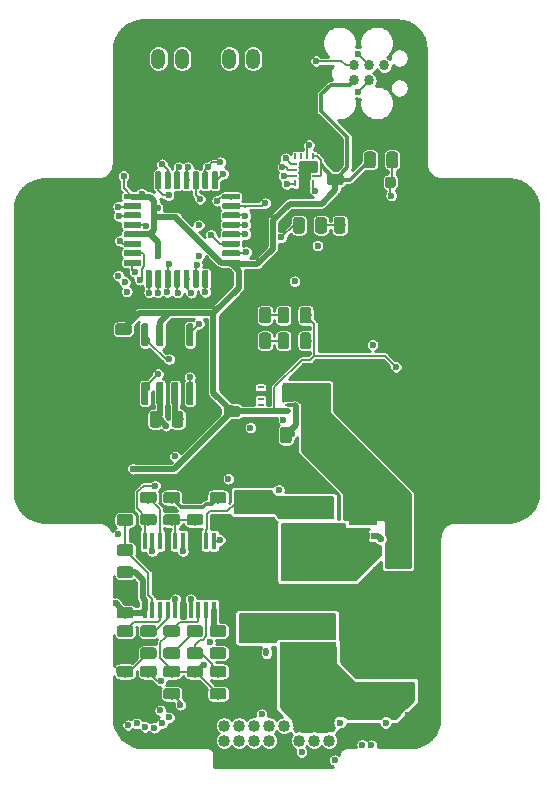
<source format=gbr>
G04 #@! TF.GenerationSoftware,KiCad,Pcbnew,(5.1.4)-1*
G04 #@! TF.CreationDate,2020-06-09T22:28:14-07:00*
G04 #@! TF.ProjectId,SkateLightMainBoard,536b6174-654c-4696-9768-744d61696e42,rev?*
G04 #@! TF.SameCoordinates,Original*
G04 #@! TF.FileFunction,Copper,L1,Top*
G04 #@! TF.FilePolarity,Positive*
%FSLAX46Y46*%
G04 Gerber Fmt 4.6, Leading zero omitted, Abs format (unit mm)*
G04 Created by KiCad (PCBNEW (5.1.4)-1) date 2020-06-09 22:28:14*
%MOMM*%
%LPD*%
G04 APERTURE LIST*
%ADD10C,4.318000*%
%ADD11R,2.450000X1.900000*%
%ADD12R,0.500000X0.410000*%
%ADD13R,0.480000X0.630000*%
%ADD14R,0.500000X0.630000*%
%ADD15R,0.475000X0.250000*%
%ADD16R,0.250000X0.475000*%
%ADD17C,0.100000*%
%ADD18C,0.975000*%
%ADD19C,1.016000*%
%ADD20C,1.250000*%
%ADD21R,1.400000X1.270000*%
%ADD22R,4.800000X4.720000*%
%ADD23R,4.350000X3.150000*%
%ADD24R,0.450000X1.450000*%
%ADD25C,1.350000*%
%ADD26C,0.600000*%
%ADD27R,0.420000X0.700000*%
%ADD28R,0.420000X0.450000*%
%ADD29R,2.370000X1.700000*%
%ADD30C,0.875000*%
%ADD31R,0.600000X0.250000*%
%ADD32C,0.864000*%
%ADD33C,0.500000*%
%ADD34C,1.200000*%
%ADD35O,1.200000X1.750000*%
%ADD36C,0.200000*%
%ADD37C,0.500000*%
%ADD38C,0.350000*%
%ADD39C,0.152400*%
%ADD40C,0.300000*%
%ADD41C,0.254000*%
G04 APERTURE END LIST*
D10*
X19685000Y10160000D03*
X19685000Y-13843000D03*
X-19685000Y-13843000D03*
X-19685000Y10160000D03*
D11*
X7302500Y-15739000D03*
D12*
X6327500Y-14584000D03*
X6977500Y-14584000D03*
X7627500Y-14584000D03*
X8277500Y-14584000D03*
D13*
X8277500Y-17564000D03*
X7627500Y-17564000D03*
D14*
X6977500Y-17564000D03*
X6327500Y-17564000D03*
D15*
X1437000Y12949300D03*
X1437000Y13449300D03*
X1437000Y13949300D03*
D16*
X1599500Y14611800D03*
X2099500Y14611800D03*
X2599500Y14611800D03*
X3099500Y14611800D03*
D15*
X3262000Y13949300D03*
X3262000Y13449300D03*
X3262000Y12949300D03*
D16*
X3099500Y12286800D03*
X2599500Y12286800D03*
X2099500Y12286800D03*
X1599500Y12286800D03*
D17*
G36*
X8735142Y-33788674D02*
G01*
X8758803Y-33792184D01*
X8782007Y-33797996D01*
X8804529Y-33806054D01*
X8826153Y-33816282D01*
X8846670Y-33828579D01*
X8865883Y-33842829D01*
X8883607Y-33858893D01*
X8899671Y-33876617D01*
X8913921Y-33895830D01*
X8926218Y-33916347D01*
X8936446Y-33937971D01*
X8944504Y-33960493D01*
X8950316Y-33983697D01*
X8953826Y-34007358D01*
X8955000Y-34031250D01*
X8955000Y-34518750D01*
X8953826Y-34542642D01*
X8950316Y-34566303D01*
X8944504Y-34589507D01*
X8936446Y-34612029D01*
X8926218Y-34633653D01*
X8913921Y-34654170D01*
X8899671Y-34673383D01*
X8883607Y-34691107D01*
X8865883Y-34707171D01*
X8846670Y-34721421D01*
X8826153Y-34733718D01*
X8804529Y-34743946D01*
X8782007Y-34752004D01*
X8758803Y-34757816D01*
X8735142Y-34761326D01*
X8711250Y-34762500D01*
X7798750Y-34762500D01*
X7774858Y-34761326D01*
X7751197Y-34757816D01*
X7727993Y-34752004D01*
X7705471Y-34743946D01*
X7683847Y-34733718D01*
X7663330Y-34721421D01*
X7644117Y-34707171D01*
X7626393Y-34691107D01*
X7610329Y-34673383D01*
X7596079Y-34654170D01*
X7583782Y-34633653D01*
X7573554Y-34612029D01*
X7565496Y-34589507D01*
X7559684Y-34566303D01*
X7556174Y-34542642D01*
X7555000Y-34518750D01*
X7555000Y-34031250D01*
X7556174Y-34007358D01*
X7559684Y-33983697D01*
X7565496Y-33960493D01*
X7573554Y-33937971D01*
X7583782Y-33916347D01*
X7596079Y-33895830D01*
X7610329Y-33876617D01*
X7626393Y-33858893D01*
X7644117Y-33842829D01*
X7663330Y-33828579D01*
X7683847Y-33816282D01*
X7705471Y-33806054D01*
X7727993Y-33797996D01*
X7751197Y-33792184D01*
X7774858Y-33788674D01*
X7798750Y-33787500D01*
X8711250Y-33787500D01*
X8735142Y-33788674D01*
X8735142Y-33788674D01*
G37*
D18*
X8255000Y-34275000D03*
D17*
G36*
X8735142Y-31913674D02*
G01*
X8758803Y-31917184D01*
X8782007Y-31922996D01*
X8804529Y-31931054D01*
X8826153Y-31941282D01*
X8846670Y-31953579D01*
X8865883Y-31967829D01*
X8883607Y-31983893D01*
X8899671Y-32001617D01*
X8913921Y-32020830D01*
X8926218Y-32041347D01*
X8936446Y-32062971D01*
X8944504Y-32085493D01*
X8950316Y-32108697D01*
X8953826Y-32132358D01*
X8955000Y-32156250D01*
X8955000Y-32643750D01*
X8953826Y-32667642D01*
X8950316Y-32691303D01*
X8944504Y-32714507D01*
X8936446Y-32737029D01*
X8926218Y-32758653D01*
X8913921Y-32779170D01*
X8899671Y-32798383D01*
X8883607Y-32816107D01*
X8865883Y-32832171D01*
X8846670Y-32846421D01*
X8826153Y-32858718D01*
X8804529Y-32868946D01*
X8782007Y-32877004D01*
X8758803Y-32882816D01*
X8735142Y-32886326D01*
X8711250Y-32887500D01*
X7798750Y-32887500D01*
X7774858Y-32886326D01*
X7751197Y-32882816D01*
X7727993Y-32877004D01*
X7705471Y-32868946D01*
X7683847Y-32858718D01*
X7663330Y-32846421D01*
X7644117Y-32832171D01*
X7626393Y-32816107D01*
X7610329Y-32798383D01*
X7596079Y-32779170D01*
X7583782Y-32758653D01*
X7573554Y-32737029D01*
X7565496Y-32714507D01*
X7559684Y-32691303D01*
X7556174Y-32667642D01*
X7555000Y-32643750D01*
X7555000Y-32156250D01*
X7556174Y-32132358D01*
X7559684Y-32108697D01*
X7565496Y-32085493D01*
X7573554Y-32062971D01*
X7583782Y-32041347D01*
X7596079Y-32020830D01*
X7610329Y-32001617D01*
X7626393Y-31983893D01*
X7644117Y-31967829D01*
X7663330Y-31953579D01*
X7683847Y-31941282D01*
X7705471Y-31931054D01*
X7727993Y-31922996D01*
X7751197Y-31917184D01*
X7774858Y-31913674D01*
X7798750Y-31912500D01*
X8711250Y-31912500D01*
X8735142Y-31913674D01*
X8735142Y-31913674D01*
G37*
D18*
X8255000Y-32400000D03*
D17*
G36*
X6766642Y-33788674D02*
G01*
X6790303Y-33792184D01*
X6813507Y-33797996D01*
X6836029Y-33806054D01*
X6857653Y-33816282D01*
X6878170Y-33828579D01*
X6897383Y-33842829D01*
X6915107Y-33858893D01*
X6931171Y-33876617D01*
X6945421Y-33895830D01*
X6957718Y-33916347D01*
X6967946Y-33937971D01*
X6976004Y-33960493D01*
X6981816Y-33983697D01*
X6985326Y-34007358D01*
X6986500Y-34031250D01*
X6986500Y-34518750D01*
X6985326Y-34542642D01*
X6981816Y-34566303D01*
X6976004Y-34589507D01*
X6967946Y-34612029D01*
X6957718Y-34633653D01*
X6945421Y-34654170D01*
X6931171Y-34673383D01*
X6915107Y-34691107D01*
X6897383Y-34707171D01*
X6878170Y-34721421D01*
X6857653Y-34733718D01*
X6836029Y-34743946D01*
X6813507Y-34752004D01*
X6790303Y-34757816D01*
X6766642Y-34761326D01*
X6742750Y-34762500D01*
X5830250Y-34762500D01*
X5806358Y-34761326D01*
X5782697Y-34757816D01*
X5759493Y-34752004D01*
X5736971Y-34743946D01*
X5715347Y-34733718D01*
X5694830Y-34721421D01*
X5675617Y-34707171D01*
X5657893Y-34691107D01*
X5641829Y-34673383D01*
X5627579Y-34654170D01*
X5615282Y-34633653D01*
X5605054Y-34612029D01*
X5596996Y-34589507D01*
X5591184Y-34566303D01*
X5587674Y-34542642D01*
X5586500Y-34518750D01*
X5586500Y-34031250D01*
X5587674Y-34007358D01*
X5591184Y-33983697D01*
X5596996Y-33960493D01*
X5605054Y-33937971D01*
X5615282Y-33916347D01*
X5627579Y-33895830D01*
X5641829Y-33876617D01*
X5657893Y-33858893D01*
X5675617Y-33842829D01*
X5694830Y-33828579D01*
X5715347Y-33816282D01*
X5736971Y-33806054D01*
X5759493Y-33797996D01*
X5782697Y-33792184D01*
X5806358Y-33788674D01*
X5830250Y-33787500D01*
X6742750Y-33787500D01*
X6766642Y-33788674D01*
X6766642Y-33788674D01*
G37*
D18*
X6286500Y-34275000D03*
D17*
G36*
X6766642Y-31913674D02*
G01*
X6790303Y-31917184D01*
X6813507Y-31922996D01*
X6836029Y-31931054D01*
X6857653Y-31941282D01*
X6878170Y-31953579D01*
X6897383Y-31967829D01*
X6915107Y-31983893D01*
X6931171Y-32001617D01*
X6945421Y-32020830D01*
X6957718Y-32041347D01*
X6967946Y-32062971D01*
X6976004Y-32085493D01*
X6981816Y-32108697D01*
X6985326Y-32132358D01*
X6986500Y-32156250D01*
X6986500Y-32643750D01*
X6985326Y-32667642D01*
X6981816Y-32691303D01*
X6976004Y-32714507D01*
X6967946Y-32737029D01*
X6957718Y-32758653D01*
X6945421Y-32779170D01*
X6931171Y-32798383D01*
X6915107Y-32816107D01*
X6897383Y-32832171D01*
X6878170Y-32846421D01*
X6857653Y-32858718D01*
X6836029Y-32868946D01*
X6813507Y-32877004D01*
X6790303Y-32882816D01*
X6766642Y-32886326D01*
X6742750Y-32887500D01*
X5830250Y-32887500D01*
X5806358Y-32886326D01*
X5782697Y-32882816D01*
X5759493Y-32877004D01*
X5736971Y-32868946D01*
X5715347Y-32858718D01*
X5694830Y-32846421D01*
X5675617Y-32832171D01*
X5657893Y-32816107D01*
X5641829Y-32798383D01*
X5627579Y-32779170D01*
X5615282Y-32758653D01*
X5605054Y-32737029D01*
X5596996Y-32714507D01*
X5591184Y-32691303D01*
X5587674Y-32667642D01*
X5586500Y-32643750D01*
X5586500Y-32156250D01*
X5587674Y-32132358D01*
X5591184Y-32108697D01*
X5596996Y-32085493D01*
X5605054Y-32062971D01*
X5615282Y-32041347D01*
X5627579Y-32020830D01*
X5641829Y-32001617D01*
X5657893Y-31983893D01*
X5675617Y-31967829D01*
X5694830Y-31953579D01*
X5715347Y-31941282D01*
X5736971Y-31931054D01*
X5759493Y-31922996D01*
X5782697Y-31917184D01*
X5806358Y-31913674D01*
X5830250Y-31912500D01*
X6742750Y-31912500D01*
X6766642Y-31913674D01*
X6766642Y-31913674D01*
G37*
D18*
X6286500Y-32400000D03*
D17*
G36*
X-12346858Y-13831174D02*
G01*
X-12323197Y-13834684D01*
X-12299993Y-13840496D01*
X-12277471Y-13848554D01*
X-12255847Y-13858782D01*
X-12235330Y-13871079D01*
X-12216117Y-13885329D01*
X-12198393Y-13901393D01*
X-12182329Y-13919117D01*
X-12168079Y-13938330D01*
X-12155782Y-13958847D01*
X-12145554Y-13980471D01*
X-12137496Y-14002993D01*
X-12131684Y-14026197D01*
X-12128174Y-14049858D01*
X-12127000Y-14073750D01*
X-12127000Y-14561250D01*
X-12128174Y-14585142D01*
X-12131684Y-14608803D01*
X-12137496Y-14632007D01*
X-12145554Y-14654529D01*
X-12155782Y-14676153D01*
X-12168079Y-14696670D01*
X-12182329Y-14715883D01*
X-12198393Y-14733607D01*
X-12216117Y-14749671D01*
X-12235330Y-14763921D01*
X-12255847Y-14776218D01*
X-12277471Y-14786446D01*
X-12299993Y-14794504D01*
X-12323197Y-14800316D01*
X-12346858Y-14803826D01*
X-12370750Y-14805000D01*
X-13283250Y-14805000D01*
X-13307142Y-14803826D01*
X-13330803Y-14800316D01*
X-13354007Y-14794504D01*
X-13376529Y-14786446D01*
X-13398153Y-14776218D01*
X-13418670Y-14763921D01*
X-13437883Y-14749671D01*
X-13455607Y-14733607D01*
X-13471671Y-14715883D01*
X-13485921Y-14696670D01*
X-13498218Y-14676153D01*
X-13508446Y-14654529D01*
X-13516504Y-14632007D01*
X-13522316Y-14608803D01*
X-13525826Y-14585142D01*
X-13527000Y-14561250D01*
X-13527000Y-14073750D01*
X-13525826Y-14049858D01*
X-13522316Y-14026197D01*
X-13516504Y-14002993D01*
X-13508446Y-13980471D01*
X-13498218Y-13958847D01*
X-13485921Y-13938330D01*
X-13471671Y-13919117D01*
X-13455607Y-13901393D01*
X-13437883Y-13885329D01*
X-13418670Y-13871079D01*
X-13398153Y-13858782D01*
X-13376529Y-13848554D01*
X-13354007Y-13840496D01*
X-13330803Y-13834684D01*
X-13307142Y-13831174D01*
X-13283250Y-13830000D01*
X-12370750Y-13830000D01*
X-12346858Y-13831174D01*
X-12346858Y-13831174D01*
G37*
D18*
X-12827000Y-14317500D03*
D17*
G36*
X-12346858Y-15706174D02*
G01*
X-12323197Y-15709684D01*
X-12299993Y-15715496D01*
X-12277471Y-15723554D01*
X-12255847Y-15733782D01*
X-12235330Y-15746079D01*
X-12216117Y-15760329D01*
X-12198393Y-15776393D01*
X-12182329Y-15794117D01*
X-12168079Y-15813330D01*
X-12155782Y-15833847D01*
X-12145554Y-15855471D01*
X-12137496Y-15877993D01*
X-12131684Y-15901197D01*
X-12128174Y-15924858D01*
X-12127000Y-15948750D01*
X-12127000Y-16436250D01*
X-12128174Y-16460142D01*
X-12131684Y-16483803D01*
X-12137496Y-16507007D01*
X-12145554Y-16529529D01*
X-12155782Y-16551153D01*
X-12168079Y-16571670D01*
X-12182329Y-16590883D01*
X-12198393Y-16608607D01*
X-12216117Y-16624671D01*
X-12235330Y-16638921D01*
X-12255847Y-16651218D01*
X-12277471Y-16661446D01*
X-12299993Y-16669504D01*
X-12323197Y-16675316D01*
X-12346858Y-16678826D01*
X-12370750Y-16680000D01*
X-13283250Y-16680000D01*
X-13307142Y-16678826D01*
X-13330803Y-16675316D01*
X-13354007Y-16669504D01*
X-13376529Y-16661446D01*
X-13398153Y-16651218D01*
X-13418670Y-16638921D01*
X-13437883Y-16624671D01*
X-13455607Y-16608607D01*
X-13471671Y-16590883D01*
X-13485921Y-16571670D01*
X-13498218Y-16551153D01*
X-13508446Y-16529529D01*
X-13516504Y-16507007D01*
X-13522316Y-16483803D01*
X-13525826Y-16460142D01*
X-13527000Y-16436250D01*
X-13527000Y-15948750D01*
X-13525826Y-15924858D01*
X-13522316Y-15901197D01*
X-13516504Y-15877993D01*
X-13508446Y-15855471D01*
X-13498218Y-15833847D01*
X-13485921Y-15813330D01*
X-13471671Y-15794117D01*
X-13455607Y-15776393D01*
X-13437883Y-15760329D01*
X-13418670Y-15746079D01*
X-13398153Y-15733782D01*
X-13376529Y-15723554D01*
X-13354007Y-15715496D01*
X-13330803Y-15709684D01*
X-13307142Y-15706174D01*
X-13283250Y-15705000D01*
X-12370750Y-15705000D01*
X-12346858Y-15706174D01*
X-12346858Y-15706174D01*
G37*
D18*
X-12827000Y-16192500D03*
D17*
G36*
X-12346858Y-18261174D02*
G01*
X-12323197Y-18264684D01*
X-12299993Y-18270496D01*
X-12277471Y-18278554D01*
X-12255847Y-18288782D01*
X-12235330Y-18301079D01*
X-12216117Y-18315329D01*
X-12198393Y-18331393D01*
X-12182329Y-18349117D01*
X-12168079Y-18368330D01*
X-12155782Y-18388847D01*
X-12145554Y-18410471D01*
X-12137496Y-18432993D01*
X-12131684Y-18456197D01*
X-12128174Y-18479858D01*
X-12127000Y-18503750D01*
X-12127000Y-18991250D01*
X-12128174Y-19015142D01*
X-12131684Y-19038803D01*
X-12137496Y-19062007D01*
X-12145554Y-19084529D01*
X-12155782Y-19106153D01*
X-12168079Y-19126670D01*
X-12182329Y-19145883D01*
X-12198393Y-19163607D01*
X-12216117Y-19179671D01*
X-12235330Y-19193921D01*
X-12255847Y-19206218D01*
X-12277471Y-19216446D01*
X-12299993Y-19224504D01*
X-12323197Y-19230316D01*
X-12346858Y-19233826D01*
X-12370750Y-19235000D01*
X-13283250Y-19235000D01*
X-13307142Y-19233826D01*
X-13330803Y-19230316D01*
X-13354007Y-19224504D01*
X-13376529Y-19216446D01*
X-13398153Y-19206218D01*
X-13418670Y-19193921D01*
X-13437883Y-19179671D01*
X-13455607Y-19163607D01*
X-13471671Y-19145883D01*
X-13485921Y-19126670D01*
X-13498218Y-19106153D01*
X-13508446Y-19084529D01*
X-13516504Y-19062007D01*
X-13522316Y-19038803D01*
X-13525826Y-19015142D01*
X-13527000Y-18991250D01*
X-13527000Y-18503750D01*
X-13525826Y-18479858D01*
X-13522316Y-18456197D01*
X-13516504Y-18432993D01*
X-13508446Y-18410471D01*
X-13498218Y-18388847D01*
X-13485921Y-18368330D01*
X-13471671Y-18349117D01*
X-13455607Y-18331393D01*
X-13437883Y-18315329D01*
X-13418670Y-18301079D01*
X-13398153Y-18288782D01*
X-13376529Y-18278554D01*
X-13354007Y-18270496D01*
X-13330803Y-18264684D01*
X-13307142Y-18261174D01*
X-13283250Y-18260000D01*
X-12370750Y-18260000D01*
X-12346858Y-18261174D01*
X-12346858Y-18261174D01*
G37*
D18*
X-12827000Y-18747500D03*
D17*
G36*
X-12346858Y-20136174D02*
G01*
X-12323197Y-20139684D01*
X-12299993Y-20145496D01*
X-12277471Y-20153554D01*
X-12255847Y-20163782D01*
X-12235330Y-20176079D01*
X-12216117Y-20190329D01*
X-12198393Y-20206393D01*
X-12182329Y-20224117D01*
X-12168079Y-20243330D01*
X-12155782Y-20263847D01*
X-12145554Y-20285471D01*
X-12137496Y-20307993D01*
X-12131684Y-20331197D01*
X-12128174Y-20354858D01*
X-12127000Y-20378750D01*
X-12127000Y-20866250D01*
X-12128174Y-20890142D01*
X-12131684Y-20913803D01*
X-12137496Y-20937007D01*
X-12145554Y-20959529D01*
X-12155782Y-20981153D01*
X-12168079Y-21001670D01*
X-12182329Y-21020883D01*
X-12198393Y-21038607D01*
X-12216117Y-21054671D01*
X-12235330Y-21068921D01*
X-12255847Y-21081218D01*
X-12277471Y-21091446D01*
X-12299993Y-21099504D01*
X-12323197Y-21105316D01*
X-12346858Y-21108826D01*
X-12370750Y-21110000D01*
X-13283250Y-21110000D01*
X-13307142Y-21108826D01*
X-13330803Y-21105316D01*
X-13354007Y-21099504D01*
X-13376529Y-21091446D01*
X-13398153Y-21081218D01*
X-13418670Y-21068921D01*
X-13437883Y-21054671D01*
X-13455607Y-21038607D01*
X-13471671Y-21020883D01*
X-13485921Y-21001670D01*
X-13498218Y-20981153D01*
X-13508446Y-20959529D01*
X-13516504Y-20937007D01*
X-13522316Y-20913803D01*
X-13525826Y-20890142D01*
X-13527000Y-20866250D01*
X-13527000Y-20378750D01*
X-13525826Y-20354858D01*
X-13522316Y-20331197D01*
X-13516504Y-20307993D01*
X-13508446Y-20285471D01*
X-13498218Y-20263847D01*
X-13485921Y-20243330D01*
X-13471671Y-20224117D01*
X-13455607Y-20206393D01*
X-13437883Y-20190329D01*
X-13418670Y-20176079D01*
X-13398153Y-20163782D01*
X-13376529Y-20153554D01*
X-13354007Y-20145496D01*
X-13330803Y-20139684D01*
X-13307142Y-20136174D01*
X-13283250Y-20135000D01*
X-12370750Y-20135000D01*
X-12346858Y-20136174D01*
X-12346858Y-20136174D01*
G37*
D18*
X-12827000Y-20622500D03*
D17*
G36*
X-8409858Y-30423174D02*
G01*
X-8386197Y-30426684D01*
X-8362993Y-30432496D01*
X-8340471Y-30440554D01*
X-8318847Y-30450782D01*
X-8298330Y-30463079D01*
X-8279117Y-30477329D01*
X-8261393Y-30493393D01*
X-8245329Y-30511117D01*
X-8231079Y-30530330D01*
X-8218782Y-30550847D01*
X-8208554Y-30572471D01*
X-8200496Y-30594993D01*
X-8194684Y-30618197D01*
X-8191174Y-30641858D01*
X-8190000Y-30665750D01*
X-8190000Y-31153250D01*
X-8191174Y-31177142D01*
X-8194684Y-31200803D01*
X-8200496Y-31224007D01*
X-8208554Y-31246529D01*
X-8218782Y-31268153D01*
X-8231079Y-31288670D01*
X-8245329Y-31307883D01*
X-8261393Y-31325607D01*
X-8279117Y-31341671D01*
X-8298330Y-31355921D01*
X-8318847Y-31368218D01*
X-8340471Y-31378446D01*
X-8362993Y-31386504D01*
X-8386197Y-31392316D01*
X-8409858Y-31395826D01*
X-8433750Y-31397000D01*
X-9346250Y-31397000D01*
X-9370142Y-31395826D01*
X-9393803Y-31392316D01*
X-9417007Y-31386504D01*
X-9439529Y-31378446D01*
X-9461153Y-31368218D01*
X-9481670Y-31355921D01*
X-9500883Y-31341671D01*
X-9518607Y-31325607D01*
X-9534671Y-31307883D01*
X-9548921Y-31288670D01*
X-9561218Y-31268153D01*
X-9571446Y-31246529D01*
X-9579504Y-31224007D01*
X-9585316Y-31200803D01*
X-9588826Y-31177142D01*
X-9590000Y-31153250D01*
X-9590000Y-30665750D01*
X-9588826Y-30641858D01*
X-9585316Y-30618197D01*
X-9579504Y-30594993D01*
X-9571446Y-30572471D01*
X-9561218Y-30550847D01*
X-9548921Y-30530330D01*
X-9534671Y-30511117D01*
X-9518607Y-30493393D01*
X-9500883Y-30477329D01*
X-9481670Y-30463079D01*
X-9461153Y-30450782D01*
X-9439529Y-30440554D01*
X-9417007Y-30432496D01*
X-9393803Y-30426684D01*
X-9370142Y-30423174D01*
X-9346250Y-30422000D01*
X-8433750Y-30422000D01*
X-8409858Y-30423174D01*
X-8409858Y-30423174D01*
G37*
D18*
X-8890000Y-30909500D03*
D17*
G36*
X-8409858Y-28548174D02*
G01*
X-8386197Y-28551684D01*
X-8362993Y-28557496D01*
X-8340471Y-28565554D01*
X-8318847Y-28575782D01*
X-8298330Y-28588079D01*
X-8279117Y-28602329D01*
X-8261393Y-28618393D01*
X-8245329Y-28636117D01*
X-8231079Y-28655330D01*
X-8218782Y-28675847D01*
X-8208554Y-28697471D01*
X-8200496Y-28719993D01*
X-8194684Y-28743197D01*
X-8191174Y-28766858D01*
X-8190000Y-28790750D01*
X-8190000Y-29278250D01*
X-8191174Y-29302142D01*
X-8194684Y-29325803D01*
X-8200496Y-29349007D01*
X-8208554Y-29371529D01*
X-8218782Y-29393153D01*
X-8231079Y-29413670D01*
X-8245329Y-29432883D01*
X-8261393Y-29450607D01*
X-8279117Y-29466671D01*
X-8298330Y-29480921D01*
X-8318847Y-29493218D01*
X-8340471Y-29503446D01*
X-8362993Y-29511504D01*
X-8386197Y-29517316D01*
X-8409858Y-29520826D01*
X-8433750Y-29522000D01*
X-9346250Y-29522000D01*
X-9370142Y-29520826D01*
X-9393803Y-29517316D01*
X-9417007Y-29511504D01*
X-9439529Y-29503446D01*
X-9461153Y-29493218D01*
X-9481670Y-29480921D01*
X-9500883Y-29466671D01*
X-9518607Y-29450607D01*
X-9534671Y-29432883D01*
X-9548921Y-29413670D01*
X-9561218Y-29393153D01*
X-9571446Y-29371529D01*
X-9579504Y-29349007D01*
X-9585316Y-29325803D01*
X-9588826Y-29302142D01*
X-9590000Y-29278250D01*
X-9590000Y-28790750D01*
X-9588826Y-28766858D01*
X-9585316Y-28743197D01*
X-9579504Y-28719993D01*
X-9571446Y-28697471D01*
X-9561218Y-28675847D01*
X-9548921Y-28655330D01*
X-9534671Y-28636117D01*
X-9518607Y-28618393D01*
X-9500883Y-28602329D01*
X-9481670Y-28588079D01*
X-9461153Y-28575782D01*
X-9439529Y-28565554D01*
X-9417007Y-28557496D01*
X-9393803Y-28551684D01*
X-9370142Y-28548174D01*
X-9346250Y-28547000D01*
X-8433750Y-28547000D01*
X-8409858Y-28548174D01*
X-8409858Y-28548174D01*
G37*
D18*
X-8890000Y-29034500D03*
D19*
X-4445000Y-33613000D03*
X-4445000Y-34883000D03*
X-3175000Y-33613000D03*
X-3175000Y-34883000D03*
X-1905000Y-33613000D03*
X-1905000Y-34883000D03*
X-635000Y-33613000D03*
X-635000Y-34883000D03*
X635000Y-33613000D03*
X635000Y-34883000D03*
X1905000Y-33613000D03*
X1905000Y-34883000D03*
X3175000Y-33613000D03*
X3175000Y-34883000D03*
X4445000Y-33613000D03*
X4445000Y-34883000D03*
D17*
G36*
X-12499858Y-1438674D02*
G01*
X-12476197Y-1442184D01*
X-12452993Y-1447996D01*
X-12430471Y-1456054D01*
X-12408847Y-1466282D01*
X-12388330Y-1478579D01*
X-12369117Y-1492829D01*
X-12351393Y-1508893D01*
X-12335329Y-1526617D01*
X-12321079Y-1545830D01*
X-12308782Y-1566347D01*
X-12298554Y-1587971D01*
X-12290496Y-1610493D01*
X-12284684Y-1633697D01*
X-12281174Y-1657358D01*
X-12280000Y-1681250D01*
X-12280000Y-2168750D01*
X-12281174Y-2192642D01*
X-12284684Y-2216303D01*
X-12290496Y-2239507D01*
X-12298554Y-2262029D01*
X-12308782Y-2283653D01*
X-12321079Y-2304170D01*
X-12335329Y-2323383D01*
X-12351393Y-2341107D01*
X-12369117Y-2357171D01*
X-12388330Y-2371421D01*
X-12408847Y-2383718D01*
X-12430471Y-2393946D01*
X-12452993Y-2402004D01*
X-12476197Y-2407816D01*
X-12499858Y-2411326D01*
X-12523750Y-2412500D01*
X-13436250Y-2412500D01*
X-13460142Y-2411326D01*
X-13483803Y-2407816D01*
X-13507007Y-2402004D01*
X-13529529Y-2393946D01*
X-13551153Y-2383718D01*
X-13571670Y-2371421D01*
X-13590883Y-2357171D01*
X-13608607Y-2341107D01*
X-13624671Y-2323383D01*
X-13638921Y-2304170D01*
X-13651218Y-2283653D01*
X-13661446Y-2262029D01*
X-13669504Y-2239507D01*
X-13675316Y-2216303D01*
X-13678826Y-2192642D01*
X-13680000Y-2168750D01*
X-13680000Y-1681250D01*
X-13678826Y-1657358D01*
X-13675316Y-1633697D01*
X-13669504Y-1610493D01*
X-13661446Y-1587971D01*
X-13651218Y-1566347D01*
X-13638921Y-1545830D01*
X-13624671Y-1526617D01*
X-13608607Y-1508893D01*
X-13590883Y-1492829D01*
X-13571670Y-1478579D01*
X-13551153Y-1466282D01*
X-13529529Y-1456054D01*
X-13507007Y-1447996D01*
X-13483803Y-1442184D01*
X-13460142Y-1438674D01*
X-13436250Y-1437500D01*
X-12523750Y-1437500D01*
X-12499858Y-1438674D01*
X-12499858Y-1438674D01*
G37*
D18*
X-12980000Y-1925000D03*
D17*
G36*
X-12499858Y436326D02*
G01*
X-12476197Y432816D01*
X-12452993Y427004D01*
X-12430471Y418946D01*
X-12408847Y408718D01*
X-12388330Y396421D01*
X-12369117Y382171D01*
X-12351393Y366107D01*
X-12335329Y348383D01*
X-12321079Y329170D01*
X-12308782Y308653D01*
X-12298554Y287029D01*
X-12290496Y264507D01*
X-12284684Y241303D01*
X-12281174Y217642D01*
X-12280000Y193750D01*
X-12280000Y-293750D01*
X-12281174Y-317642D01*
X-12284684Y-341303D01*
X-12290496Y-364507D01*
X-12298554Y-387029D01*
X-12308782Y-408653D01*
X-12321079Y-429170D01*
X-12335329Y-448383D01*
X-12351393Y-466107D01*
X-12369117Y-482171D01*
X-12388330Y-496421D01*
X-12408847Y-508718D01*
X-12430471Y-518946D01*
X-12452993Y-527004D01*
X-12476197Y-532816D01*
X-12499858Y-536326D01*
X-12523750Y-537500D01*
X-13436250Y-537500D01*
X-13460142Y-536326D01*
X-13483803Y-532816D01*
X-13507007Y-527004D01*
X-13529529Y-518946D01*
X-13551153Y-508718D01*
X-13571670Y-496421D01*
X-13590883Y-482171D01*
X-13608607Y-466107D01*
X-13624671Y-448383D01*
X-13638921Y-429170D01*
X-13651218Y-408653D01*
X-13661446Y-387029D01*
X-13669504Y-364507D01*
X-13675316Y-341303D01*
X-13678826Y-317642D01*
X-13680000Y-293750D01*
X-13680000Y193750D01*
X-13678826Y217642D01*
X-13675316Y241303D01*
X-13669504Y264507D01*
X-13661446Y287029D01*
X-13651218Y308653D01*
X-13638921Y329170D01*
X-13624671Y348383D01*
X-13608607Y366107D01*
X-13590883Y382171D01*
X-13571670Y396421D01*
X-13551153Y408718D01*
X-13529529Y418946D01*
X-13507007Y427004D01*
X-13483803Y432816D01*
X-13460142Y436326D01*
X-13436250Y437500D01*
X-12523750Y437500D01*
X-12499858Y436326D01*
X-12499858Y436326D01*
G37*
D18*
X-12980000Y-50000D03*
D17*
G36*
X5450142Y14983826D02*
G01*
X5473803Y14980316D01*
X5497007Y14974504D01*
X5519529Y14966446D01*
X5541153Y14956218D01*
X5561670Y14943921D01*
X5580883Y14929671D01*
X5598607Y14913607D01*
X5614671Y14895883D01*
X5628921Y14876670D01*
X5641218Y14856153D01*
X5651446Y14834529D01*
X5659504Y14812007D01*
X5665316Y14788803D01*
X5668826Y14765142D01*
X5670000Y14741250D01*
X5670000Y14253750D01*
X5668826Y14229858D01*
X5665316Y14206197D01*
X5659504Y14182993D01*
X5651446Y14160471D01*
X5641218Y14138847D01*
X5628921Y14118330D01*
X5614671Y14099117D01*
X5598607Y14081393D01*
X5580883Y14065329D01*
X5561670Y14051079D01*
X5541153Y14038782D01*
X5519529Y14028554D01*
X5497007Y14020496D01*
X5473803Y14014684D01*
X5450142Y14011174D01*
X5426250Y14010000D01*
X4513750Y14010000D01*
X4489858Y14011174D01*
X4466197Y14014684D01*
X4442993Y14020496D01*
X4420471Y14028554D01*
X4398847Y14038782D01*
X4378330Y14051079D01*
X4359117Y14065329D01*
X4341393Y14081393D01*
X4325329Y14099117D01*
X4311079Y14118330D01*
X4298782Y14138847D01*
X4288554Y14160471D01*
X4280496Y14182993D01*
X4274684Y14206197D01*
X4271174Y14229858D01*
X4270000Y14253750D01*
X4270000Y14741250D01*
X4271174Y14765142D01*
X4274684Y14788803D01*
X4280496Y14812007D01*
X4288554Y14834529D01*
X4298782Y14856153D01*
X4311079Y14876670D01*
X4325329Y14895883D01*
X4341393Y14913607D01*
X4359117Y14929671D01*
X4378330Y14943921D01*
X4398847Y14956218D01*
X4420471Y14966446D01*
X4442993Y14974504D01*
X4466197Y14980316D01*
X4489858Y14983826D01*
X4513750Y14985000D01*
X5426250Y14985000D01*
X5450142Y14983826D01*
X5450142Y14983826D01*
G37*
D18*
X4970000Y14497500D03*
D17*
G36*
X5450142Y13108826D02*
G01*
X5473803Y13105316D01*
X5497007Y13099504D01*
X5519529Y13091446D01*
X5541153Y13081218D01*
X5561670Y13068921D01*
X5580883Y13054671D01*
X5598607Y13038607D01*
X5614671Y13020883D01*
X5628921Y13001670D01*
X5641218Y12981153D01*
X5651446Y12959529D01*
X5659504Y12937007D01*
X5665316Y12913803D01*
X5668826Y12890142D01*
X5670000Y12866250D01*
X5670000Y12378750D01*
X5668826Y12354858D01*
X5665316Y12331197D01*
X5659504Y12307993D01*
X5651446Y12285471D01*
X5641218Y12263847D01*
X5628921Y12243330D01*
X5614671Y12224117D01*
X5598607Y12206393D01*
X5580883Y12190329D01*
X5561670Y12176079D01*
X5541153Y12163782D01*
X5519529Y12153554D01*
X5497007Y12145496D01*
X5473803Y12139684D01*
X5450142Y12136174D01*
X5426250Y12135000D01*
X4513750Y12135000D01*
X4489858Y12136174D01*
X4466197Y12139684D01*
X4442993Y12145496D01*
X4420471Y12153554D01*
X4398847Y12163782D01*
X4378330Y12176079D01*
X4359117Y12190329D01*
X4341393Y12206393D01*
X4325329Y12224117D01*
X4311079Y12243330D01*
X4298782Y12263847D01*
X4288554Y12285471D01*
X4280496Y12307993D01*
X4274684Y12331197D01*
X4271174Y12354858D01*
X4270000Y12378750D01*
X4270000Y12866250D01*
X4271174Y12890142D01*
X4274684Y12913803D01*
X4280496Y12937007D01*
X4288554Y12959529D01*
X4298782Y12981153D01*
X4311079Y13001670D01*
X4325329Y13020883D01*
X4341393Y13038607D01*
X4359117Y13054671D01*
X4378330Y13068921D01*
X4398847Y13081218D01*
X4420471Y13091446D01*
X4442993Y13099504D01*
X4466197Y13105316D01*
X4489858Y13108826D01*
X4513750Y13110000D01*
X5426250Y13110000D01*
X5450142Y13108826D01*
X5450142Y13108826D01*
G37*
D18*
X4970000Y12622500D03*
D17*
G36*
X-10378358Y-30423174D02*
G01*
X-10354697Y-30426684D01*
X-10331493Y-30432496D01*
X-10308971Y-30440554D01*
X-10287347Y-30450782D01*
X-10266830Y-30463079D01*
X-10247617Y-30477329D01*
X-10229893Y-30493393D01*
X-10213829Y-30511117D01*
X-10199579Y-30530330D01*
X-10187282Y-30550847D01*
X-10177054Y-30572471D01*
X-10168996Y-30594993D01*
X-10163184Y-30618197D01*
X-10159674Y-30641858D01*
X-10158500Y-30665750D01*
X-10158500Y-31153250D01*
X-10159674Y-31177142D01*
X-10163184Y-31200803D01*
X-10168996Y-31224007D01*
X-10177054Y-31246529D01*
X-10187282Y-31268153D01*
X-10199579Y-31288670D01*
X-10213829Y-31307883D01*
X-10229893Y-31325607D01*
X-10247617Y-31341671D01*
X-10266830Y-31355921D01*
X-10287347Y-31368218D01*
X-10308971Y-31378446D01*
X-10331493Y-31386504D01*
X-10354697Y-31392316D01*
X-10378358Y-31395826D01*
X-10402250Y-31397000D01*
X-11314750Y-31397000D01*
X-11338642Y-31395826D01*
X-11362303Y-31392316D01*
X-11385507Y-31386504D01*
X-11408029Y-31378446D01*
X-11429653Y-31368218D01*
X-11450170Y-31355921D01*
X-11469383Y-31341671D01*
X-11487107Y-31325607D01*
X-11503171Y-31307883D01*
X-11517421Y-31288670D01*
X-11529718Y-31268153D01*
X-11539946Y-31246529D01*
X-11548004Y-31224007D01*
X-11553816Y-31200803D01*
X-11557326Y-31177142D01*
X-11558500Y-31153250D01*
X-11558500Y-30665750D01*
X-11557326Y-30641858D01*
X-11553816Y-30618197D01*
X-11548004Y-30594993D01*
X-11539946Y-30572471D01*
X-11529718Y-30550847D01*
X-11517421Y-30530330D01*
X-11503171Y-30511117D01*
X-11487107Y-30493393D01*
X-11469383Y-30477329D01*
X-11450170Y-30463079D01*
X-11429653Y-30450782D01*
X-11408029Y-30440554D01*
X-11385507Y-30432496D01*
X-11362303Y-30426684D01*
X-11338642Y-30423174D01*
X-11314750Y-30422000D01*
X-10402250Y-30422000D01*
X-10378358Y-30423174D01*
X-10378358Y-30423174D01*
G37*
D18*
X-10858500Y-30909500D03*
D17*
G36*
X-10378358Y-28548174D02*
G01*
X-10354697Y-28551684D01*
X-10331493Y-28557496D01*
X-10308971Y-28565554D01*
X-10287347Y-28575782D01*
X-10266830Y-28588079D01*
X-10247617Y-28602329D01*
X-10229893Y-28618393D01*
X-10213829Y-28636117D01*
X-10199579Y-28655330D01*
X-10187282Y-28675847D01*
X-10177054Y-28697471D01*
X-10168996Y-28719993D01*
X-10163184Y-28743197D01*
X-10159674Y-28766858D01*
X-10158500Y-28790750D01*
X-10158500Y-29278250D01*
X-10159674Y-29302142D01*
X-10163184Y-29325803D01*
X-10168996Y-29349007D01*
X-10177054Y-29371529D01*
X-10187282Y-29393153D01*
X-10199579Y-29413670D01*
X-10213829Y-29432883D01*
X-10229893Y-29450607D01*
X-10247617Y-29466671D01*
X-10266830Y-29480921D01*
X-10287347Y-29493218D01*
X-10308971Y-29503446D01*
X-10331493Y-29511504D01*
X-10354697Y-29517316D01*
X-10378358Y-29520826D01*
X-10402250Y-29522000D01*
X-11314750Y-29522000D01*
X-11338642Y-29520826D01*
X-11362303Y-29517316D01*
X-11385507Y-29511504D01*
X-11408029Y-29503446D01*
X-11429653Y-29493218D01*
X-11450170Y-29480921D01*
X-11469383Y-29466671D01*
X-11487107Y-29450607D01*
X-11503171Y-29432883D01*
X-11517421Y-29413670D01*
X-11529718Y-29393153D01*
X-11539946Y-29371529D01*
X-11548004Y-29349007D01*
X-11553816Y-29325803D01*
X-11557326Y-29302142D01*
X-11558500Y-29278250D01*
X-11558500Y-28790750D01*
X-11557326Y-28766858D01*
X-11553816Y-28743197D01*
X-11548004Y-28719993D01*
X-11539946Y-28697471D01*
X-11529718Y-28675847D01*
X-11517421Y-28655330D01*
X-11503171Y-28636117D01*
X-11487107Y-28618393D01*
X-11469383Y-28602329D01*
X-11450170Y-28588079D01*
X-11429653Y-28575782D01*
X-11408029Y-28565554D01*
X-11385507Y-28557496D01*
X-11362303Y-28551684D01*
X-11338642Y-28548174D01*
X-11314750Y-28547000D01*
X-10402250Y-28547000D01*
X-10378358Y-28548174D01*
X-10378358Y-28548174D01*
G37*
D18*
X-10858500Y-29034500D03*
D17*
G36*
X13229504Y-14233704D02*
G01*
X13253773Y-14237304D01*
X13277571Y-14243265D01*
X13300671Y-14251530D01*
X13322849Y-14262020D01*
X13343893Y-14274633D01*
X13363598Y-14289247D01*
X13381777Y-14305723D01*
X13398253Y-14323902D01*
X13412867Y-14343607D01*
X13425480Y-14364651D01*
X13435970Y-14386829D01*
X13444235Y-14409929D01*
X13450196Y-14433727D01*
X13453796Y-14457996D01*
X13455000Y-14482500D01*
X13455000Y-16632500D01*
X13453796Y-16657004D01*
X13450196Y-16681273D01*
X13444235Y-16705071D01*
X13435970Y-16728171D01*
X13425480Y-16750349D01*
X13412867Y-16771393D01*
X13398253Y-16791098D01*
X13381777Y-16809277D01*
X13363598Y-16825753D01*
X13343893Y-16840367D01*
X13322849Y-16852980D01*
X13300671Y-16863470D01*
X13277571Y-16871735D01*
X13253773Y-16877696D01*
X13229504Y-16881296D01*
X13205000Y-16882500D01*
X12455000Y-16882500D01*
X12430496Y-16881296D01*
X12406227Y-16877696D01*
X12382429Y-16871735D01*
X12359329Y-16863470D01*
X12337151Y-16852980D01*
X12316107Y-16840367D01*
X12296402Y-16825753D01*
X12278223Y-16809277D01*
X12261747Y-16791098D01*
X12247133Y-16771393D01*
X12234520Y-16750349D01*
X12224030Y-16728171D01*
X12215765Y-16705071D01*
X12209804Y-16681273D01*
X12206204Y-16657004D01*
X12205000Y-16632500D01*
X12205000Y-14482500D01*
X12206204Y-14457996D01*
X12209804Y-14433727D01*
X12215765Y-14409929D01*
X12224030Y-14386829D01*
X12234520Y-14364651D01*
X12247133Y-14343607D01*
X12261747Y-14323902D01*
X12278223Y-14305723D01*
X12296402Y-14289247D01*
X12316107Y-14274633D01*
X12337151Y-14262020D01*
X12359329Y-14251530D01*
X12382429Y-14243265D01*
X12406227Y-14237304D01*
X12430496Y-14233704D01*
X12455000Y-14232500D01*
X13205000Y-14232500D01*
X13229504Y-14233704D01*
X13229504Y-14233704D01*
G37*
D20*
X12830000Y-15557500D03*
D17*
G36*
X10429504Y-14233704D02*
G01*
X10453773Y-14237304D01*
X10477571Y-14243265D01*
X10500671Y-14251530D01*
X10522849Y-14262020D01*
X10543893Y-14274633D01*
X10563598Y-14289247D01*
X10581777Y-14305723D01*
X10598253Y-14323902D01*
X10612867Y-14343607D01*
X10625480Y-14364651D01*
X10635970Y-14386829D01*
X10644235Y-14409929D01*
X10650196Y-14433727D01*
X10653796Y-14457996D01*
X10655000Y-14482500D01*
X10655000Y-16632500D01*
X10653796Y-16657004D01*
X10650196Y-16681273D01*
X10644235Y-16705071D01*
X10635970Y-16728171D01*
X10625480Y-16750349D01*
X10612867Y-16771393D01*
X10598253Y-16791098D01*
X10581777Y-16809277D01*
X10563598Y-16825753D01*
X10543893Y-16840367D01*
X10522849Y-16852980D01*
X10500671Y-16863470D01*
X10477571Y-16871735D01*
X10453773Y-16877696D01*
X10429504Y-16881296D01*
X10405000Y-16882500D01*
X9655000Y-16882500D01*
X9630496Y-16881296D01*
X9606227Y-16877696D01*
X9582429Y-16871735D01*
X9559329Y-16863470D01*
X9537151Y-16852980D01*
X9516107Y-16840367D01*
X9496402Y-16825753D01*
X9478223Y-16809277D01*
X9461747Y-16791098D01*
X9447133Y-16771393D01*
X9434520Y-16750349D01*
X9424030Y-16728171D01*
X9415765Y-16705071D01*
X9409804Y-16681273D01*
X9406204Y-16657004D01*
X9405000Y-16632500D01*
X9405000Y-14482500D01*
X9406204Y-14457996D01*
X9409804Y-14433727D01*
X9415765Y-14409929D01*
X9424030Y-14386829D01*
X9434520Y-14364651D01*
X9447133Y-14343607D01*
X9461747Y-14323902D01*
X9478223Y-14305723D01*
X9496402Y-14289247D01*
X9516107Y-14274633D01*
X9537151Y-14262020D01*
X9559329Y-14251530D01*
X9582429Y-14243265D01*
X9606227Y-14237304D01*
X9630496Y-14233704D01*
X9655000Y-14232500D01*
X10405000Y-14232500D01*
X10429504Y-14233704D01*
X10429504Y-14233704D01*
G37*
D20*
X10030000Y-15557500D03*
D17*
G36*
X13229504Y-17472204D02*
G01*
X13253773Y-17475804D01*
X13277571Y-17481765D01*
X13300671Y-17490030D01*
X13322849Y-17500520D01*
X13343893Y-17513133D01*
X13363598Y-17527747D01*
X13381777Y-17544223D01*
X13398253Y-17562402D01*
X13412867Y-17582107D01*
X13425480Y-17603151D01*
X13435970Y-17625329D01*
X13444235Y-17648429D01*
X13450196Y-17672227D01*
X13453796Y-17696496D01*
X13455000Y-17721000D01*
X13455000Y-19871000D01*
X13453796Y-19895504D01*
X13450196Y-19919773D01*
X13444235Y-19943571D01*
X13435970Y-19966671D01*
X13425480Y-19988849D01*
X13412867Y-20009893D01*
X13398253Y-20029598D01*
X13381777Y-20047777D01*
X13363598Y-20064253D01*
X13343893Y-20078867D01*
X13322849Y-20091480D01*
X13300671Y-20101970D01*
X13277571Y-20110235D01*
X13253773Y-20116196D01*
X13229504Y-20119796D01*
X13205000Y-20121000D01*
X12455000Y-20121000D01*
X12430496Y-20119796D01*
X12406227Y-20116196D01*
X12382429Y-20110235D01*
X12359329Y-20101970D01*
X12337151Y-20091480D01*
X12316107Y-20078867D01*
X12296402Y-20064253D01*
X12278223Y-20047777D01*
X12261747Y-20029598D01*
X12247133Y-20009893D01*
X12234520Y-19988849D01*
X12224030Y-19966671D01*
X12215765Y-19943571D01*
X12209804Y-19919773D01*
X12206204Y-19895504D01*
X12205000Y-19871000D01*
X12205000Y-17721000D01*
X12206204Y-17696496D01*
X12209804Y-17672227D01*
X12215765Y-17648429D01*
X12224030Y-17625329D01*
X12234520Y-17603151D01*
X12247133Y-17582107D01*
X12261747Y-17562402D01*
X12278223Y-17544223D01*
X12296402Y-17527747D01*
X12316107Y-17513133D01*
X12337151Y-17500520D01*
X12359329Y-17490030D01*
X12382429Y-17481765D01*
X12406227Y-17475804D01*
X12430496Y-17472204D01*
X12455000Y-17471000D01*
X13205000Y-17471000D01*
X13229504Y-17472204D01*
X13229504Y-17472204D01*
G37*
D20*
X12830000Y-18796000D03*
D17*
G36*
X10429504Y-17472204D02*
G01*
X10453773Y-17475804D01*
X10477571Y-17481765D01*
X10500671Y-17490030D01*
X10522849Y-17500520D01*
X10543893Y-17513133D01*
X10563598Y-17527747D01*
X10581777Y-17544223D01*
X10598253Y-17562402D01*
X10612867Y-17582107D01*
X10625480Y-17603151D01*
X10635970Y-17625329D01*
X10644235Y-17648429D01*
X10650196Y-17672227D01*
X10653796Y-17696496D01*
X10655000Y-17721000D01*
X10655000Y-19871000D01*
X10653796Y-19895504D01*
X10650196Y-19919773D01*
X10644235Y-19943571D01*
X10635970Y-19966671D01*
X10625480Y-19988849D01*
X10612867Y-20009893D01*
X10598253Y-20029598D01*
X10581777Y-20047777D01*
X10563598Y-20064253D01*
X10543893Y-20078867D01*
X10522849Y-20091480D01*
X10500671Y-20101970D01*
X10477571Y-20110235D01*
X10453773Y-20116196D01*
X10429504Y-20119796D01*
X10405000Y-20121000D01*
X9655000Y-20121000D01*
X9630496Y-20119796D01*
X9606227Y-20116196D01*
X9582429Y-20110235D01*
X9559329Y-20101970D01*
X9537151Y-20091480D01*
X9516107Y-20078867D01*
X9496402Y-20064253D01*
X9478223Y-20047777D01*
X9461747Y-20029598D01*
X9447133Y-20009893D01*
X9434520Y-19988849D01*
X9424030Y-19966671D01*
X9415765Y-19943571D01*
X9409804Y-19919773D01*
X9406204Y-19895504D01*
X9405000Y-19871000D01*
X9405000Y-17721000D01*
X9406204Y-17696496D01*
X9409804Y-17672227D01*
X9415765Y-17648429D01*
X9424030Y-17625329D01*
X9434520Y-17603151D01*
X9447133Y-17582107D01*
X9461747Y-17562402D01*
X9478223Y-17544223D01*
X9496402Y-17527747D01*
X9516107Y-17513133D01*
X9537151Y-17500520D01*
X9559329Y-17490030D01*
X9582429Y-17481765D01*
X9606227Y-17475804D01*
X9630496Y-17472204D01*
X9655000Y-17471000D01*
X10405000Y-17471000D01*
X10429504Y-17472204D01*
X10429504Y-17472204D01*
G37*
D20*
X10030000Y-18796000D03*
D17*
G36*
X-12346858Y-21690174D02*
G01*
X-12323197Y-21693684D01*
X-12299993Y-21699496D01*
X-12277471Y-21707554D01*
X-12255847Y-21717782D01*
X-12235330Y-21730079D01*
X-12216117Y-21744329D01*
X-12198393Y-21760393D01*
X-12182329Y-21778117D01*
X-12168079Y-21797330D01*
X-12155782Y-21817847D01*
X-12145554Y-21839471D01*
X-12137496Y-21861993D01*
X-12131684Y-21885197D01*
X-12128174Y-21908858D01*
X-12127000Y-21932750D01*
X-12127000Y-22420250D01*
X-12128174Y-22444142D01*
X-12131684Y-22467803D01*
X-12137496Y-22491007D01*
X-12145554Y-22513529D01*
X-12155782Y-22535153D01*
X-12168079Y-22555670D01*
X-12182329Y-22574883D01*
X-12198393Y-22592607D01*
X-12216117Y-22608671D01*
X-12235330Y-22622921D01*
X-12255847Y-22635218D01*
X-12277471Y-22645446D01*
X-12299993Y-22653504D01*
X-12323197Y-22659316D01*
X-12346858Y-22662826D01*
X-12370750Y-22664000D01*
X-13283250Y-22664000D01*
X-13307142Y-22662826D01*
X-13330803Y-22659316D01*
X-13354007Y-22653504D01*
X-13376529Y-22645446D01*
X-13398153Y-22635218D01*
X-13418670Y-22622921D01*
X-13437883Y-22608671D01*
X-13455607Y-22592607D01*
X-13471671Y-22574883D01*
X-13485921Y-22555670D01*
X-13498218Y-22535153D01*
X-13508446Y-22513529D01*
X-13516504Y-22491007D01*
X-13522316Y-22467803D01*
X-13525826Y-22444142D01*
X-13527000Y-22420250D01*
X-13527000Y-21932750D01*
X-13525826Y-21908858D01*
X-13522316Y-21885197D01*
X-13516504Y-21861993D01*
X-13508446Y-21839471D01*
X-13498218Y-21817847D01*
X-13485921Y-21797330D01*
X-13471671Y-21778117D01*
X-13455607Y-21760393D01*
X-13437883Y-21744329D01*
X-13418670Y-21730079D01*
X-13398153Y-21717782D01*
X-13376529Y-21707554D01*
X-13354007Y-21699496D01*
X-13330803Y-21693684D01*
X-13307142Y-21690174D01*
X-13283250Y-21689000D01*
X-12370750Y-21689000D01*
X-12346858Y-21690174D01*
X-12346858Y-21690174D01*
G37*
D18*
X-12827000Y-22176500D03*
D17*
G36*
X-12346858Y-23565174D02*
G01*
X-12323197Y-23568684D01*
X-12299993Y-23574496D01*
X-12277471Y-23582554D01*
X-12255847Y-23592782D01*
X-12235330Y-23605079D01*
X-12216117Y-23619329D01*
X-12198393Y-23635393D01*
X-12182329Y-23653117D01*
X-12168079Y-23672330D01*
X-12155782Y-23692847D01*
X-12145554Y-23714471D01*
X-12137496Y-23736993D01*
X-12131684Y-23760197D01*
X-12128174Y-23783858D01*
X-12127000Y-23807750D01*
X-12127000Y-24295250D01*
X-12128174Y-24319142D01*
X-12131684Y-24342803D01*
X-12137496Y-24366007D01*
X-12145554Y-24388529D01*
X-12155782Y-24410153D01*
X-12168079Y-24430670D01*
X-12182329Y-24449883D01*
X-12198393Y-24467607D01*
X-12216117Y-24483671D01*
X-12235330Y-24497921D01*
X-12255847Y-24510218D01*
X-12277471Y-24520446D01*
X-12299993Y-24528504D01*
X-12323197Y-24534316D01*
X-12346858Y-24537826D01*
X-12370750Y-24539000D01*
X-13283250Y-24539000D01*
X-13307142Y-24537826D01*
X-13330803Y-24534316D01*
X-13354007Y-24528504D01*
X-13376529Y-24520446D01*
X-13398153Y-24510218D01*
X-13418670Y-24497921D01*
X-13437883Y-24483671D01*
X-13455607Y-24467607D01*
X-13471671Y-24449883D01*
X-13485921Y-24430670D01*
X-13498218Y-24410153D01*
X-13508446Y-24388529D01*
X-13516504Y-24366007D01*
X-13522316Y-24342803D01*
X-13525826Y-24319142D01*
X-13527000Y-24295250D01*
X-13527000Y-23807750D01*
X-13525826Y-23783858D01*
X-13522316Y-23760197D01*
X-13516504Y-23736993D01*
X-13508446Y-23714471D01*
X-13498218Y-23692847D01*
X-13485921Y-23672330D01*
X-13471671Y-23653117D01*
X-13455607Y-23635393D01*
X-13437883Y-23619329D01*
X-13418670Y-23605079D01*
X-13398153Y-23592782D01*
X-13376529Y-23582554D01*
X-13354007Y-23574496D01*
X-13330803Y-23568684D01*
X-13307142Y-23565174D01*
X-13283250Y-23564000D01*
X-12370750Y-23564000D01*
X-12346858Y-23565174D01*
X-12346858Y-23565174D01*
G37*
D18*
X-12827000Y-24051500D03*
D17*
G36*
X-8409858Y-25119174D02*
G01*
X-8386197Y-25122684D01*
X-8362993Y-25128496D01*
X-8340471Y-25136554D01*
X-8318847Y-25146782D01*
X-8298330Y-25159079D01*
X-8279117Y-25173329D01*
X-8261393Y-25189393D01*
X-8245329Y-25207117D01*
X-8231079Y-25226330D01*
X-8218782Y-25246847D01*
X-8208554Y-25268471D01*
X-8200496Y-25290993D01*
X-8194684Y-25314197D01*
X-8191174Y-25337858D01*
X-8190000Y-25361750D01*
X-8190000Y-25849250D01*
X-8191174Y-25873142D01*
X-8194684Y-25896803D01*
X-8200496Y-25920007D01*
X-8208554Y-25942529D01*
X-8218782Y-25964153D01*
X-8231079Y-25984670D01*
X-8245329Y-26003883D01*
X-8261393Y-26021607D01*
X-8279117Y-26037671D01*
X-8298330Y-26051921D01*
X-8318847Y-26064218D01*
X-8340471Y-26074446D01*
X-8362993Y-26082504D01*
X-8386197Y-26088316D01*
X-8409858Y-26091826D01*
X-8433750Y-26093000D01*
X-9346250Y-26093000D01*
X-9370142Y-26091826D01*
X-9393803Y-26088316D01*
X-9417007Y-26082504D01*
X-9439529Y-26074446D01*
X-9461153Y-26064218D01*
X-9481670Y-26051921D01*
X-9500883Y-26037671D01*
X-9518607Y-26021607D01*
X-9534671Y-26003883D01*
X-9548921Y-25984670D01*
X-9561218Y-25964153D01*
X-9571446Y-25942529D01*
X-9579504Y-25920007D01*
X-9585316Y-25896803D01*
X-9588826Y-25873142D01*
X-9590000Y-25849250D01*
X-9590000Y-25361750D01*
X-9588826Y-25337858D01*
X-9585316Y-25314197D01*
X-9579504Y-25290993D01*
X-9571446Y-25268471D01*
X-9561218Y-25246847D01*
X-9548921Y-25226330D01*
X-9534671Y-25207117D01*
X-9518607Y-25189393D01*
X-9500883Y-25173329D01*
X-9481670Y-25159079D01*
X-9461153Y-25146782D01*
X-9439529Y-25136554D01*
X-9417007Y-25128496D01*
X-9393803Y-25122684D01*
X-9370142Y-25119174D01*
X-9346250Y-25118000D01*
X-8433750Y-25118000D01*
X-8409858Y-25119174D01*
X-8409858Y-25119174D01*
G37*
D18*
X-8890000Y-25605500D03*
D17*
G36*
X-8409858Y-26994174D02*
G01*
X-8386197Y-26997684D01*
X-8362993Y-27003496D01*
X-8340471Y-27011554D01*
X-8318847Y-27021782D01*
X-8298330Y-27034079D01*
X-8279117Y-27048329D01*
X-8261393Y-27064393D01*
X-8245329Y-27082117D01*
X-8231079Y-27101330D01*
X-8218782Y-27121847D01*
X-8208554Y-27143471D01*
X-8200496Y-27165993D01*
X-8194684Y-27189197D01*
X-8191174Y-27212858D01*
X-8190000Y-27236750D01*
X-8190000Y-27724250D01*
X-8191174Y-27748142D01*
X-8194684Y-27771803D01*
X-8200496Y-27795007D01*
X-8208554Y-27817529D01*
X-8218782Y-27839153D01*
X-8231079Y-27859670D01*
X-8245329Y-27878883D01*
X-8261393Y-27896607D01*
X-8279117Y-27912671D01*
X-8298330Y-27926921D01*
X-8318847Y-27939218D01*
X-8340471Y-27949446D01*
X-8362993Y-27957504D01*
X-8386197Y-27963316D01*
X-8409858Y-27966826D01*
X-8433750Y-27968000D01*
X-9346250Y-27968000D01*
X-9370142Y-27966826D01*
X-9393803Y-27963316D01*
X-9417007Y-27957504D01*
X-9439529Y-27949446D01*
X-9461153Y-27939218D01*
X-9481670Y-27926921D01*
X-9500883Y-27912671D01*
X-9518607Y-27896607D01*
X-9534671Y-27878883D01*
X-9548921Y-27859670D01*
X-9561218Y-27839153D01*
X-9571446Y-27817529D01*
X-9579504Y-27795007D01*
X-9585316Y-27771803D01*
X-9588826Y-27748142D01*
X-9590000Y-27724250D01*
X-9590000Y-27236750D01*
X-9588826Y-27212858D01*
X-9585316Y-27189197D01*
X-9579504Y-27165993D01*
X-9571446Y-27143471D01*
X-9561218Y-27121847D01*
X-9548921Y-27101330D01*
X-9534671Y-27082117D01*
X-9518607Y-27064393D01*
X-9500883Y-27048329D01*
X-9481670Y-27034079D01*
X-9461153Y-27021782D01*
X-9439529Y-27011554D01*
X-9417007Y-27003496D01*
X-9393803Y-26997684D01*
X-9370142Y-26994174D01*
X-9346250Y-26993000D01*
X-8433750Y-26993000D01*
X-8409858Y-26994174D01*
X-8409858Y-26994174D01*
G37*
D18*
X-8890000Y-27480500D03*
D17*
G36*
X-4472858Y-30423174D02*
G01*
X-4449197Y-30426684D01*
X-4425993Y-30432496D01*
X-4403471Y-30440554D01*
X-4381847Y-30450782D01*
X-4361330Y-30463079D01*
X-4342117Y-30477329D01*
X-4324393Y-30493393D01*
X-4308329Y-30511117D01*
X-4294079Y-30530330D01*
X-4281782Y-30550847D01*
X-4271554Y-30572471D01*
X-4263496Y-30594993D01*
X-4257684Y-30618197D01*
X-4254174Y-30641858D01*
X-4253000Y-30665750D01*
X-4253000Y-31153250D01*
X-4254174Y-31177142D01*
X-4257684Y-31200803D01*
X-4263496Y-31224007D01*
X-4271554Y-31246529D01*
X-4281782Y-31268153D01*
X-4294079Y-31288670D01*
X-4308329Y-31307883D01*
X-4324393Y-31325607D01*
X-4342117Y-31341671D01*
X-4361330Y-31355921D01*
X-4381847Y-31368218D01*
X-4403471Y-31378446D01*
X-4425993Y-31386504D01*
X-4449197Y-31392316D01*
X-4472858Y-31395826D01*
X-4496750Y-31397000D01*
X-5409250Y-31397000D01*
X-5433142Y-31395826D01*
X-5456803Y-31392316D01*
X-5480007Y-31386504D01*
X-5502529Y-31378446D01*
X-5524153Y-31368218D01*
X-5544670Y-31355921D01*
X-5563883Y-31341671D01*
X-5581607Y-31325607D01*
X-5597671Y-31307883D01*
X-5611921Y-31288670D01*
X-5624218Y-31268153D01*
X-5634446Y-31246529D01*
X-5642504Y-31224007D01*
X-5648316Y-31200803D01*
X-5651826Y-31177142D01*
X-5653000Y-31153250D01*
X-5653000Y-30665750D01*
X-5651826Y-30641858D01*
X-5648316Y-30618197D01*
X-5642504Y-30594993D01*
X-5634446Y-30572471D01*
X-5624218Y-30550847D01*
X-5611921Y-30530330D01*
X-5597671Y-30511117D01*
X-5581607Y-30493393D01*
X-5563883Y-30477329D01*
X-5544670Y-30463079D01*
X-5524153Y-30450782D01*
X-5502529Y-30440554D01*
X-5480007Y-30432496D01*
X-5456803Y-30426684D01*
X-5433142Y-30423174D01*
X-5409250Y-30422000D01*
X-4496750Y-30422000D01*
X-4472858Y-30423174D01*
X-4472858Y-30423174D01*
G37*
D18*
X-4953000Y-30909500D03*
D17*
G36*
X-4472858Y-28548174D02*
G01*
X-4449197Y-28551684D01*
X-4425993Y-28557496D01*
X-4403471Y-28565554D01*
X-4381847Y-28575782D01*
X-4361330Y-28588079D01*
X-4342117Y-28602329D01*
X-4324393Y-28618393D01*
X-4308329Y-28636117D01*
X-4294079Y-28655330D01*
X-4281782Y-28675847D01*
X-4271554Y-28697471D01*
X-4263496Y-28719993D01*
X-4257684Y-28743197D01*
X-4254174Y-28766858D01*
X-4253000Y-28790750D01*
X-4253000Y-29278250D01*
X-4254174Y-29302142D01*
X-4257684Y-29325803D01*
X-4263496Y-29349007D01*
X-4271554Y-29371529D01*
X-4281782Y-29393153D01*
X-4294079Y-29413670D01*
X-4308329Y-29432883D01*
X-4324393Y-29450607D01*
X-4342117Y-29466671D01*
X-4361330Y-29480921D01*
X-4381847Y-29493218D01*
X-4403471Y-29503446D01*
X-4425993Y-29511504D01*
X-4449197Y-29517316D01*
X-4472858Y-29520826D01*
X-4496750Y-29522000D01*
X-5409250Y-29522000D01*
X-5433142Y-29520826D01*
X-5456803Y-29517316D01*
X-5480007Y-29511504D01*
X-5502529Y-29503446D01*
X-5524153Y-29493218D01*
X-5544670Y-29480921D01*
X-5563883Y-29466671D01*
X-5581607Y-29450607D01*
X-5597671Y-29432883D01*
X-5611921Y-29413670D01*
X-5624218Y-29393153D01*
X-5634446Y-29371529D01*
X-5642504Y-29349007D01*
X-5648316Y-29325803D01*
X-5651826Y-29302142D01*
X-5653000Y-29278250D01*
X-5653000Y-28790750D01*
X-5651826Y-28766858D01*
X-5648316Y-28743197D01*
X-5642504Y-28719993D01*
X-5634446Y-28697471D01*
X-5624218Y-28675847D01*
X-5611921Y-28655330D01*
X-5597671Y-28636117D01*
X-5581607Y-28618393D01*
X-5563883Y-28602329D01*
X-5544670Y-28588079D01*
X-5524153Y-28575782D01*
X-5502529Y-28565554D01*
X-5480007Y-28557496D01*
X-5456803Y-28551684D01*
X-5433142Y-28548174D01*
X-5409250Y-28547000D01*
X-4496750Y-28547000D01*
X-4472858Y-28548174D01*
X-4472858Y-28548174D01*
G37*
D18*
X-4953000Y-29034500D03*
D17*
G36*
X-10378358Y-13816174D02*
G01*
X-10354697Y-13819684D01*
X-10331493Y-13825496D01*
X-10308971Y-13833554D01*
X-10287347Y-13843782D01*
X-10266830Y-13856079D01*
X-10247617Y-13870329D01*
X-10229893Y-13886393D01*
X-10213829Y-13904117D01*
X-10199579Y-13923330D01*
X-10187282Y-13943847D01*
X-10177054Y-13965471D01*
X-10168996Y-13987993D01*
X-10163184Y-14011197D01*
X-10159674Y-14034858D01*
X-10158500Y-14058750D01*
X-10158500Y-14546250D01*
X-10159674Y-14570142D01*
X-10163184Y-14593803D01*
X-10168996Y-14617007D01*
X-10177054Y-14639529D01*
X-10187282Y-14661153D01*
X-10199579Y-14681670D01*
X-10213829Y-14700883D01*
X-10229893Y-14718607D01*
X-10247617Y-14734671D01*
X-10266830Y-14748921D01*
X-10287347Y-14761218D01*
X-10308971Y-14771446D01*
X-10331493Y-14779504D01*
X-10354697Y-14785316D01*
X-10378358Y-14788826D01*
X-10402250Y-14790000D01*
X-11314750Y-14790000D01*
X-11338642Y-14788826D01*
X-11362303Y-14785316D01*
X-11385507Y-14779504D01*
X-11408029Y-14771446D01*
X-11429653Y-14761218D01*
X-11450170Y-14748921D01*
X-11469383Y-14734671D01*
X-11487107Y-14718607D01*
X-11503171Y-14700883D01*
X-11517421Y-14681670D01*
X-11529718Y-14661153D01*
X-11539946Y-14639529D01*
X-11548004Y-14617007D01*
X-11553816Y-14593803D01*
X-11557326Y-14570142D01*
X-11558500Y-14546250D01*
X-11558500Y-14058750D01*
X-11557326Y-14034858D01*
X-11553816Y-14011197D01*
X-11548004Y-13987993D01*
X-11539946Y-13965471D01*
X-11529718Y-13943847D01*
X-11517421Y-13923330D01*
X-11503171Y-13904117D01*
X-11487107Y-13886393D01*
X-11469383Y-13870329D01*
X-11450170Y-13856079D01*
X-11429653Y-13843782D01*
X-11408029Y-13833554D01*
X-11385507Y-13825496D01*
X-11362303Y-13819684D01*
X-11338642Y-13816174D01*
X-11314750Y-13815000D01*
X-10402250Y-13815000D01*
X-10378358Y-13816174D01*
X-10378358Y-13816174D01*
G37*
D18*
X-10858500Y-14302500D03*
D17*
G36*
X-10378358Y-15691174D02*
G01*
X-10354697Y-15694684D01*
X-10331493Y-15700496D01*
X-10308971Y-15708554D01*
X-10287347Y-15718782D01*
X-10266830Y-15731079D01*
X-10247617Y-15745329D01*
X-10229893Y-15761393D01*
X-10213829Y-15779117D01*
X-10199579Y-15798330D01*
X-10187282Y-15818847D01*
X-10177054Y-15840471D01*
X-10168996Y-15862993D01*
X-10163184Y-15886197D01*
X-10159674Y-15909858D01*
X-10158500Y-15933750D01*
X-10158500Y-16421250D01*
X-10159674Y-16445142D01*
X-10163184Y-16468803D01*
X-10168996Y-16492007D01*
X-10177054Y-16514529D01*
X-10187282Y-16536153D01*
X-10199579Y-16556670D01*
X-10213829Y-16575883D01*
X-10229893Y-16593607D01*
X-10247617Y-16609671D01*
X-10266830Y-16623921D01*
X-10287347Y-16636218D01*
X-10308971Y-16646446D01*
X-10331493Y-16654504D01*
X-10354697Y-16660316D01*
X-10378358Y-16663826D01*
X-10402250Y-16665000D01*
X-11314750Y-16665000D01*
X-11338642Y-16663826D01*
X-11362303Y-16660316D01*
X-11385507Y-16654504D01*
X-11408029Y-16646446D01*
X-11429653Y-16636218D01*
X-11450170Y-16623921D01*
X-11469383Y-16609671D01*
X-11487107Y-16593607D01*
X-11503171Y-16575883D01*
X-11517421Y-16556670D01*
X-11529718Y-16536153D01*
X-11539946Y-16514529D01*
X-11548004Y-16492007D01*
X-11553816Y-16468803D01*
X-11557326Y-16445142D01*
X-11558500Y-16421250D01*
X-11558500Y-15933750D01*
X-11557326Y-15909858D01*
X-11553816Y-15886197D01*
X-11548004Y-15862993D01*
X-11539946Y-15840471D01*
X-11529718Y-15818847D01*
X-11517421Y-15798330D01*
X-11503171Y-15779117D01*
X-11487107Y-15761393D01*
X-11469383Y-15745329D01*
X-11450170Y-15731079D01*
X-11429653Y-15718782D01*
X-11408029Y-15708554D01*
X-11385507Y-15700496D01*
X-11362303Y-15694684D01*
X-11338642Y-15691174D01*
X-11314750Y-15690000D01*
X-10402250Y-15690000D01*
X-10378358Y-15691174D01*
X-10378358Y-15691174D01*
G37*
D18*
X-10858500Y-16177500D03*
D17*
G36*
X-4472858Y-15691174D02*
G01*
X-4449197Y-15694684D01*
X-4425993Y-15700496D01*
X-4403471Y-15708554D01*
X-4381847Y-15718782D01*
X-4361330Y-15731079D01*
X-4342117Y-15745329D01*
X-4324393Y-15761393D01*
X-4308329Y-15779117D01*
X-4294079Y-15798330D01*
X-4281782Y-15818847D01*
X-4271554Y-15840471D01*
X-4263496Y-15862993D01*
X-4257684Y-15886197D01*
X-4254174Y-15909858D01*
X-4253000Y-15933750D01*
X-4253000Y-16421250D01*
X-4254174Y-16445142D01*
X-4257684Y-16468803D01*
X-4263496Y-16492007D01*
X-4271554Y-16514529D01*
X-4281782Y-16536153D01*
X-4294079Y-16556670D01*
X-4308329Y-16575883D01*
X-4324393Y-16593607D01*
X-4342117Y-16609671D01*
X-4361330Y-16623921D01*
X-4381847Y-16636218D01*
X-4403471Y-16646446D01*
X-4425993Y-16654504D01*
X-4449197Y-16660316D01*
X-4472858Y-16663826D01*
X-4496750Y-16665000D01*
X-5409250Y-16665000D01*
X-5433142Y-16663826D01*
X-5456803Y-16660316D01*
X-5480007Y-16654504D01*
X-5502529Y-16646446D01*
X-5524153Y-16636218D01*
X-5544670Y-16623921D01*
X-5563883Y-16609671D01*
X-5581607Y-16593607D01*
X-5597671Y-16575883D01*
X-5611921Y-16556670D01*
X-5624218Y-16536153D01*
X-5634446Y-16514529D01*
X-5642504Y-16492007D01*
X-5648316Y-16468803D01*
X-5651826Y-16445142D01*
X-5653000Y-16421250D01*
X-5653000Y-15933750D01*
X-5651826Y-15909858D01*
X-5648316Y-15886197D01*
X-5642504Y-15862993D01*
X-5634446Y-15840471D01*
X-5624218Y-15818847D01*
X-5611921Y-15798330D01*
X-5597671Y-15779117D01*
X-5581607Y-15761393D01*
X-5563883Y-15745329D01*
X-5544670Y-15731079D01*
X-5524153Y-15718782D01*
X-5502529Y-15708554D01*
X-5480007Y-15700496D01*
X-5456803Y-15694684D01*
X-5433142Y-15691174D01*
X-5409250Y-15690000D01*
X-4496750Y-15690000D01*
X-4472858Y-15691174D01*
X-4472858Y-15691174D01*
G37*
D18*
X-4953000Y-16177500D03*
D17*
G36*
X-4472858Y-13816174D02*
G01*
X-4449197Y-13819684D01*
X-4425993Y-13825496D01*
X-4403471Y-13833554D01*
X-4381847Y-13843782D01*
X-4361330Y-13856079D01*
X-4342117Y-13870329D01*
X-4324393Y-13886393D01*
X-4308329Y-13904117D01*
X-4294079Y-13923330D01*
X-4281782Y-13943847D01*
X-4271554Y-13965471D01*
X-4263496Y-13987993D01*
X-4257684Y-14011197D01*
X-4254174Y-14034858D01*
X-4253000Y-14058750D01*
X-4253000Y-14546250D01*
X-4254174Y-14570142D01*
X-4257684Y-14593803D01*
X-4263496Y-14617007D01*
X-4271554Y-14639529D01*
X-4281782Y-14661153D01*
X-4294079Y-14681670D01*
X-4308329Y-14700883D01*
X-4324393Y-14718607D01*
X-4342117Y-14734671D01*
X-4361330Y-14748921D01*
X-4381847Y-14761218D01*
X-4403471Y-14771446D01*
X-4425993Y-14779504D01*
X-4449197Y-14785316D01*
X-4472858Y-14788826D01*
X-4496750Y-14790000D01*
X-5409250Y-14790000D01*
X-5433142Y-14788826D01*
X-5456803Y-14785316D01*
X-5480007Y-14779504D01*
X-5502529Y-14771446D01*
X-5524153Y-14761218D01*
X-5544670Y-14748921D01*
X-5563883Y-14734671D01*
X-5581607Y-14718607D01*
X-5597671Y-14700883D01*
X-5611921Y-14681670D01*
X-5624218Y-14661153D01*
X-5634446Y-14639529D01*
X-5642504Y-14617007D01*
X-5648316Y-14593803D01*
X-5651826Y-14570142D01*
X-5653000Y-14546250D01*
X-5653000Y-14058750D01*
X-5651826Y-14034858D01*
X-5648316Y-14011197D01*
X-5642504Y-13987993D01*
X-5634446Y-13965471D01*
X-5624218Y-13943847D01*
X-5611921Y-13923330D01*
X-5597671Y-13904117D01*
X-5581607Y-13886393D01*
X-5563883Y-13870329D01*
X-5544670Y-13856079D01*
X-5524153Y-13843782D01*
X-5502529Y-13833554D01*
X-5480007Y-13825496D01*
X-5456803Y-13819684D01*
X-5433142Y-13816174D01*
X-5409250Y-13815000D01*
X-4496750Y-13815000D01*
X-4472858Y-13816174D01*
X-4472858Y-13816174D01*
G37*
D18*
X-4953000Y-14302500D03*
D17*
G36*
X-6441358Y-13816174D02*
G01*
X-6417697Y-13819684D01*
X-6394493Y-13825496D01*
X-6371971Y-13833554D01*
X-6350347Y-13843782D01*
X-6329830Y-13856079D01*
X-6310617Y-13870329D01*
X-6292893Y-13886393D01*
X-6276829Y-13904117D01*
X-6262579Y-13923330D01*
X-6250282Y-13943847D01*
X-6240054Y-13965471D01*
X-6231996Y-13987993D01*
X-6226184Y-14011197D01*
X-6222674Y-14034858D01*
X-6221500Y-14058750D01*
X-6221500Y-14546250D01*
X-6222674Y-14570142D01*
X-6226184Y-14593803D01*
X-6231996Y-14617007D01*
X-6240054Y-14639529D01*
X-6250282Y-14661153D01*
X-6262579Y-14681670D01*
X-6276829Y-14700883D01*
X-6292893Y-14718607D01*
X-6310617Y-14734671D01*
X-6329830Y-14748921D01*
X-6350347Y-14761218D01*
X-6371971Y-14771446D01*
X-6394493Y-14779504D01*
X-6417697Y-14785316D01*
X-6441358Y-14788826D01*
X-6465250Y-14790000D01*
X-7377750Y-14790000D01*
X-7401642Y-14788826D01*
X-7425303Y-14785316D01*
X-7448507Y-14779504D01*
X-7471029Y-14771446D01*
X-7492653Y-14761218D01*
X-7513170Y-14748921D01*
X-7532383Y-14734671D01*
X-7550107Y-14718607D01*
X-7566171Y-14700883D01*
X-7580421Y-14681670D01*
X-7592718Y-14661153D01*
X-7602946Y-14639529D01*
X-7611004Y-14617007D01*
X-7616816Y-14593803D01*
X-7620326Y-14570142D01*
X-7621500Y-14546250D01*
X-7621500Y-14058750D01*
X-7620326Y-14034858D01*
X-7616816Y-14011197D01*
X-7611004Y-13987993D01*
X-7602946Y-13965471D01*
X-7592718Y-13943847D01*
X-7580421Y-13923330D01*
X-7566171Y-13904117D01*
X-7550107Y-13886393D01*
X-7532383Y-13870329D01*
X-7513170Y-13856079D01*
X-7492653Y-13843782D01*
X-7471029Y-13833554D01*
X-7448507Y-13825496D01*
X-7425303Y-13819684D01*
X-7401642Y-13816174D01*
X-7377750Y-13815000D01*
X-6465250Y-13815000D01*
X-6441358Y-13816174D01*
X-6441358Y-13816174D01*
G37*
D18*
X-6921500Y-14302500D03*
D17*
G36*
X-6441358Y-15691174D02*
G01*
X-6417697Y-15694684D01*
X-6394493Y-15700496D01*
X-6371971Y-15708554D01*
X-6350347Y-15718782D01*
X-6329830Y-15731079D01*
X-6310617Y-15745329D01*
X-6292893Y-15761393D01*
X-6276829Y-15779117D01*
X-6262579Y-15798330D01*
X-6250282Y-15818847D01*
X-6240054Y-15840471D01*
X-6231996Y-15862993D01*
X-6226184Y-15886197D01*
X-6222674Y-15909858D01*
X-6221500Y-15933750D01*
X-6221500Y-16421250D01*
X-6222674Y-16445142D01*
X-6226184Y-16468803D01*
X-6231996Y-16492007D01*
X-6240054Y-16514529D01*
X-6250282Y-16536153D01*
X-6262579Y-16556670D01*
X-6276829Y-16575883D01*
X-6292893Y-16593607D01*
X-6310617Y-16609671D01*
X-6329830Y-16623921D01*
X-6350347Y-16636218D01*
X-6371971Y-16646446D01*
X-6394493Y-16654504D01*
X-6417697Y-16660316D01*
X-6441358Y-16663826D01*
X-6465250Y-16665000D01*
X-7377750Y-16665000D01*
X-7401642Y-16663826D01*
X-7425303Y-16660316D01*
X-7448507Y-16654504D01*
X-7471029Y-16646446D01*
X-7492653Y-16636218D01*
X-7513170Y-16623921D01*
X-7532383Y-16609671D01*
X-7550107Y-16593607D01*
X-7566171Y-16575883D01*
X-7580421Y-16556670D01*
X-7592718Y-16536153D01*
X-7602946Y-16514529D01*
X-7611004Y-16492007D01*
X-7616816Y-16468803D01*
X-7620326Y-16445142D01*
X-7621500Y-16421250D01*
X-7621500Y-15933750D01*
X-7620326Y-15909858D01*
X-7616816Y-15886197D01*
X-7611004Y-15862993D01*
X-7602946Y-15840471D01*
X-7592718Y-15818847D01*
X-7580421Y-15798330D01*
X-7566171Y-15779117D01*
X-7550107Y-15761393D01*
X-7532383Y-15745329D01*
X-7513170Y-15731079D01*
X-7492653Y-15718782D01*
X-7471029Y-15708554D01*
X-7448507Y-15700496D01*
X-7425303Y-15694684D01*
X-7401642Y-15691174D01*
X-7377750Y-15690000D01*
X-6465250Y-15690000D01*
X-6441358Y-15691174D01*
X-6441358Y-15691174D01*
G37*
D18*
X-6921500Y-16177500D03*
D17*
G36*
X11259504Y-27249704D02*
G01*
X11283773Y-27253304D01*
X11307571Y-27259265D01*
X11330671Y-27267530D01*
X11352849Y-27278020D01*
X11373893Y-27290633D01*
X11393598Y-27305247D01*
X11411777Y-27321723D01*
X11428253Y-27339902D01*
X11442867Y-27359607D01*
X11455480Y-27380651D01*
X11465970Y-27402829D01*
X11474235Y-27425929D01*
X11480196Y-27449727D01*
X11483796Y-27473996D01*
X11485000Y-27498500D01*
X11485000Y-28248500D01*
X11483796Y-28273004D01*
X11480196Y-28297273D01*
X11474235Y-28321071D01*
X11465970Y-28344171D01*
X11455480Y-28366349D01*
X11442867Y-28387393D01*
X11428253Y-28407098D01*
X11411777Y-28425277D01*
X11393598Y-28441753D01*
X11373893Y-28456367D01*
X11352849Y-28468980D01*
X11330671Y-28479470D01*
X11307571Y-28487735D01*
X11283773Y-28493696D01*
X11259504Y-28497296D01*
X11235000Y-28498500D01*
X9085000Y-28498500D01*
X9060496Y-28497296D01*
X9036227Y-28493696D01*
X9012429Y-28487735D01*
X8989329Y-28479470D01*
X8967151Y-28468980D01*
X8946107Y-28456367D01*
X8926402Y-28441753D01*
X8908223Y-28425277D01*
X8891747Y-28407098D01*
X8877133Y-28387393D01*
X8864520Y-28366349D01*
X8854030Y-28344171D01*
X8845765Y-28321071D01*
X8839804Y-28297273D01*
X8836204Y-28273004D01*
X8835000Y-28248500D01*
X8835000Y-27498500D01*
X8836204Y-27473996D01*
X8839804Y-27449727D01*
X8845765Y-27425929D01*
X8854030Y-27402829D01*
X8864520Y-27380651D01*
X8877133Y-27359607D01*
X8891747Y-27339902D01*
X8908223Y-27321723D01*
X8926402Y-27305247D01*
X8946107Y-27290633D01*
X8967151Y-27278020D01*
X8989329Y-27267530D01*
X9012429Y-27259265D01*
X9036227Y-27253304D01*
X9060496Y-27249704D01*
X9085000Y-27248500D01*
X11235000Y-27248500D01*
X11259504Y-27249704D01*
X11259504Y-27249704D01*
G37*
D20*
X10160000Y-27873500D03*
D17*
G36*
X11259504Y-30049704D02*
G01*
X11283773Y-30053304D01*
X11307571Y-30059265D01*
X11330671Y-30067530D01*
X11352849Y-30078020D01*
X11373893Y-30090633D01*
X11393598Y-30105247D01*
X11411777Y-30121723D01*
X11428253Y-30139902D01*
X11442867Y-30159607D01*
X11455480Y-30180651D01*
X11465970Y-30202829D01*
X11474235Y-30225929D01*
X11480196Y-30249727D01*
X11483796Y-30273996D01*
X11485000Y-30298500D01*
X11485000Y-31048500D01*
X11483796Y-31073004D01*
X11480196Y-31097273D01*
X11474235Y-31121071D01*
X11465970Y-31144171D01*
X11455480Y-31166349D01*
X11442867Y-31187393D01*
X11428253Y-31207098D01*
X11411777Y-31225277D01*
X11393598Y-31241753D01*
X11373893Y-31256367D01*
X11352849Y-31268980D01*
X11330671Y-31279470D01*
X11307571Y-31287735D01*
X11283773Y-31293696D01*
X11259504Y-31297296D01*
X11235000Y-31298500D01*
X9085000Y-31298500D01*
X9060496Y-31297296D01*
X9036227Y-31293696D01*
X9012429Y-31287735D01*
X8989329Y-31279470D01*
X8967151Y-31268980D01*
X8946107Y-31256367D01*
X8926402Y-31241753D01*
X8908223Y-31225277D01*
X8891747Y-31207098D01*
X8877133Y-31187393D01*
X8864520Y-31166349D01*
X8854030Y-31144171D01*
X8845765Y-31121071D01*
X8839804Y-31097273D01*
X8836204Y-31073004D01*
X8835000Y-31048500D01*
X8835000Y-30298500D01*
X8836204Y-30273996D01*
X8839804Y-30249727D01*
X8845765Y-30225929D01*
X8854030Y-30202829D01*
X8864520Y-30180651D01*
X8877133Y-30159607D01*
X8891747Y-30139902D01*
X8908223Y-30121723D01*
X8926402Y-30105247D01*
X8946107Y-30090633D01*
X8967151Y-30078020D01*
X8989329Y-30067530D01*
X9012429Y-30059265D01*
X9036227Y-30053304D01*
X9060496Y-30049704D01*
X9085000Y-30048500D01*
X11235000Y-30048500D01*
X11259504Y-30049704D01*
X11259504Y-30049704D01*
G37*
D20*
X10160000Y-30673500D03*
D17*
G36*
X8021004Y-27249704D02*
G01*
X8045273Y-27253304D01*
X8069071Y-27259265D01*
X8092171Y-27267530D01*
X8114349Y-27278020D01*
X8135393Y-27290633D01*
X8155098Y-27305247D01*
X8173277Y-27321723D01*
X8189753Y-27339902D01*
X8204367Y-27359607D01*
X8216980Y-27380651D01*
X8227470Y-27402829D01*
X8235735Y-27425929D01*
X8241696Y-27449727D01*
X8245296Y-27473996D01*
X8246500Y-27498500D01*
X8246500Y-28248500D01*
X8245296Y-28273004D01*
X8241696Y-28297273D01*
X8235735Y-28321071D01*
X8227470Y-28344171D01*
X8216980Y-28366349D01*
X8204367Y-28387393D01*
X8189753Y-28407098D01*
X8173277Y-28425277D01*
X8155098Y-28441753D01*
X8135393Y-28456367D01*
X8114349Y-28468980D01*
X8092171Y-28479470D01*
X8069071Y-28487735D01*
X8045273Y-28493696D01*
X8021004Y-28497296D01*
X7996500Y-28498500D01*
X5846500Y-28498500D01*
X5821996Y-28497296D01*
X5797727Y-28493696D01*
X5773929Y-28487735D01*
X5750829Y-28479470D01*
X5728651Y-28468980D01*
X5707607Y-28456367D01*
X5687902Y-28441753D01*
X5669723Y-28425277D01*
X5653247Y-28407098D01*
X5638633Y-28387393D01*
X5626020Y-28366349D01*
X5615530Y-28344171D01*
X5607265Y-28321071D01*
X5601304Y-28297273D01*
X5597704Y-28273004D01*
X5596500Y-28248500D01*
X5596500Y-27498500D01*
X5597704Y-27473996D01*
X5601304Y-27449727D01*
X5607265Y-27425929D01*
X5615530Y-27402829D01*
X5626020Y-27380651D01*
X5638633Y-27359607D01*
X5653247Y-27339902D01*
X5669723Y-27321723D01*
X5687902Y-27305247D01*
X5707607Y-27290633D01*
X5728651Y-27278020D01*
X5750829Y-27267530D01*
X5773929Y-27259265D01*
X5797727Y-27253304D01*
X5821996Y-27249704D01*
X5846500Y-27248500D01*
X7996500Y-27248500D01*
X8021004Y-27249704D01*
X8021004Y-27249704D01*
G37*
D20*
X6921500Y-27873500D03*
D17*
G36*
X8021004Y-30049704D02*
G01*
X8045273Y-30053304D01*
X8069071Y-30059265D01*
X8092171Y-30067530D01*
X8114349Y-30078020D01*
X8135393Y-30090633D01*
X8155098Y-30105247D01*
X8173277Y-30121723D01*
X8189753Y-30139902D01*
X8204367Y-30159607D01*
X8216980Y-30180651D01*
X8227470Y-30202829D01*
X8235735Y-30225929D01*
X8241696Y-30249727D01*
X8245296Y-30273996D01*
X8246500Y-30298500D01*
X8246500Y-31048500D01*
X8245296Y-31073004D01*
X8241696Y-31097273D01*
X8235735Y-31121071D01*
X8227470Y-31144171D01*
X8216980Y-31166349D01*
X8204367Y-31187393D01*
X8189753Y-31207098D01*
X8173277Y-31225277D01*
X8155098Y-31241753D01*
X8135393Y-31256367D01*
X8114349Y-31268980D01*
X8092171Y-31279470D01*
X8069071Y-31287735D01*
X8045273Y-31293696D01*
X8021004Y-31297296D01*
X7996500Y-31298500D01*
X5846500Y-31298500D01*
X5821996Y-31297296D01*
X5797727Y-31293696D01*
X5773929Y-31287735D01*
X5750829Y-31279470D01*
X5728651Y-31268980D01*
X5707607Y-31256367D01*
X5687902Y-31241753D01*
X5669723Y-31225277D01*
X5653247Y-31207098D01*
X5638633Y-31187393D01*
X5626020Y-31166349D01*
X5615530Y-31144171D01*
X5607265Y-31121071D01*
X5601304Y-31097273D01*
X5597704Y-31073004D01*
X5596500Y-31048500D01*
X5596500Y-30298500D01*
X5597704Y-30273996D01*
X5601304Y-30249727D01*
X5607265Y-30225929D01*
X5615530Y-30202829D01*
X5626020Y-30180651D01*
X5638633Y-30159607D01*
X5653247Y-30139902D01*
X5669723Y-30121723D01*
X5687902Y-30105247D01*
X5707607Y-30090633D01*
X5728651Y-30078020D01*
X5750829Y-30067530D01*
X5773929Y-30059265D01*
X5797727Y-30053304D01*
X5821996Y-30049704D01*
X5846500Y-30048500D01*
X7996500Y-30048500D01*
X8021004Y-30049704D01*
X8021004Y-30049704D01*
G37*
D20*
X6921500Y-30673500D03*
D17*
G36*
X2716442Y-329874D02*
G01*
X2740103Y-333384D01*
X2763307Y-339196D01*
X2785829Y-347254D01*
X2807453Y-357482D01*
X2827970Y-369779D01*
X2847183Y-384029D01*
X2864907Y-400093D01*
X2880971Y-417817D01*
X2895221Y-437030D01*
X2907518Y-457547D01*
X2917746Y-479171D01*
X2925804Y-501693D01*
X2931616Y-524897D01*
X2935126Y-548558D01*
X2936300Y-572450D01*
X2936300Y-1484950D01*
X2935126Y-1508842D01*
X2931616Y-1532503D01*
X2925804Y-1555707D01*
X2917746Y-1578229D01*
X2907518Y-1599853D01*
X2895221Y-1620370D01*
X2880971Y-1639583D01*
X2864907Y-1657307D01*
X2847183Y-1673371D01*
X2827970Y-1687621D01*
X2807453Y-1699918D01*
X2785829Y-1710146D01*
X2763307Y-1718204D01*
X2740103Y-1724016D01*
X2716442Y-1727526D01*
X2692550Y-1728700D01*
X2205050Y-1728700D01*
X2181158Y-1727526D01*
X2157497Y-1724016D01*
X2134293Y-1718204D01*
X2111771Y-1710146D01*
X2090147Y-1699918D01*
X2069630Y-1687621D01*
X2050417Y-1673371D01*
X2032693Y-1657307D01*
X2016629Y-1639583D01*
X2002379Y-1620370D01*
X1990082Y-1599853D01*
X1979854Y-1578229D01*
X1971796Y-1555707D01*
X1965984Y-1532503D01*
X1962474Y-1508842D01*
X1961300Y-1484950D01*
X1961300Y-572450D01*
X1962474Y-548558D01*
X1965984Y-524897D01*
X1971796Y-501693D01*
X1979854Y-479171D01*
X1990082Y-457547D01*
X2002379Y-437030D01*
X2016629Y-417817D01*
X2032693Y-400093D01*
X2050417Y-384029D01*
X2069630Y-369779D01*
X2090147Y-357482D01*
X2111771Y-347254D01*
X2134293Y-339196D01*
X2157497Y-333384D01*
X2181158Y-329874D01*
X2205050Y-328700D01*
X2692550Y-328700D01*
X2716442Y-329874D01*
X2716442Y-329874D01*
G37*
D18*
X2448800Y-1028700D03*
D17*
G36*
X841442Y-329874D02*
G01*
X865103Y-333384D01*
X888307Y-339196D01*
X910829Y-347254D01*
X932453Y-357482D01*
X952970Y-369779D01*
X972183Y-384029D01*
X989907Y-400093D01*
X1005971Y-417817D01*
X1020221Y-437030D01*
X1032518Y-457547D01*
X1042746Y-479171D01*
X1050804Y-501693D01*
X1056616Y-524897D01*
X1060126Y-548558D01*
X1061300Y-572450D01*
X1061300Y-1484950D01*
X1060126Y-1508842D01*
X1056616Y-1532503D01*
X1050804Y-1555707D01*
X1042746Y-1578229D01*
X1032518Y-1599853D01*
X1020221Y-1620370D01*
X1005971Y-1639583D01*
X989907Y-1657307D01*
X972183Y-1673371D01*
X952970Y-1687621D01*
X932453Y-1699918D01*
X910829Y-1710146D01*
X888307Y-1718204D01*
X865103Y-1724016D01*
X841442Y-1727526D01*
X817550Y-1728700D01*
X330050Y-1728700D01*
X306158Y-1727526D01*
X282497Y-1724016D01*
X259293Y-1718204D01*
X236771Y-1710146D01*
X215147Y-1699918D01*
X194630Y-1687621D01*
X175417Y-1673371D01*
X157693Y-1657307D01*
X141629Y-1639583D01*
X127379Y-1620370D01*
X115082Y-1599853D01*
X104854Y-1578229D01*
X96796Y-1555707D01*
X90984Y-1532503D01*
X87474Y-1508842D01*
X86300Y-1484950D01*
X86300Y-572450D01*
X87474Y-548558D01*
X90984Y-524897D01*
X96796Y-501693D01*
X104854Y-479171D01*
X115082Y-457547D01*
X127379Y-437030D01*
X141629Y-417817D01*
X157693Y-400093D01*
X175417Y-384029D01*
X194630Y-369779D01*
X215147Y-357482D01*
X236771Y-347254D01*
X259293Y-339196D01*
X282497Y-333384D01*
X306158Y-329874D01*
X330050Y-328700D01*
X817550Y-328700D01*
X841442Y-329874D01*
X841442Y-329874D01*
G37*
D18*
X573800Y-1028700D03*
D17*
G36*
X2716442Y1841826D02*
G01*
X2740103Y1838316D01*
X2763307Y1832504D01*
X2785829Y1824446D01*
X2807453Y1814218D01*
X2827970Y1801921D01*
X2847183Y1787671D01*
X2864907Y1771607D01*
X2880971Y1753883D01*
X2895221Y1734670D01*
X2907518Y1714153D01*
X2917746Y1692529D01*
X2925804Y1670007D01*
X2931616Y1646803D01*
X2935126Y1623142D01*
X2936300Y1599250D01*
X2936300Y686750D01*
X2935126Y662858D01*
X2931616Y639197D01*
X2925804Y615993D01*
X2917746Y593471D01*
X2907518Y571847D01*
X2895221Y551330D01*
X2880971Y532117D01*
X2864907Y514393D01*
X2847183Y498329D01*
X2827970Y484079D01*
X2807453Y471782D01*
X2785829Y461554D01*
X2763307Y453496D01*
X2740103Y447684D01*
X2716442Y444174D01*
X2692550Y443000D01*
X2205050Y443000D01*
X2181158Y444174D01*
X2157497Y447684D01*
X2134293Y453496D01*
X2111771Y461554D01*
X2090147Y471782D01*
X2069630Y484079D01*
X2050417Y498329D01*
X2032693Y514393D01*
X2016629Y532117D01*
X2002379Y551330D01*
X1990082Y571847D01*
X1979854Y593471D01*
X1971796Y615993D01*
X1965984Y639197D01*
X1962474Y662858D01*
X1961300Y686750D01*
X1961300Y1599250D01*
X1962474Y1623142D01*
X1965984Y1646803D01*
X1971796Y1670007D01*
X1979854Y1692529D01*
X1990082Y1714153D01*
X2002379Y1734670D01*
X2016629Y1753883D01*
X2032693Y1771607D01*
X2050417Y1787671D01*
X2069630Y1801921D01*
X2090147Y1814218D01*
X2111771Y1824446D01*
X2134293Y1832504D01*
X2157497Y1838316D01*
X2181158Y1841826D01*
X2205050Y1843000D01*
X2692550Y1843000D01*
X2716442Y1841826D01*
X2716442Y1841826D01*
G37*
D18*
X2448800Y1143000D03*
D17*
G36*
X841442Y1841826D02*
G01*
X865103Y1838316D01*
X888307Y1832504D01*
X910829Y1824446D01*
X932453Y1814218D01*
X952970Y1801921D01*
X972183Y1787671D01*
X989907Y1771607D01*
X1005971Y1753883D01*
X1020221Y1734670D01*
X1032518Y1714153D01*
X1042746Y1692529D01*
X1050804Y1670007D01*
X1056616Y1646803D01*
X1060126Y1623142D01*
X1061300Y1599250D01*
X1061300Y686750D01*
X1060126Y662858D01*
X1056616Y639197D01*
X1050804Y615993D01*
X1042746Y593471D01*
X1032518Y571847D01*
X1020221Y551330D01*
X1005971Y532117D01*
X989907Y514393D01*
X972183Y498329D01*
X952970Y484079D01*
X932453Y471782D01*
X910829Y461554D01*
X888307Y453496D01*
X865103Y447684D01*
X841442Y444174D01*
X817550Y443000D01*
X330050Y443000D01*
X306158Y444174D01*
X282497Y447684D01*
X259293Y453496D01*
X236771Y461554D01*
X215147Y471782D01*
X194630Y484079D01*
X175417Y498329D01*
X157693Y514393D01*
X141629Y532117D01*
X127379Y551330D01*
X115082Y571847D01*
X104854Y593471D01*
X96796Y615993D01*
X90984Y639197D01*
X87474Y662858D01*
X86300Y686750D01*
X86300Y1599250D01*
X87474Y1623142D01*
X90984Y1646803D01*
X96796Y1670007D01*
X104854Y1692529D01*
X115082Y1714153D01*
X127379Y1734670D01*
X141629Y1753883D01*
X157693Y1771607D01*
X175417Y1787671D01*
X194630Y1801921D01*
X215147Y1814218D01*
X236771Y1824446D01*
X259293Y1832504D01*
X282497Y1838316D01*
X306158Y1841826D01*
X330050Y1843000D01*
X817550Y1843000D01*
X841442Y1841826D01*
X841442Y1841826D01*
G37*
D18*
X573800Y1143000D03*
D21*
X3897500Y-15142000D03*
D22*
X2857500Y-18947000D03*
D21*
X1817500Y-15142000D03*
X3707000Y-25111500D03*
D22*
X2667000Y-28916500D03*
D21*
X1627000Y-25111500D03*
D23*
X-8255000Y-20891500D03*
D24*
X-11180000Y-17966500D03*
X-10530000Y-17966500D03*
X-9880000Y-17966500D03*
X-9230000Y-17966500D03*
X-8580000Y-17966500D03*
X-7930000Y-17966500D03*
X-7280000Y-17966500D03*
X-6630000Y-17966500D03*
X-5980000Y-17966500D03*
X-5330000Y-17966500D03*
X-5330000Y-23816500D03*
X-5980000Y-23816500D03*
X-6630000Y-23816500D03*
X-7280000Y-23816500D03*
X-7930000Y-23816500D03*
X-8580000Y-23816500D03*
X-9230000Y-23816500D03*
X-9880000Y-23816500D03*
X-10530000Y-23816500D03*
X-11180000Y-23816500D03*
D17*
G36*
X-8103958Y-6984674D02*
G01*
X-8080297Y-6988184D01*
X-8057093Y-6993996D01*
X-8034571Y-7002054D01*
X-8012947Y-7012282D01*
X-7992430Y-7024579D01*
X-7973217Y-7038829D01*
X-7955493Y-7054893D01*
X-7939429Y-7072617D01*
X-7925179Y-7091830D01*
X-7912882Y-7112347D01*
X-7902654Y-7133971D01*
X-7894596Y-7156493D01*
X-7888784Y-7179697D01*
X-7885274Y-7203358D01*
X-7884100Y-7227250D01*
X-7884100Y-8139750D01*
X-7885274Y-8163642D01*
X-7888784Y-8187303D01*
X-7894596Y-8210507D01*
X-7902654Y-8233029D01*
X-7912882Y-8254653D01*
X-7925179Y-8275170D01*
X-7939429Y-8294383D01*
X-7955493Y-8312107D01*
X-7973217Y-8328171D01*
X-7992430Y-8342421D01*
X-8012947Y-8354718D01*
X-8034571Y-8364946D01*
X-8057093Y-8373004D01*
X-8080297Y-8378816D01*
X-8103958Y-8382326D01*
X-8127850Y-8383500D01*
X-8615350Y-8383500D01*
X-8639242Y-8382326D01*
X-8662903Y-8378816D01*
X-8686107Y-8373004D01*
X-8708629Y-8364946D01*
X-8730253Y-8354718D01*
X-8750770Y-8342421D01*
X-8769983Y-8328171D01*
X-8787707Y-8312107D01*
X-8803771Y-8294383D01*
X-8818021Y-8275170D01*
X-8830318Y-8254653D01*
X-8840546Y-8233029D01*
X-8848604Y-8210507D01*
X-8854416Y-8187303D01*
X-8857926Y-8163642D01*
X-8859100Y-8139750D01*
X-8859100Y-7227250D01*
X-8857926Y-7203358D01*
X-8854416Y-7179697D01*
X-8848604Y-7156493D01*
X-8840546Y-7133971D01*
X-8830318Y-7112347D01*
X-8818021Y-7091830D01*
X-8803771Y-7072617D01*
X-8787707Y-7054893D01*
X-8769983Y-7038829D01*
X-8750770Y-7024579D01*
X-8730253Y-7012282D01*
X-8708629Y-7002054D01*
X-8686107Y-6993996D01*
X-8662903Y-6988184D01*
X-8639242Y-6984674D01*
X-8615350Y-6983500D01*
X-8127850Y-6983500D01*
X-8103958Y-6984674D01*
X-8103958Y-6984674D01*
G37*
D18*
X-8371600Y-7683500D03*
D17*
G36*
X-9978958Y-6984674D02*
G01*
X-9955297Y-6988184D01*
X-9932093Y-6993996D01*
X-9909571Y-7002054D01*
X-9887947Y-7012282D01*
X-9867430Y-7024579D01*
X-9848217Y-7038829D01*
X-9830493Y-7054893D01*
X-9814429Y-7072617D01*
X-9800179Y-7091830D01*
X-9787882Y-7112347D01*
X-9777654Y-7133971D01*
X-9769596Y-7156493D01*
X-9763784Y-7179697D01*
X-9760274Y-7203358D01*
X-9759100Y-7227250D01*
X-9759100Y-8139750D01*
X-9760274Y-8163642D01*
X-9763784Y-8187303D01*
X-9769596Y-8210507D01*
X-9777654Y-8233029D01*
X-9787882Y-8254653D01*
X-9800179Y-8275170D01*
X-9814429Y-8294383D01*
X-9830493Y-8312107D01*
X-9848217Y-8328171D01*
X-9867430Y-8342421D01*
X-9887947Y-8354718D01*
X-9909571Y-8364946D01*
X-9932093Y-8373004D01*
X-9955297Y-8378816D01*
X-9978958Y-8382326D01*
X-10002850Y-8383500D01*
X-10490350Y-8383500D01*
X-10514242Y-8382326D01*
X-10537903Y-8378816D01*
X-10561107Y-8373004D01*
X-10583629Y-8364946D01*
X-10605253Y-8354718D01*
X-10625770Y-8342421D01*
X-10644983Y-8328171D01*
X-10662707Y-8312107D01*
X-10678771Y-8294383D01*
X-10693021Y-8275170D01*
X-10705318Y-8254653D01*
X-10715546Y-8233029D01*
X-10723604Y-8210507D01*
X-10729416Y-8187303D01*
X-10732926Y-8163642D01*
X-10734100Y-8139750D01*
X-10734100Y-7227250D01*
X-10732926Y-7203358D01*
X-10729416Y-7179697D01*
X-10723604Y-7156493D01*
X-10715546Y-7133971D01*
X-10705318Y-7112347D01*
X-10693021Y-7091830D01*
X-10678771Y-7072617D01*
X-10662707Y-7054893D01*
X-10644983Y-7038829D01*
X-10625770Y-7024579D01*
X-10605253Y-7012282D01*
X-10583629Y-7002054D01*
X-10561107Y-6993996D01*
X-10537903Y-6988184D01*
X-10514242Y-6984674D01*
X-10490350Y-6983500D01*
X-10002850Y-6983500D01*
X-9978958Y-6984674D01*
X-9978958Y-6984674D01*
G37*
D18*
X-10246600Y-7683500D03*
D17*
G36*
X-2587558Y-329874D02*
G01*
X-2563897Y-333384D01*
X-2540693Y-339196D01*
X-2518171Y-347254D01*
X-2496547Y-357482D01*
X-2476030Y-369779D01*
X-2456817Y-384029D01*
X-2439093Y-400093D01*
X-2423029Y-417817D01*
X-2408779Y-437030D01*
X-2396482Y-457547D01*
X-2386254Y-479171D01*
X-2378196Y-501693D01*
X-2372384Y-524897D01*
X-2368874Y-548558D01*
X-2367700Y-572450D01*
X-2367700Y-1484950D01*
X-2368874Y-1508842D01*
X-2372384Y-1532503D01*
X-2378196Y-1555707D01*
X-2386254Y-1578229D01*
X-2396482Y-1599853D01*
X-2408779Y-1620370D01*
X-2423029Y-1639583D01*
X-2439093Y-1657307D01*
X-2456817Y-1673371D01*
X-2476030Y-1687621D01*
X-2496547Y-1699918D01*
X-2518171Y-1710146D01*
X-2540693Y-1718204D01*
X-2563897Y-1724016D01*
X-2587558Y-1727526D01*
X-2611450Y-1728700D01*
X-3098950Y-1728700D01*
X-3122842Y-1727526D01*
X-3146503Y-1724016D01*
X-3169707Y-1718204D01*
X-3192229Y-1710146D01*
X-3213853Y-1699918D01*
X-3234370Y-1687621D01*
X-3253583Y-1673371D01*
X-3271307Y-1657307D01*
X-3287371Y-1639583D01*
X-3301621Y-1620370D01*
X-3313918Y-1599853D01*
X-3324146Y-1578229D01*
X-3332204Y-1555707D01*
X-3338016Y-1532503D01*
X-3341526Y-1508842D01*
X-3342700Y-1484950D01*
X-3342700Y-572450D01*
X-3341526Y-548558D01*
X-3338016Y-524897D01*
X-3332204Y-501693D01*
X-3324146Y-479171D01*
X-3313918Y-457547D01*
X-3301621Y-437030D01*
X-3287371Y-417817D01*
X-3271307Y-400093D01*
X-3253583Y-384029D01*
X-3234370Y-369779D01*
X-3213853Y-357482D01*
X-3192229Y-347254D01*
X-3169707Y-339196D01*
X-3146503Y-333384D01*
X-3122842Y-329874D01*
X-3098950Y-328700D01*
X-2611450Y-328700D01*
X-2587558Y-329874D01*
X-2587558Y-329874D01*
G37*
D18*
X-2855200Y-1028700D03*
D17*
G36*
X-712558Y-329874D02*
G01*
X-688897Y-333384D01*
X-665693Y-339196D01*
X-643171Y-347254D01*
X-621547Y-357482D01*
X-601030Y-369779D01*
X-581817Y-384029D01*
X-564093Y-400093D01*
X-548029Y-417817D01*
X-533779Y-437030D01*
X-521482Y-457547D01*
X-511254Y-479171D01*
X-503196Y-501693D01*
X-497384Y-524897D01*
X-493874Y-548558D01*
X-492700Y-572450D01*
X-492700Y-1484950D01*
X-493874Y-1508842D01*
X-497384Y-1532503D01*
X-503196Y-1555707D01*
X-511254Y-1578229D01*
X-521482Y-1599853D01*
X-533779Y-1620370D01*
X-548029Y-1639583D01*
X-564093Y-1657307D01*
X-581817Y-1673371D01*
X-601030Y-1687621D01*
X-621547Y-1699918D01*
X-643171Y-1710146D01*
X-665693Y-1718204D01*
X-688897Y-1724016D01*
X-712558Y-1727526D01*
X-736450Y-1728700D01*
X-1223950Y-1728700D01*
X-1247842Y-1727526D01*
X-1271503Y-1724016D01*
X-1294707Y-1718204D01*
X-1317229Y-1710146D01*
X-1338853Y-1699918D01*
X-1359370Y-1687621D01*
X-1378583Y-1673371D01*
X-1396307Y-1657307D01*
X-1412371Y-1639583D01*
X-1426621Y-1620370D01*
X-1438918Y-1599853D01*
X-1449146Y-1578229D01*
X-1457204Y-1555707D01*
X-1463016Y-1532503D01*
X-1466526Y-1508842D01*
X-1467700Y-1484950D01*
X-1467700Y-572450D01*
X-1466526Y-548558D01*
X-1463016Y-524897D01*
X-1457204Y-501693D01*
X-1449146Y-479171D01*
X-1438918Y-457547D01*
X-1426621Y-437030D01*
X-1412371Y-417817D01*
X-1396307Y-400093D01*
X-1378583Y-384029D01*
X-1359370Y-369779D01*
X-1338853Y-357482D01*
X-1317229Y-347254D01*
X-1294707Y-339196D01*
X-1271503Y-333384D01*
X-1247842Y-329874D01*
X-1223950Y-328700D01*
X-736450Y-328700D01*
X-712558Y-329874D01*
X-712558Y-329874D01*
G37*
D18*
X-980200Y-1028700D03*
D17*
G36*
X-2587558Y1841826D02*
G01*
X-2563897Y1838316D01*
X-2540693Y1832504D01*
X-2518171Y1824446D01*
X-2496547Y1814218D01*
X-2476030Y1801921D01*
X-2456817Y1787671D01*
X-2439093Y1771607D01*
X-2423029Y1753883D01*
X-2408779Y1734670D01*
X-2396482Y1714153D01*
X-2386254Y1692529D01*
X-2378196Y1670007D01*
X-2372384Y1646803D01*
X-2368874Y1623142D01*
X-2367700Y1599250D01*
X-2367700Y686750D01*
X-2368874Y662858D01*
X-2372384Y639197D01*
X-2378196Y615993D01*
X-2386254Y593471D01*
X-2396482Y571847D01*
X-2408779Y551330D01*
X-2423029Y532117D01*
X-2439093Y514393D01*
X-2456817Y498329D01*
X-2476030Y484079D01*
X-2496547Y471782D01*
X-2518171Y461554D01*
X-2540693Y453496D01*
X-2563897Y447684D01*
X-2587558Y444174D01*
X-2611450Y443000D01*
X-3098950Y443000D01*
X-3122842Y444174D01*
X-3146503Y447684D01*
X-3169707Y453496D01*
X-3192229Y461554D01*
X-3213853Y471782D01*
X-3234370Y484079D01*
X-3253583Y498329D01*
X-3271307Y514393D01*
X-3287371Y532117D01*
X-3301621Y551330D01*
X-3313918Y571847D01*
X-3324146Y593471D01*
X-3332204Y615993D01*
X-3338016Y639197D01*
X-3341526Y662858D01*
X-3342700Y686750D01*
X-3342700Y1599250D01*
X-3341526Y1623142D01*
X-3338016Y1646803D01*
X-3332204Y1670007D01*
X-3324146Y1692529D01*
X-3313918Y1714153D01*
X-3301621Y1734670D01*
X-3287371Y1753883D01*
X-3271307Y1771607D01*
X-3253583Y1787671D01*
X-3234370Y1801921D01*
X-3213853Y1814218D01*
X-3192229Y1824446D01*
X-3169707Y1832504D01*
X-3146503Y1838316D01*
X-3122842Y1841826D01*
X-3098950Y1843000D01*
X-2611450Y1843000D01*
X-2587558Y1841826D01*
X-2587558Y1841826D01*
G37*
D18*
X-2855200Y1143000D03*
D17*
G36*
X-712558Y1841826D02*
G01*
X-688897Y1838316D01*
X-665693Y1832504D01*
X-643171Y1824446D01*
X-621547Y1814218D01*
X-601030Y1801921D01*
X-581817Y1787671D01*
X-564093Y1771607D01*
X-548029Y1753883D01*
X-533779Y1734670D01*
X-521482Y1714153D01*
X-511254Y1692529D01*
X-503196Y1670007D01*
X-497384Y1646803D01*
X-493874Y1623142D01*
X-492700Y1599250D01*
X-492700Y686750D01*
X-493874Y662858D01*
X-497384Y639197D01*
X-503196Y615993D01*
X-511254Y593471D01*
X-521482Y571847D01*
X-533779Y551330D01*
X-548029Y532117D01*
X-564093Y514393D01*
X-581817Y498329D01*
X-601030Y484079D01*
X-621547Y471782D01*
X-643171Y461554D01*
X-665693Y453496D01*
X-688897Y447684D01*
X-712558Y444174D01*
X-736450Y443000D01*
X-1223950Y443000D01*
X-1247842Y444174D01*
X-1271503Y447684D01*
X-1294707Y453496D01*
X-1317229Y461554D01*
X-1338853Y471782D01*
X-1359370Y484079D01*
X-1378583Y498329D01*
X-1396307Y514393D01*
X-1412371Y532117D01*
X-1426621Y551330D01*
X-1438918Y571847D01*
X-1449146Y593471D01*
X-1457204Y615993D01*
X-1463016Y639197D01*
X-1466526Y662858D01*
X-1467700Y686750D01*
X-1467700Y1599250D01*
X-1466526Y1623142D01*
X-1463016Y1646803D01*
X-1457204Y1670007D01*
X-1449146Y1692529D01*
X-1438918Y1714153D01*
X-1426621Y1734670D01*
X-1412371Y1753883D01*
X-1396307Y1771607D01*
X-1378583Y1787671D01*
X-1359370Y1801921D01*
X-1338853Y1814218D01*
X-1317229Y1824446D01*
X-1294707Y1832504D01*
X-1271503Y1838316D01*
X-1247842Y1841826D01*
X-1223950Y1843000D01*
X-736450Y1843000D01*
X-712558Y1841826D01*
X-712558Y1841826D01*
G37*
D18*
X-980200Y1143000D03*
D17*
G36*
X-12346858Y-30423174D02*
G01*
X-12323197Y-30426684D01*
X-12299993Y-30432496D01*
X-12277471Y-30440554D01*
X-12255847Y-30450782D01*
X-12235330Y-30463079D01*
X-12216117Y-30477329D01*
X-12198393Y-30493393D01*
X-12182329Y-30511117D01*
X-12168079Y-30530330D01*
X-12155782Y-30550847D01*
X-12145554Y-30572471D01*
X-12137496Y-30594993D01*
X-12131684Y-30618197D01*
X-12128174Y-30641858D01*
X-12127000Y-30665750D01*
X-12127000Y-31153250D01*
X-12128174Y-31177142D01*
X-12131684Y-31200803D01*
X-12137496Y-31224007D01*
X-12145554Y-31246529D01*
X-12155782Y-31268153D01*
X-12168079Y-31288670D01*
X-12182329Y-31307883D01*
X-12198393Y-31325607D01*
X-12216117Y-31341671D01*
X-12235330Y-31355921D01*
X-12255847Y-31368218D01*
X-12277471Y-31378446D01*
X-12299993Y-31386504D01*
X-12323197Y-31392316D01*
X-12346858Y-31395826D01*
X-12370750Y-31397000D01*
X-13283250Y-31397000D01*
X-13307142Y-31395826D01*
X-13330803Y-31392316D01*
X-13354007Y-31386504D01*
X-13376529Y-31378446D01*
X-13398153Y-31368218D01*
X-13418670Y-31355921D01*
X-13437883Y-31341671D01*
X-13455607Y-31325607D01*
X-13471671Y-31307883D01*
X-13485921Y-31288670D01*
X-13498218Y-31268153D01*
X-13508446Y-31246529D01*
X-13516504Y-31224007D01*
X-13522316Y-31200803D01*
X-13525826Y-31177142D01*
X-13527000Y-31153250D01*
X-13527000Y-30665750D01*
X-13525826Y-30641858D01*
X-13522316Y-30618197D01*
X-13516504Y-30594993D01*
X-13508446Y-30572471D01*
X-13498218Y-30550847D01*
X-13485921Y-30530330D01*
X-13471671Y-30511117D01*
X-13455607Y-30493393D01*
X-13437883Y-30477329D01*
X-13418670Y-30463079D01*
X-13398153Y-30450782D01*
X-13376529Y-30440554D01*
X-13354007Y-30432496D01*
X-13330803Y-30426684D01*
X-13307142Y-30423174D01*
X-13283250Y-30422000D01*
X-12370750Y-30422000D01*
X-12346858Y-30423174D01*
X-12346858Y-30423174D01*
G37*
D18*
X-12827000Y-30909500D03*
D17*
G36*
X-12346858Y-28548174D02*
G01*
X-12323197Y-28551684D01*
X-12299993Y-28557496D01*
X-12277471Y-28565554D01*
X-12255847Y-28575782D01*
X-12235330Y-28588079D01*
X-12216117Y-28602329D01*
X-12198393Y-28618393D01*
X-12182329Y-28636117D01*
X-12168079Y-28655330D01*
X-12155782Y-28675847D01*
X-12145554Y-28697471D01*
X-12137496Y-28719993D01*
X-12131684Y-28743197D01*
X-12128174Y-28766858D01*
X-12127000Y-28790750D01*
X-12127000Y-29278250D01*
X-12128174Y-29302142D01*
X-12131684Y-29325803D01*
X-12137496Y-29349007D01*
X-12145554Y-29371529D01*
X-12155782Y-29393153D01*
X-12168079Y-29413670D01*
X-12182329Y-29432883D01*
X-12198393Y-29450607D01*
X-12216117Y-29466671D01*
X-12235330Y-29480921D01*
X-12255847Y-29493218D01*
X-12277471Y-29503446D01*
X-12299993Y-29511504D01*
X-12323197Y-29517316D01*
X-12346858Y-29520826D01*
X-12370750Y-29522000D01*
X-13283250Y-29522000D01*
X-13307142Y-29520826D01*
X-13330803Y-29517316D01*
X-13354007Y-29511504D01*
X-13376529Y-29503446D01*
X-13398153Y-29493218D01*
X-13418670Y-29480921D01*
X-13437883Y-29466671D01*
X-13455607Y-29450607D01*
X-13471671Y-29432883D01*
X-13485921Y-29413670D01*
X-13498218Y-29393153D01*
X-13508446Y-29371529D01*
X-13516504Y-29349007D01*
X-13522316Y-29325803D01*
X-13525826Y-29302142D01*
X-13527000Y-29278250D01*
X-13527000Y-28790750D01*
X-13525826Y-28766858D01*
X-13522316Y-28743197D01*
X-13516504Y-28719993D01*
X-13508446Y-28697471D01*
X-13498218Y-28675847D01*
X-13485921Y-28655330D01*
X-13471671Y-28636117D01*
X-13455607Y-28618393D01*
X-13437883Y-28602329D01*
X-13418670Y-28588079D01*
X-13398153Y-28575782D01*
X-13376529Y-28565554D01*
X-13354007Y-28557496D01*
X-13330803Y-28551684D01*
X-13307142Y-28548174D01*
X-13283250Y-28547000D01*
X-12370750Y-28547000D01*
X-12346858Y-28548174D01*
X-12346858Y-28548174D01*
G37*
D18*
X-12827000Y-29034500D03*
D17*
G36*
X-10378358Y-26994174D02*
G01*
X-10354697Y-26997684D01*
X-10331493Y-27003496D01*
X-10308971Y-27011554D01*
X-10287347Y-27021782D01*
X-10266830Y-27034079D01*
X-10247617Y-27048329D01*
X-10229893Y-27064393D01*
X-10213829Y-27082117D01*
X-10199579Y-27101330D01*
X-10187282Y-27121847D01*
X-10177054Y-27143471D01*
X-10168996Y-27165993D01*
X-10163184Y-27189197D01*
X-10159674Y-27212858D01*
X-10158500Y-27236750D01*
X-10158500Y-27724250D01*
X-10159674Y-27748142D01*
X-10163184Y-27771803D01*
X-10168996Y-27795007D01*
X-10177054Y-27817529D01*
X-10187282Y-27839153D01*
X-10199579Y-27859670D01*
X-10213829Y-27878883D01*
X-10229893Y-27896607D01*
X-10247617Y-27912671D01*
X-10266830Y-27926921D01*
X-10287347Y-27939218D01*
X-10308971Y-27949446D01*
X-10331493Y-27957504D01*
X-10354697Y-27963316D01*
X-10378358Y-27966826D01*
X-10402250Y-27968000D01*
X-11314750Y-27968000D01*
X-11338642Y-27966826D01*
X-11362303Y-27963316D01*
X-11385507Y-27957504D01*
X-11408029Y-27949446D01*
X-11429653Y-27939218D01*
X-11450170Y-27926921D01*
X-11469383Y-27912671D01*
X-11487107Y-27896607D01*
X-11503171Y-27878883D01*
X-11517421Y-27859670D01*
X-11529718Y-27839153D01*
X-11539946Y-27817529D01*
X-11548004Y-27795007D01*
X-11553816Y-27771803D01*
X-11557326Y-27748142D01*
X-11558500Y-27724250D01*
X-11558500Y-27236750D01*
X-11557326Y-27212858D01*
X-11553816Y-27189197D01*
X-11548004Y-27165993D01*
X-11539946Y-27143471D01*
X-11529718Y-27121847D01*
X-11517421Y-27101330D01*
X-11503171Y-27082117D01*
X-11487107Y-27064393D01*
X-11469383Y-27048329D01*
X-11450170Y-27034079D01*
X-11429653Y-27021782D01*
X-11408029Y-27011554D01*
X-11385507Y-27003496D01*
X-11362303Y-26997684D01*
X-11338642Y-26994174D01*
X-11314750Y-26993000D01*
X-10402250Y-26993000D01*
X-10378358Y-26994174D01*
X-10378358Y-26994174D01*
G37*
D18*
X-10858500Y-27480500D03*
D17*
G36*
X-10378358Y-25119174D02*
G01*
X-10354697Y-25122684D01*
X-10331493Y-25128496D01*
X-10308971Y-25136554D01*
X-10287347Y-25146782D01*
X-10266830Y-25159079D01*
X-10247617Y-25173329D01*
X-10229893Y-25189393D01*
X-10213829Y-25207117D01*
X-10199579Y-25226330D01*
X-10187282Y-25246847D01*
X-10177054Y-25268471D01*
X-10168996Y-25290993D01*
X-10163184Y-25314197D01*
X-10159674Y-25337858D01*
X-10158500Y-25361750D01*
X-10158500Y-25849250D01*
X-10159674Y-25873142D01*
X-10163184Y-25896803D01*
X-10168996Y-25920007D01*
X-10177054Y-25942529D01*
X-10187282Y-25964153D01*
X-10199579Y-25984670D01*
X-10213829Y-26003883D01*
X-10229893Y-26021607D01*
X-10247617Y-26037671D01*
X-10266830Y-26051921D01*
X-10287347Y-26064218D01*
X-10308971Y-26074446D01*
X-10331493Y-26082504D01*
X-10354697Y-26088316D01*
X-10378358Y-26091826D01*
X-10402250Y-26093000D01*
X-11314750Y-26093000D01*
X-11338642Y-26091826D01*
X-11362303Y-26088316D01*
X-11385507Y-26082504D01*
X-11408029Y-26074446D01*
X-11429653Y-26064218D01*
X-11450170Y-26051921D01*
X-11469383Y-26037671D01*
X-11487107Y-26021607D01*
X-11503171Y-26003883D01*
X-11517421Y-25984670D01*
X-11529718Y-25964153D01*
X-11539946Y-25942529D01*
X-11548004Y-25920007D01*
X-11553816Y-25896803D01*
X-11557326Y-25873142D01*
X-11558500Y-25849250D01*
X-11558500Y-25361750D01*
X-11557326Y-25337858D01*
X-11553816Y-25314197D01*
X-11548004Y-25290993D01*
X-11539946Y-25268471D01*
X-11529718Y-25246847D01*
X-11517421Y-25226330D01*
X-11503171Y-25207117D01*
X-11487107Y-25189393D01*
X-11469383Y-25173329D01*
X-11450170Y-25159079D01*
X-11429653Y-25146782D01*
X-11408029Y-25136554D01*
X-11385507Y-25128496D01*
X-11362303Y-25122684D01*
X-11338642Y-25119174D01*
X-11314750Y-25118000D01*
X-10402250Y-25118000D01*
X-10378358Y-25119174D01*
X-10378358Y-25119174D01*
G37*
D18*
X-10858500Y-25605500D03*
D17*
G36*
X-12346858Y-26994174D02*
G01*
X-12323197Y-26997684D01*
X-12299993Y-27003496D01*
X-12277471Y-27011554D01*
X-12255847Y-27021782D01*
X-12235330Y-27034079D01*
X-12216117Y-27048329D01*
X-12198393Y-27064393D01*
X-12182329Y-27082117D01*
X-12168079Y-27101330D01*
X-12155782Y-27121847D01*
X-12145554Y-27143471D01*
X-12137496Y-27165993D01*
X-12131684Y-27189197D01*
X-12128174Y-27212858D01*
X-12127000Y-27236750D01*
X-12127000Y-27724250D01*
X-12128174Y-27748142D01*
X-12131684Y-27771803D01*
X-12137496Y-27795007D01*
X-12145554Y-27817529D01*
X-12155782Y-27839153D01*
X-12168079Y-27859670D01*
X-12182329Y-27878883D01*
X-12198393Y-27896607D01*
X-12216117Y-27912671D01*
X-12235330Y-27926921D01*
X-12255847Y-27939218D01*
X-12277471Y-27949446D01*
X-12299993Y-27957504D01*
X-12323197Y-27963316D01*
X-12346858Y-27966826D01*
X-12370750Y-27968000D01*
X-13283250Y-27968000D01*
X-13307142Y-27966826D01*
X-13330803Y-27963316D01*
X-13354007Y-27957504D01*
X-13376529Y-27949446D01*
X-13398153Y-27939218D01*
X-13418670Y-27926921D01*
X-13437883Y-27912671D01*
X-13455607Y-27896607D01*
X-13471671Y-27878883D01*
X-13485921Y-27859670D01*
X-13498218Y-27839153D01*
X-13508446Y-27817529D01*
X-13516504Y-27795007D01*
X-13522316Y-27771803D01*
X-13525826Y-27748142D01*
X-13527000Y-27724250D01*
X-13527000Y-27236750D01*
X-13525826Y-27212858D01*
X-13522316Y-27189197D01*
X-13516504Y-27165993D01*
X-13508446Y-27143471D01*
X-13498218Y-27121847D01*
X-13485921Y-27101330D01*
X-13471671Y-27082117D01*
X-13455607Y-27064393D01*
X-13437883Y-27048329D01*
X-13418670Y-27034079D01*
X-13398153Y-27021782D01*
X-13376529Y-27011554D01*
X-13354007Y-27003496D01*
X-13330803Y-26997684D01*
X-13307142Y-26994174D01*
X-13283250Y-26993000D01*
X-12370750Y-26993000D01*
X-12346858Y-26994174D01*
X-12346858Y-26994174D01*
G37*
D18*
X-12827000Y-27480500D03*
D17*
G36*
X-12346858Y-25119174D02*
G01*
X-12323197Y-25122684D01*
X-12299993Y-25128496D01*
X-12277471Y-25136554D01*
X-12255847Y-25146782D01*
X-12235330Y-25159079D01*
X-12216117Y-25173329D01*
X-12198393Y-25189393D01*
X-12182329Y-25207117D01*
X-12168079Y-25226330D01*
X-12155782Y-25246847D01*
X-12145554Y-25268471D01*
X-12137496Y-25290993D01*
X-12131684Y-25314197D01*
X-12128174Y-25337858D01*
X-12127000Y-25361750D01*
X-12127000Y-25849250D01*
X-12128174Y-25873142D01*
X-12131684Y-25896803D01*
X-12137496Y-25920007D01*
X-12145554Y-25942529D01*
X-12155782Y-25964153D01*
X-12168079Y-25984670D01*
X-12182329Y-26003883D01*
X-12198393Y-26021607D01*
X-12216117Y-26037671D01*
X-12235330Y-26051921D01*
X-12255847Y-26064218D01*
X-12277471Y-26074446D01*
X-12299993Y-26082504D01*
X-12323197Y-26088316D01*
X-12346858Y-26091826D01*
X-12370750Y-26093000D01*
X-13283250Y-26093000D01*
X-13307142Y-26091826D01*
X-13330803Y-26088316D01*
X-13354007Y-26082504D01*
X-13376529Y-26074446D01*
X-13398153Y-26064218D01*
X-13418670Y-26051921D01*
X-13437883Y-26037671D01*
X-13455607Y-26021607D01*
X-13471671Y-26003883D01*
X-13485921Y-25984670D01*
X-13498218Y-25964153D01*
X-13508446Y-25942529D01*
X-13516504Y-25920007D01*
X-13522316Y-25896803D01*
X-13525826Y-25873142D01*
X-13527000Y-25849250D01*
X-13527000Y-25361750D01*
X-13525826Y-25337858D01*
X-13522316Y-25314197D01*
X-13516504Y-25290993D01*
X-13508446Y-25268471D01*
X-13498218Y-25246847D01*
X-13485921Y-25226330D01*
X-13471671Y-25207117D01*
X-13455607Y-25189393D01*
X-13437883Y-25173329D01*
X-13418670Y-25159079D01*
X-13398153Y-25146782D01*
X-13376529Y-25136554D01*
X-13354007Y-25128496D01*
X-13330803Y-25122684D01*
X-13307142Y-25119174D01*
X-13283250Y-25118000D01*
X-12370750Y-25118000D01*
X-12346858Y-25119174D01*
X-12346858Y-25119174D01*
G37*
D18*
X-12827000Y-25605500D03*
D17*
G36*
X-4472858Y-26994174D02*
G01*
X-4449197Y-26997684D01*
X-4425993Y-27003496D01*
X-4403471Y-27011554D01*
X-4381847Y-27021782D01*
X-4361330Y-27034079D01*
X-4342117Y-27048329D01*
X-4324393Y-27064393D01*
X-4308329Y-27082117D01*
X-4294079Y-27101330D01*
X-4281782Y-27121847D01*
X-4271554Y-27143471D01*
X-4263496Y-27165993D01*
X-4257684Y-27189197D01*
X-4254174Y-27212858D01*
X-4253000Y-27236750D01*
X-4253000Y-27724250D01*
X-4254174Y-27748142D01*
X-4257684Y-27771803D01*
X-4263496Y-27795007D01*
X-4271554Y-27817529D01*
X-4281782Y-27839153D01*
X-4294079Y-27859670D01*
X-4308329Y-27878883D01*
X-4324393Y-27896607D01*
X-4342117Y-27912671D01*
X-4361330Y-27926921D01*
X-4381847Y-27939218D01*
X-4403471Y-27949446D01*
X-4425993Y-27957504D01*
X-4449197Y-27963316D01*
X-4472858Y-27966826D01*
X-4496750Y-27968000D01*
X-5409250Y-27968000D01*
X-5433142Y-27966826D01*
X-5456803Y-27963316D01*
X-5480007Y-27957504D01*
X-5502529Y-27949446D01*
X-5524153Y-27939218D01*
X-5544670Y-27926921D01*
X-5563883Y-27912671D01*
X-5581607Y-27896607D01*
X-5597671Y-27878883D01*
X-5611921Y-27859670D01*
X-5624218Y-27839153D01*
X-5634446Y-27817529D01*
X-5642504Y-27795007D01*
X-5648316Y-27771803D01*
X-5651826Y-27748142D01*
X-5653000Y-27724250D01*
X-5653000Y-27236750D01*
X-5651826Y-27212858D01*
X-5648316Y-27189197D01*
X-5642504Y-27165993D01*
X-5634446Y-27143471D01*
X-5624218Y-27121847D01*
X-5611921Y-27101330D01*
X-5597671Y-27082117D01*
X-5581607Y-27064393D01*
X-5563883Y-27048329D01*
X-5544670Y-27034079D01*
X-5524153Y-27021782D01*
X-5502529Y-27011554D01*
X-5480007Y-27003496D01*
X-5456803Y-26997684D01*
X-5433142Y-26994174D01*
X-5409250Y-26993000D01*
X-4496750Y-26993000D01*
X-4472858Y-26994174D01*
X-4472858Y-26994174D01*
G37*
D18*
X-4953000Y-27480500D03*
D17*
G36*
X-4472858Y-25119174D02*
G01*
X-4449197Y-25122684D01*
X-4425993Y-25128496D01*
X-4403471Y-25136554D01*
X-4381847Y-25146782D01*
X-4361330Y-25159079D01*
X-4342117Y-25173329D01*
X-4324393Y-25189393D01*
X-4308329Y-25207117D01*
X-4294079Y-25226330D01*
X-4281782Y-25246847D01*
X-4271554Y-25268471D01*
X-4263496Y-25290993D01*
X-4257684Y-25314197D01*
X-4254174Y-25337858D01*
X-4253000Y-25361750D01*
X-4253000Y-25849250D01*
X-4254174Y-25873142D01*
X-4257684Y-25896803D01*
X-4263496Y-25920007D01*
X-4271554Y-25942529D01*
X-4281782Y-25964153D01*
X-4294079Y-25984670D01*
X-4308329Y-26003883D01*
X-4324393Y-26021607D01*
X-4342117Y-26037671D01*
X-4361330Y-26051921D01*
X-4381847Y-26064218D01*
X-4403471Y-26074446D01*
X-4425993Y-26082504D01*
X-4449197Y-26088316D01*
X-4472858Y-26091826D01*
X-4496750Y-26093000D01*
X-5409250Y-26093000D01*
X-5433142Y-26091826D01*
X-5456803Y-26088316D01*
X-5480007Y-26082504D01*
X-5502529Y-26074446D01*
X-5524153Y-26064218D01*
X-5544670Y-26051921D01*
X-5563883Y-26037671D01*
X-5581607Y-26021607D01*
X-5597671Y-26003883D01*
X-5611921Y-25984670D01*
X-5624218Y-25964153D01*
X-5634446Y-25942529D01*
X-5642504Y-25920007D01*
X-5648316Y-25896803D01*
X-5651826Y-25873142D01*
X-5653000Y-25849250D01*
X-5653000Y-25361750D01*
X-5651826Y-25337858D01*
X-5648316Y-25314197D01*
X-5642504Y-25290993D01*
X-5634446Y-25268471D01*
X-5624218Y-25246847D01*
X-5611921Y-25226330D01*
X-5597671Y-25207117D01*
X-5581607Y-25189393D01*
X-5563883Y-25173329D01*
X-5544670Y-25159079D01*
X-5524153Y-25146782D01*
X-5502529Y-25136554D01*
X-5480007Y-25128496D01*
X-5456803Y-25122684D01*
X-5433142Y-25119174D01*
X-5409250Y-25118000D01*
X-4496750Y-25118000D01*
X-4472858Y-25119174D01*
X-4472858Y-25119174D01*
G37*
D18*
X-4953000Y-25605500D03*
D17*
G36*
X-6441358Y-30423174D02*
G01*
X-6417697Y-30426684D01*
X-6394493Y-30432496D01*
X-6371971Y-30440554D01*
X-6350347Y-30450782D01*
X-6329830Y-30463079D01*
X-6310617Y-30477329D01*
X-6292893Y-30493393D01*
X-6276829Y-30511117D01*
X-6262579Y-30530330D01*
X-6250282Y-30550847D01*
X-6240054Y-30572471D01*
X-6231996Y-30594993D01*
X-6226184Y-30618197D01*
X-6222674Y-30641858D01*
X-6221500Y-30665750D01*
X-6221500Y-31153250D01*
X-6222674Y-31177142D01*
X-6226184Y-31200803D01*
X-6231996Y-31224007D01*
X-6240054Y-31246529D01*
X-6250282Y-31268153D01*
X-6262579Y-31288670D01*
X-6276829Y-31307883D01*
X-6292893Y-31325607D01*
X-6310617Y-31341671D01*
X-6329830Y-31355921D01*
X-6350347Y-31368218D01*
X-6371971Y-31378446D01*
X-6394493Y-31386504D01*
X-6417697Y-31392316D01*
X-6441358Y-31395826D01*
X-6465250Y-31397000D01*
X-7377750Y-31397000D01*
X-7401642Y-31395826D01*
X-7425303Y-31392316D01*
X-7448507Y-31386504D01*
X-7471029Y-31378446D01*
X-7492653Y-31368218D01*
X-7513170Y-31355921D01*
X-7532383Y-31341671D01*
X-7550107Y-31325607D01*
X-7566171Y-31307883D01*
X-7580421Y-31288670D01*
X-7592718Y-31268153D01*
X-7602946Y-31246529D01*
X-7611004Y-31224007D01*
X-7616816Y-31200803D01*
X-7620326Y-31177142D01*
X-7621500Y-31153250D01*
X-7621500Y-30665750D01*
X-7620326Y-30641858D01*
X-7616816Y-30618197D01*
X-7611004Y-30594993D01*
X-7602946Y-30572471D01*
X-7592718Y-30550847D01*
X-7580421Y-30530330D01*
X-7566171Y-30511117D01*
X-7550107Y-30493393D01*
X-7532383Y-30477329D01*
X-7513170Y-30463079D01*
X-7492653Y-30450782D01*
X-7471029Y-30440554D01*
X-7448507Y-30432496D01*
X-7425303Y-30426684D01*
X-7401642Y-30423174D01*
X-7377750Y-30422000D01*
X-6465250Y-30422000D01*
X-6441358Y-30423174D01*
X-6441358Y-30423174D01*
G37*
D18*
X-6921500Y-30909500D03*
D17*
G36*
X-6441358Y-28548174D02*
G01*
X-6417697Y-28551684D01*
X-6394493Y-28557496D01*
X-6371971Y-28565554D01*
X-6350347Y-28575782D01*
X-6329830Y-28588079D01*
X-6310617Y-28602329D01*
X-6292893Y-28618393D01*
X-6276829Y-28636117D01*
X-6262579Y-28655330D01*
X-6250282Y-28675847D01*
X-6240054Y-28697471D01*
X-6231996Y-28719993D01*
X-6226184Y-28743197D01*
X-6222674Y-28766858D01*
X-6221500Y-28790750D01*
X-6221500Y-29278250D01*
X-6222674Y-29302142D01*
X-6226184Y-29325803D01*
X-6231996Y-29349007D01*
X-6240054Y-29371529D01*
X-6250282Y-29393153D01*
X-6262579Y-29413670D01*
X-6276829Y-29432883D01*
X-6292893Y-29450607D01*
X-6310617Y-29466671D01*
X-6329830Y-29480921D01*
X-6350347Y-29493218D01*
X-6371971Y-29503446D01*
X-6394493Y-29511504D01*
X-6417697Y-29517316D01*
X-6441358Y-29520826D01*
X-6465250Y-29522000D01*
X-7377750Y-29522000D01*
X-7401642Y-29520826D01*
X-7425303Y-29517316D01*
X-7448507Y-29511504D01*
X-7471029Y-29503446D01*
X-7492653Y-29493218D01*
X-7513170Y-29480921D01*
X-7532383Y-29466671D01*
X-7550107Y-29450607D01*
X-7566171Y-29432883D01*
X-7580421Y-29413670D01*
X-7592718Y-29393153D01*
X-7602946Y-29371529D01*
X-7611004Y-29349007D01*
X-7616816Y-29325803D01*
X-7620326Y-29302142D01*
X-7621500Y-29278250D01*
X-7621500Y-28790750D01*
X-7620326Y-28766858D01*
X-7616816Y-28743197D01*
X-7611004Y-28719993D01*
X-7602946Y-28697471D01*
X-7592718Y-28675847D01*
X-7580421Y-28655330D01*
X-7566171Y-28636117D01*
X-7550107Y-28618393D01*
X-7532383Y-28602329D01*
X-7513170Y-28588079D01*
X-7492653Y-28575782D01*
X-7471029Y-28565554D01*
X-7448507Y-28557496D01*
X-7425303Y-28551684D01*
X-7401642Y-28548174D01*
X-7377750Y-28547000D01*
X-6465250Y-28547000D01*
X-6441358Y-28548174D01*
X-6441358Y-28548174D01*
G37*
D18*
X-6921500Y-29034500D03*
D17*
G36*
X-6441358Y-25119174D02*
G01*
X-6417697Y-25122684D01*
X-6394493Y-25128496D01*
X-6371971Y-25136554D01*
X-6350347Y-25146782D01*
X-6329830Y-25159079D01*
X-6310617Y-25173329D01*
X-6292893Y-25189393D01*
X-6276829Y-25207117D01*
X-6262579Y-25226330D01*
X-6250282Y-25246847D01*
X-6240054Y-25268471D01*
X-6231996Y-25290993D01*
X-6226184Y-25314197D01*
X-6222674Y-25337858D01*
X-6221500Y-25361750D01*
X-6221500Y-25849250D01*
X-6222674Y-25873142D01*
X-6226184Y-25896803D01*
X-6231996Y-25920007D01*
X-6240054Y-25942529D01*
X-6250282Y-25964153D01*
X-6262579Y-25984670D01*
X-6276829Y-26003883D01*
X-6292893Y-26021607D01*
X-6310617Y-26037671D01*
X-6329830Y-26051921D01*
X-6350347Y-26064218D01*
X-6371971Y-26074446D01*
X-6394493Y-26082504D01*
X-6417697Y-26088316D01*
X-6441358Y-26091826D01*
X-6465250Y-26093000D01*
X-7377750Y-26093000D01*
X-7401642Y-26091826D01*
X-7425303Y-26088316D01*
X-7448507Y-26082504D01*
X-7471029Y-26074446D01*
X-7492653Y-26064218D01*
X-7513170Y-26051921D01*
X-7532383Y-26037671D01*
X-7550107Y-26021607D01*
X-7566171Y-26003883D01*
X-7580421Y-25984670D01*
X-7592718Y-25964153D01*
X-7602946Y-25942529D01*
X-7611004Y-25920007D01*
X-7616816Y-25896803D01*
X-7620326Y-25873142D01*
X-7621500Y-25849250D01*
X-7621500Y-25361750D01*
X-7620326Y-25337858D01*
X-7616816Y-25314197D01*
X-7611004Y-25290993D01*
X-7602946Y-25268471D01*
X-7592718Y-25246847D01*
X-7580421Y-25226330D01*
X-7566171Y-25207117D01*
X-7550107Y-25189393D01*
X-7532383Y-25173329D01*
X-7513170Y-25159079D01*
X-7492653Y-25146782D01*
X-7471029Y-25136554D01*
X-7448507Y-25128496D01*
X-7425303Y-25122684D01*
X-7401642Y-25119174D01*
X-7377750Y-25118000D01*
X-6465250Y-25118000D01*
X-6441358Y-25119174D01*
X-6441358Y-25119174D01*
G37*
D18*
X-6921500Y-25605500D03*
D17*
G36*
X-6441358Y-26994174D02*
G01*
X-6417697Y-26997684D01*
X-6394493Y-27003496D01*
X-6371971Y-27011554D01*
X-6350347Y-27021782D01*
X-6329830Y-27034079D01*
X-6310617Y-27048329D01*
X-6292893Y-27064393D01*
X-6276829Y-27082117D01*
X-6262579Y-27101330D01*
X-6250282Y-27121847D01*
X-6240054Y-27143471D01*
X-6231996Y-27165993D01*
X-6226184Y-27189197D01*
X-6222674Y-27212858D01*
X-6221500Y-27236750D01*
X-6221500Y-27724250D01*
X-6222674Y-27748142D01*
X-6226184Y-27771803D01*
X-6231996Y-27795007D01*
X-6240054Y-27817529D01*
X-6250282Y-27839153D01*
X-6262579Y-27859670D01*
X-6276829Y-27878883D01*
X-6292893Y-27896607D01*
X-6310617Y-27912671D01*
X-6329830Y-27926921D01*
X-6350347Y-27939218D01*
X-6371971Y-27949446D01*
X-6394493Y-27957504D01*
X-6417697Y-27963316D01*
X-6441358Y-27966826D01*
X-6465250Y-27968000D01*
X-7377750Y-27968000D01*
X-7401642Y-27966826D01*
X-7425303Y-27963316D01*
X-7448507Y-27957504D01*
X-7471029Y-27949446D01*
X-7492653Y-27939218D01*
X-7513170Y-27926921D01*
X-7532383Y-27912671D01*
X-7550107Y-27896607D01*
X-7566171Y-27878883D01*
X-7580421Y-27859670D01*
X-7592718Y-27839153D01*
X-7602946Y-27817529D01*
X-7611004Y-27795007D01*
X-7616816Y-27771803D01*
X-7620326Y-27748142D01*
X-7621500Y-27724250D01*
X-7621500Y-27236750D01*
X-7620326Y-27212858D01*
X-7616816Y-27189197D01*
X-7611004Y-27165993D01*
X-7602946Y-27143471D01*
X-7592718Y-27121847D01*
X-7580421Y-27101330D01*
X-7566171Y-27082117D01*
X-7550107Y-27064393D01*
X-7532383Y-27048329D01*
X-7513170Y-27034079D01*
X-7492653Y-27021782D01*
X-7471029Y-27011554D01*
X-7448507Y-27003496D01*
X-7425303Y-26997684D01*
X-7401642Y-26994174D01*
X-7377750Y-26993000D01*
X-6465250Y-26993000D01*
X-6441358Y-26994174D01*
X-6441358Y-26994174D01*
G37*
D18*
X-6921500Y-27480500D03*
D17*
G36*
X-8409858Y-13816174D02*
G01*
X-8386197Y-13819684D01*
X-8362993Y-13825496D01*
X-8340471Y-13833554D01*
X-8318847Y-13843782D01*
X-8298330Y-13856079D01*
X-8279117Y-13870329D01*
X-8261393Y-13886393D01*
X-8245329Y-13904117D01*
X-8231079Y-13923330D01*
X-8218782Y-13943847D01*
X-8208554Y-13965471D01*
X-8200496Y-13987993D01*
X-8194684Y-14011197D01*
X-8191174Y-14034858D01*
X-8190000Y-14058750D01*
X-8190000Y-14546250D01*
X-8191174Y-14570142D01*
X-8194684Y-14593803D01*
X-8200496Y-14617007D01*
X-8208554Y-14639529D01*
X-8218782Y-14661153D01*
X-8231079Y-14681670D01*
X-8245329Y-14700883D01*
X-8261393Y-14718607D01*
X-8279117Y-14734671D01*
X-8298330Y-14748921D01*
X-8318847Y-14761218D01*
X-8340471Y-14771446D01*
X-8362993Y-14779504D01*
X-8386197Y-14785316D01*
X-8409858Y-14788826D01*
X-8433750Y-14790000D01*
X-9346250Y-14790000D01*
X-9370142Y-14788826D01*
X-9393803Y-14785316D01*
X-9417007Y-14779504D01*
X-9439529Y-14771446D01*
X-9461153Y-14761218D01*
X-9481670Y-14748921D01*
X-9500883Y-14734671D01*
X-9518607Y-14718607D01*
X-9534671Y-14700883D01*
X-9548921Y-14681670D01*
X-9561218Y-14661153D01*
X-9571446Y-14639529D01*
X-9579504Y-14617007D01*
X-9585316Y-14593803D01*
X-9588826Y-14570142D01*
X-9590000Y-14546250D01*
X-9590000Y-14058750D01*
X-9588826Y-14034858D01*
X-9585316Y-14011197D01*
X-9579504Y-13987993D01*
X-9571446Y-13965471D01*
X-9561218Y-13943847D01*
X-9548921Y-13923330D01*
X-9534671Y-13904117D01*
X-9518607Y-13886393D01*
X-9500883Y-13870329D01*
X-9481670Y-13856079D01*
X-9461153Y-13843782D01*
X-9439529Y-13833554D01*
X-9417007Y-13825496D01*
X-9393803Y-13819684D01*
X-9370142Y-13816174D01*
X-9346250Y-13815000D01*
X-8433750Y-13815000D01*
X-8409858Y-13816174D01*
X-8409858Y-13816174D01*
G37*
D18*
X-8890000Y-14302500D03*
D17*
G36*
X-8409858Y-15691174D02*
G01*
X-8386197Y-15694684D01*
X-8362993Y-15700496D01*
X-8340471Y-15708554D01*
X-8318847Y-15718782D01*
X-8298330Y-15731079D01*
X-8279117Y-15745329D01*
X-8261393Y-15761393D01*
X-8245329Y-15779117D01*
X-8231079Y-15798330D01*
X-8218782Y-15818847D01*
X-8208554Y-15840471D01*
X-8200496Y-15862993D01*
X-8194684Y-15886197D01*
X-8191174Y-15909858D01*
X-8190000Y-15933750D01*
X-8190000Y-16421250D01*
X-8191174Y-16445142D01*
X-8194684Y-16468803D01*
X-8200496Y-16492007D01*
X-8208554Y-16514529D01*
X-8218782Y-16536153D01*
X-8231079Y-16556670D01*
X-8245329Y-16575883D01*
X-8261393Y-16593607D01*
X-8279117Y-16609671D01*
X-8298330Y-16623921D01*
X-8318847Y-16636218D01*
X-8340471Y-16646446D01*
X-8362993Y-16654504D01*
X-8386197Y-16660316D01*
X-8409858Y-16663826D01*
X-8433750Y-16665000D01*
X-9346250Y-16665000D01*
X-9370142Y-16663826D01*
X-9393803Y-16660316D01*
X-9417007Y-16654504D01*
X-9439529Y-16646446D01*
X-9461153Y-16636218D01*
X-9481670Y-16623921D01*
X-9500883Y-16609671D01*
X-9518607Y-16593607D01*
X-9534671Y-16575883D01*
X-9548921Y-16556670D01*
X-9561218Y-16536153D01*
X-9571446Y-16514529D01*
X-9579504Y-16492007D01*
X-9585316Y-16468803D01*
X-9588826Y-16445142D01*
X-9590000Y-16421250D01*
X-9590000Y-15933750D01*
X-9588826Y-15909858D01*
X-9585316Y-15886197D01*
X-9579504Y-15862993D01*
X-9571446Y-15840471D01*
X-9561218Y-15818847D01*
X-9548921Y-15798330D01*
X-9534671Y-15779117D01*
X-9518607Y-15761393D01*
X-9500883Y-15745329D01*
X-9481670Y-15731079D01*
X-9461153Y-15718782D01*
X-9439529Y-15708554D01*
X-9417007Y-15700496D01*
X-9393803Y-15694684D01*
X-9370142Y-15691174D01*
X-9346250Y-15690000D01*
X-8433750Y-15690000D01*
X-8409858Y-15691174D01*
X-8409858Y-15691174D01*
G37*
D18*
X-8890000Y-16177500D03*
D17*
G36*
X-328495Y-19942704D02*
G01*
X-304227Y-19946304D01*
X-280428Y-19952265D01*
X-257329Y-19960530D01*
X-235150Y-19971020D01*
X-214107Y-19983632D01*
X-194401Y-19998247D01*
X-176223Y-20014723D01*
X-159747Y-20032901D01*
X-145132Y-20052607D01*
X-132520Y-20073650D01*
X-122030Y-20095829D01*
X-113765Y-20118928D01*
X-107804Y-20142727D01*
X-104204Y-20166995D01*
X-103000Y-20191499D01*
X-103000Y-21041501D01*
X-104204Y-21066005D01*
X-107804Y-21090273D01*
X-113765Y-21114072D01*
X-122030Y-21137171D01*
X-132520Y-21159350D01*
X-145132Y-21180393D01*
X-159747Y-21200099D01*
X-176223Y-21218277D01*
X-194401Y-21234753D01*
X-214107Y-21249368D01*
X-235150Y-21261980D01*
X-257329Y-21272470D01*
X-280428Y-21280735D01*
X-304227Y-21286696D01*
X-328495Y-21290296D01*
X-352999Y-21291500D01*
X-3203001Y-21291500D01*
X-3227505Y-21290296D01*
X-3251773Y-21286696D01*
X-3275572Y-21280735D01*
X-3298671Y-21272470D01*
X-3320850Y-21261980D01*
X-3341893Y-21249368D01*
X-3361599Y-21234753D01*
X-3379777Y-21218277D01*
X-3396253Y-21200099D01*
X-3410868Y-21180393D01*
X-3423480Y-21159350D01*
X-3433970Y-21137171D01*
X-3442235Y-21114072D01*
X-3448196Y-21090273D01*
X-3451796Y-21066005D01*
X-3453000Y-21041501D01*
X-3453000Y-20191499D01*
X-3451796Y-20166995D01*
X-3448196Y-20142727D01*
X-3442235Y-20118928D01*
X-3433970Y-20095829D01*
X-3423480Y-20073650D01*
X-3410868Y-20052607D01*
X-3396253Y-20032901D01*
X-3379777Y-20014723D01*
X-3361599Y-19998247D01*
X-3341893Y-19983632D01*
X-3320850Y-19971020D01*
X-3298671Y-19960530D01*
X-3275572Y-19952265D01*
X-3251773Y-19946304D01*
X-3227505Y-19942704D01*
X-3203001Y-19941500D01*
X-352999Y-19941500D01*
X-328495Y-19942704D01*
X-328495Y-19942704D01*
G37*
D25*
X-1778000Y-20616500D03*
D17*
G36*
X-328495Y-14142704D02*
G01*
X-304227Y-14146304D01*
X-280428Y-14152265D01*
X-257329Y-14160530D01*
X-235150Y-14171020D01*
X-214107Y-14183632D01*
X-194401Y-14198247D01*
X-176223Y-14214723D01*
X-159747Y-14232901D01*
X-145132Y-14252607D01*
X-132520Y-14273650D01*
X-122030Y-14295829D01*
X-113765Y-14318928D01*
X-107804Y-14342727D01*
X-104204Y-14366995D01*
X-103000Y-14391499D01*
X-103000Y-15241501D01*
X-104204Y-15266005D01*
X-107804Y-15290273D01*
X-113765Y-15314072D01*
X-122030Y-15337171D01*
X-132520Y-15359350D01*
X-145132Y-15380393D01*
X-159747Y-15400099D01*
X-176223Y-15418277D01*
X-194401Y-15434753D01*
X-214107Y-15449368D01*
X-235150Y-15461980D01*
X-257329Y-15472470D01*
X-280428Y-15480735D01*
X-304227Y-15486696D01*
X-328495Y-15490296D01*
X-352999Y-15491500D01*
X-3203001Y-15491500D01*
X-3227505Y-15490296D01*
X-3251773Y-15486696D01*
X-3275572Y-15480735D01*
X-3298671Y-15472470D01*
X-3320850Y-15461980D01*
X-3341893Y-15449368D01*
X-3361599Y-15434753D01*
X-3379777Y-15418277D01*
X-3396253Y-15400099D01*
X-3410868Y-15380393D01*
X-3423480Y-15359350D01*
X-3433970Y-15337171D01*
X-3442235Y-15314072D01*
X-3448196Y-15290273D01*
X-3451796Y-15266005D01*
X-3453000Y-15241501D01*
X-3453000Y-14391499D01*
X-3451796Y-14366995D01*
X-3448196Y-14342727D01*
X-3442235Y-14318928D01*
X-3433970Y-14295829D01*
X-3423480Y-14273650D01*
X-3410868Y-14252607D01*
X-3396253Y-14232901D01*
X-3379777Y-14214723D01*
X-3361599Y-14198247D01*
X-3341893Y-14183632D01*
X-3320850Y-14171020D01*
X-3298671Y-14160530D01*
X-3275572Y-14152265D01*
X-3251773Y-14146304D01*
X-3227505Y-14142704D01*
X-3203001Y-14141500D01*
X-352999Y-14141500D01*
X-328495Y-14142704D01*
X-328495Y-14142704D01*
G37*
D25*
X-1778000Y-14816500D03*
D17*
G36*
X-7170398Y-4509683D02*
G01*
X-7155837Y-4511843D01*
X-7141558Y-4515420D01*
X-7127698Y-4520379D01*
X-7114391Y-4526673D01*
X-7101765Y-4534241D01*
X-7089942Y-4543009D01*
X-7079035Y-4552895D01*
X-7069149Y-4563802D01*
X-7060381Y-4575625D01*
X-7052813Y-4588251D01*
X-7046519Y-4601558D01*
X-7041560Y-4615418D01*
X-7037983Y-4629697D01*
X-7035823Y-4644258D01*
X-7035101Y-4658961D01*
X-7035101Y-6308961D01*
X-7035823Y-6323664D01*
X-7037983Y-6338225D01*
X-7041560Y-6352504D01*
X-7046519Y-6366364D01*
X-7052813Y-6379671D01*
X-7060381Y-6392297D01*
X-7069149Y-6404120D01*
X-7079035Y-6415027D01*
X-7089942Y-6424913D01*
X-7101765Y-6433681D01*
X-7114391Y-6441249D01*
X-7127698Y-6447543D01*
X-7141558Y-6452502D01*
X-7155837Y-6456079D01*
X-7170398Y-6458239D01*
X-7185101Y-6458961D01*
X-7485101Y-6458961D01*
X-7499804Y-6458239D01*
X-7514365Y-6456079D01*
X-7528644Y-6452502D01*
X-7542504Y-6447543D01*
X-7555811Y-6441249D01*
X-7568437Y-6433681D01*
X-7580260Y-6424913D01*
X-7591167Y-6415027D01*
X-7601053Y-6404120D01*
X-7609821Y-6392297D01*
X-7617389Y-6379671D01*
X-7623683Y-6366364D01*
X-7628642Y-6352504D01*
X-7632219Y-6338225D01*
X-7634379Y-6323664D01*
X-7635101Y-6308961D01*
X-7635101Y-4658961D01*
X-7634379Y-4644258D01*
X-7632219Y-4629697D01*
X-7628642Y-4615418D01*
X-7623683Y-4601558D01*
X-7617389Y-4588251D01*
X-7609821Y-4575625D01*
X-7601053Y-4563802D01*
X-7591167Y-4552895D01*
X-7580260Y-4543009D01*
X-7568437Y-4534241D01*
X-7555811Y-4526673D01*
X-7542504Y-4520379D01*
X-7528644Y-4515420D01*
X-7514365Y-4511843D01*
X-7499804Y-4509683D01*
X-7485101Y-4508961D01*
X-7185101Y-4508961D01*
X-7170398Y-4509683D01*
X-7170398Y-4509683D01*
G37*
D26*
X-7335101Y-5483961D03*
D17*
G36*
X-8440398Y-4509683D02*
G01*
X-8425837Y-4511843D01*
X-8411558Y-4515420D01*
X-8397698Y-4520379D01*
X-8384391Y-4526673D01*
X-8371765Y-4534241D01*
X-8359942Y-4543009D01*
X-8349035Y-4552895D01*
X-8339149Y-4563802D01*
X-8330381Y-4575625D01*
X-8322813Y-4588251D01*
X-8316519Y-4601558D01*
X-8311560Y-4615418D01*
X-8307983Y-4629697D01*
X-8305823Y-4644258D01*
X-8305101Y-4658961D01*
X-8305101Y-6308961D01*
X-8305823Y-6323664D01*
X-8307983Y-6338225D01*
X-8311560Y-6352504D01*
X-8316519Y-6366364D01*
X-8322813Y-6379671D01*
X-8330381Y-6392297D01*
X-8339149Y-6404120D01*
X-8349035Y-6415027D01*
X-8359942Y-6424913D01*
X-8371765Y-6433681D01*
X-8384391Y-6441249D01*
X-8397698Y-6447543D01*
X-8411558Y-6452502D01*
X-8425837Y-6456079D01*
X-8440398Y-6458239D01*
X-8455101Y-6458961D01*
X-8755101Y-6458961D01*
X-8769804Y-6458239D01*
X-8784365Y-6456079D01*
X-8798644Y-6452502D01*
X-8812504Y-6447543D01*
X-8825811Y-6441249D01*
X-8838437Y-6433681D01*
X-8850260Y-6424913D01*
X-8861167Y-6415027D01*
X-8871053Y-6404120D01*
X-8879821Y-6392297D01*
X-8887389Y-6379671D01*
X-8893683Y-6366364D01*
X-8898642Y-6352504D01*
X-8902219Y-6338225D01*
X-8904379Y-6323664D01*
X-8905101Y-6308961D01*
X-8905101Y-4658961D01*
X-8904379Y-4644258D01*
X-8902219Y-4629697D01*
X-8898642Y-4615418D01*
X-8893683Y-4601558D01*
X-8887389Y-4588251D01*
X-8879821Y-4575625D01*
X-8871053Y-4563802D01*
X-8861167Y-4552895D01*
X-8850260Y-4543009D01*
X-8838437Y-4534241D01*
X-8825811Y-4526673D01*
X-8812504Y-4520379D01*
X-8798644Y-4515420D01*
X-8784365Y-4511843D01*
X-8769804Y-4509683D01*
X-8755101Y-4508961D01*
X-8455101Y-4508961D01*
X-8440398Y-4509683D01*
X-8440398Y-4509683D01*
G37*
D26*
X-8605101Y-5483961D03*
D17*
G36*
X-9710398Y-4509683D02*
G01*
X-9695837Y-4511843D01*
X-9681558Y-4515420D01*
X-9667698Y-4520379D01*
X-9654391Y-4526673D01*
X-9641765Y-4534241D01*
X-9629942Y-4543009D01*
X-9619035Y-4552895D01*
X-9609149Y-4563802D01*
X-9600381Y-4575625D01*
X-9592813Y-4588251D01*
X-9586519Y-4601558D01*
X-9581560Y-4615418D01*
X-9577983Y-4629697D01*
X-9575823Y-4644258D01*
X-9575101Y-4658961D01*
X-9575101Y-6308961D01*
X-9575823Y-6323664D01*
X-9577983Y-6338225D01*
X-9581560Y-6352504D01*
X-9586519Y-6366364D01*
X-9592813Y-6379671D01*
X-9600381Y-6392297D01*
X-9609149Y-6404120D01*
X-9619035Y-6415027D01*
X-9629942Y-6424913D01*
X-9641765Y-6433681D01*
X-9654391Y-6441249D01*
X-9667698Y-6447543D01*
X-9681558Y-6452502D01*
X-9695837Y-6456079D01*
X-9710398Y-6458239D01*
X-9725101Y-6458961D01*
X-10025101Y-6458961D01*
X-10039804Y-6458239D01*
X-10054365Y-6456079D01*
X-10068644Y-6452502D01*
X-10082504Y-6447543D01*
X-10095811Y-6441249D01*
X-10108437Y-6433681D01*
X-10120260Y-6424913D01*
X-10131167Y-6415027D01*
X-10141053Y-6404120D01*
X-10149821Y-6392297D01*
X-10157389Y-6379671D01*
X-10163683Y-6366364D01*
X-10168642Y-6352504D01*
X-10172219Y-6338225D01*
X-10174379Y-6323664D01*
X-10175101Y-6308961D01*
X-10175101Y-4658961D01*
X-10174379Y-4644258D01*
X-10172219Y-4629697D01*
X-10168642Y-4615418D01*
X-10163683Y-4601558D01*
X-10157389Y-4588251D01*
X-10149821Y-4575625D01*
X-10141053Y-4563802D01*
X-10131167Y-4552895D01*
X-10120260Y-4543009D01*
X-10108437Y-4534241D01*
X-10095811Y-4526673D01*
X-10082504Y-4520379D01*
X-10068644Y-4515420D01*
X-10054365Y-4511843D01*
X-10039804Y-4509683D01*
X-10025101Y-4508961D01*
X-9725101Y-4508961D01*
X-9710398Y-4509683D01*
X-9710398Y-4509683D01*
G37*
D26*
X-9875101Y-5483961D03*
D17*
G36*
X-10980398Y-4509683D02*
G01*
X-10965837Y-4511843D01*
X-10951558Y-4515420D01*
X-10937698Y-4520379D01*
X-10924391Y-4526673D01*
X-10911765Y-4534241D01*
X-10899942Y-4543009D01*
X-10889035Y-4552895D01*
X-10879149Y-4563802D01*
X-10870381Y-4575625D01*
X-10862813Y-4588251D01*
X-10856519Y-4601558D01*
X-10851560Y-4615418D01*
X-10847983Y-4629697D01*
X-10845823Y-4644258D01*
X-10845101Y-4658961D01*
X-10845101Y-6308961D01*
X-10845823Y-6323664D01*
X-10847983Y-6338225D01*
X-10851560Y-6352504D01*
X-10856519Y-6366364D01*
X-10862813Y-6379671D01*
X-10870381Y-6392297D01*
X-10879149Y-6404120D01*
X-10889035Y-6415027D01*
X-10899942Y-6424913D01*
X-10911765Y-6433681D01*
X-10924391Y-6441249D01*
X-10937698Y-6447543D01*
X-10951558Y-6452502D01*
X-10965837Y-6456079D01*
X-10980398Y-6458239D01*
X-10995101Y-6458961D01*
X-11295101Y-6458961D01*
X-11309804Y-6458239D01*
X-11324365Y-6456079D01*
X-11338644Y-6452502D01*
X-11352504Y-6447543D01*
X-11365811Y-6441249D01*
X-11378437Y-6433681D01*
X-11390260Y-6424913D01*
X-11401167Y-6415027D01*
X-11411053Y-6404120D01*
X-11419821Y-6392297D01*
X-11427389Y-6379671D01*
X-11433683Y-6366364D01*
X-11438642Y-6352504D01*
X-11442219Y-6338225D01*
X-11444379Y-6323664D01*
X-11445101Y-6308961D01*
X-11445101Y-4658961D01*
X-11444379Y-4644258D01*
X-11442219Y-4629697D01*
X-11438642Y-4615418D01*
X-11433683Y-4601558D01*
X-11427389Y-4588251D01*
X-11419821Y-4575625D01*
X-11411053Y-4563802D01*
X-11401167Y-4552895D01*
X-11390260Y-4543009D01*
X-11378437Y-4534241D01*
X-11365811Y-4526673D01*
X-11352504Y-4520379D01*
X-11338644Y-4515420D01*
X-11324365Y-4511843D01*
X-11309804Y-4509683D01*
X-11295101Y-4508961D01*
X-10995101Y-4508961D01*
X-10980398Y-4509683D01*
X-10980398Y-4509683D01*
G37*
D26*
X-11145101Y-5483961D03*
D17*
G36*
X-10980398Y440317D02*
G01*
X-10965837Y438157D01*
X-10951558Y434580D01*
X-10937698Y429621D01*
X-10924391Y423327D01*
X-10911765Y415759D01*
X-10899942Y406991D01*
X-10889035Y397105D01*
X-10879149Y386198D01*
X-10870381Y374375D01*
X-10862813Y361749D01*
X-10856519Y348442D01*
X-10851560Y334582D01*
X-10847983Y320303D01*
X-10845823Y305742D01*
X-10845101Y291039D01*
X-10845101Y-1358961D01*
X-10845823Y-1373664D01*
X-10847983Y-1388225D01*
X-10851560Y-1402504D01*
X-10856519Y-1416364D01*
X-10862813Y-1429671D01*
X-10870381Y-1442297D01*
X-10879149Y-1454120D01*
X-10889035Y-1465027D01*
X-10899942Y-1474913D01*
X-10911765Y-1483681D01*
X-10924391Y-1491249D01*
X-10937698Y-1497543D01*
X-10951558Y-1502502D01*
X-10965837Y-1506079D01*
X-10980398Y-1508239D01*
X-10995101Y-1508961D01*
X-11295101Y-1508961D01*
X-11309804Y-1508239D01*
X-11324365Y-1506079D01*
X-11338644Y-1502502D01*
X-11352504Y-1497543D01*
X-11365811Y-1491249D01*
X-11378437Y-1483681D01*
X-11390260Y-1474913D01*
X-11401167Y-1465027D01*
X-11411053Y-1454120D01*
X-11419821Y-1442297D01*
X-11427389Y-1429671D01*
X-11433683Y-1416364D01*
X-11438642Y-1402504D01*
X-11442219Y-1388225D01*
X-11444379Y-1373664D01*
X-11445101Y-1358961D01*
X-11445101Y291039D01*
X-11444379Y305742D01*
X-11442219Y320303D01*
X-11438642Y334582D01*
X-11433683Y348442D01*
X-11427389Y361749D01*
X-11419821Y374375D01*
X-11411053Y386198D01*
X-11401167Y397105D01*
X-11390260Y406991D01*
X-11378437Y415759D01*
X-11365811Y423327D01*
X-11352504Y429621D01*
X-11338644Y434580D01*
X-11324365Y438157D01*
X-11309804Y440317D01*
X-11295101Y441039D01*
X-10995101Y441039D01*
X-10980398Y440317D01*
X-10980398Y440317D01*
G37*
D26*
X-11145101Y-533961D03*
D17*
G36*
X-9710398Y440317D02*
G01*
X-9695837Y438157D01*
X-9681558Y434580D01*
X-9667698Y429621D01*
X-9654391Y423327D01*
X-9641765Y415759D01*
X-9629942Y406991D01*
X-9619035Y397105D01*
X-9609149Y386198D01*
X-9600381Y374375D01*
X-9592813Y361749D01*
X-9586519Y348442D01*
X-9581560Y334582D01*
X-9577983Y320303D01*
X-9575823Y305742D01*
X-9575101Y291039D01*
X-9575101Y-1358961D01*
X-9575823Y-1373664D01*
X-9577983Y-1388225D01*
X-9581560Y-1402504D01*
X-9586519Y-1416364D01*
X-9592813Y-1429671D01*
X-9600381Y-1442297D01*
X-9609149Y-1454120D01*
X-9619035Y-1465027D01*
X-9629942Y-1474913D01*
X-9641765Y-1483681D01*
X-9654391Y-1491249D01*
X-9667698Y-1497543D01*
X-9681558Y-1502502D01*
X-9695837Y-1506079D01*
X-9710398Y-1508239D01*
X-9725101Y-1508961D01*
X-10025101Y-1508961D01*
X-10039804Y-1508239D01*
X-10054365Y-1506079D01*
X-10068644Y-1502502D01*
X-10082504Y-1497543D01*
X-10095811Y-1491249D01*
X-10108437Y-1483681D01*
X-10120260Y-1474913D01*
X-10131167Y-1465027D01*
X-10141053Y-1454120D01*
X-10149821Y-1442297D01*
X-10157389Y-1429671D01*
X-10163683Y-1416364D01*
X-10168642Y-1402504D01*
X-10172219Y-1388225D01*
X-10174379Y-1373664D01*
X-10175101Y-1358961D01*
X-10175101Y291039D01*
X-10174379Y305742D01*
X-10172219Y320303D01*
X-10168642Y334582D01*
X-10163683Y348442D01*
X-10157389Y361749D01*
X-10149821Y374375D01*
X-10141053Y386198D01*
X-10131167Y397105D01*
X-10120260Y406991D01*
X-10108437Y415759D01*
X-10095811Y423327D01*
X-10082504Y429621D01*
X-10068644Y434580D01*
X-10054365Y438157D01*
X-10039804Y440317D01*
X-10025101Y441039D01*
X-9725101Y441039D01*
X-9710398Y440317D01*
X-9710398Y440317D01*
G37*
D26*
X-9875101Y-533961D03*
D17*
G36*
X-8440398Y440317D02*
G01*
X-8425837Y438157D01*
X-8411558Y434580D01*
X-8397698Y429621D01*
X-8384391Y423327D01*
X-8371765Y415759D01*
X-8359942Y406991D01*
X-8349035Y397105D01*
X-8339149Y386198D01*
X-8330381Y374375D01*
X-8322813Y361749D01*
X-8316519Y348442D01*
X-8311560Y334582D01*
X-8307983Y320303D01*
X-8305823Y305742D01*
X-8305101Y291039D01*
X-8305101Y-1358961D01*
X-8305823Y-1373664D01*
X-8307983Y-1388225D01*
X-8311560Y-1402504D01*
X-8316519Y-1416364D01*
X-8322813Y-1429671D01*
X-8330381Y-1442297D01*
X-8339149Y-1454120D01*
X-8349035Y-1465027D01*
X-8359942Y-1474913D01*
X-8371765Y-1483681D01*
X-8384391Y-1491249D01*
X-8397698Y-1497543D01*
X-8411558Y-1502502D01*
X-8425837Y-1506079D01*
X-8440398Y-1508239D01*
X-8455101Y-1508961D01*
X-8755101Y-1508961D01*
X-8769804Y-1508239D01*
X-8784365Y-1506079D01*
X-8798644Y-1502502D01*
X-8812504Y-1497543D01*
X-8825811Y-1491249D01*
X-8838437Y-1483681D01*
X-8850260Y-1474913D01*
X-8861167Y-1465027D01*
X-8871053Y-1454120D01*
X-8879821Y-1442297D01*
X-8887389Y-1429671D01*
X-8893683Y-1416364D01*
X-8898642Y-1402504D01*
X-8902219Y-1388225D01*
X-8904379Y-1373664D01*
X-8905101Y-1358961D01*
X-8905101Y291039D01*
X-8904379Y305742D01*
X-8902219Y320303D01*
X-8898642Y334582D01*
X-8893683Y348442D01*
X-8887389Y361749D01*
X-8879821Y374375D01*
X-8871053Y386198D01*
X-8861167Y397105D01*
X-8850260Y406991D01*
X-8838437Y415759D01*
X-8825811Y423327D01*
X-8812504Y429621D01*
X-8798644Y434580D01*
X-8784365Y438157D01*
X-8769804Y440317D01*
X-8755101Y441039D01*
X-8455101Y441039D01*
X-8440398Y440317D01*
X-8440398Y440317D01*
G37*
D26*
X-8605101Y-533961D03*
D17*
G36*
X-7170398Y440317D02*
G01*
X-7155837Y438157D01*
X-7141558Y434580D01*
X-7127698Y429621D01*
X-7114391Y423327D01*
X-7101765Y415759D01*
X-7089942Y406991D01*
X-7079035Y397105D01*
X-7069149Y386198D01*
X-7060381Y374375D01*
X-7052813Y361749D01*
X-7046519Y348442D01*
X-7041560Y334582D01*
X-7037983Y320303D01*
X-7035823Y305742D01*
X-7035101Y291039D01*
X-7035101Y-1358961D01*
X-7035823Y-1373664D01*
X-7037983Y-1388225D01*
X-7041560Y-1402504D01*
X-7046519Y-1416364D01*
X-7052813Y-1429671D01*
X-7060381Y-1442297D01*
X-7069149Y-1454120D01*
X-7079035Y-1465027D01*
X-7089942Y-1474913D01*
X-7101765Y-1483681D01*
X-7114391Y-1491249D01*
X-7127698Y-1497543D01*
X-7141558Y-1502502D01*
X-7155837Y-1506079D01*
X-7170398Y-1508239D01*
X-7185101Y-1508961D01*
X-7485101Y-1508961D01*
X-7499804Y-1508239D01*
X-7514365Y-1506079D01*
X-7528644Y-1502502D01*
X-7542504Y-1497543D01*
X-7555811Y-1491249D01*
X-7568437Y-1483681D01*
X-7580260Y-1474913D01*
X-7591167Y-1465027D01*
X-7601053Y-1454120D01*
X-7609821Y-1442297D01*
X-7617389Y-1429671D01*
X-7623683Y-1416364D01*
X-7628642Y-1402504D01*
X-7632219Y-1388225D01*
X-7634379Y-1373664D01*
X-7635101Y-1358961D01*
X-7635101Y291039D01*
X-7634379Y305742D01*
X-7632219Y320303D01*
X-7628642Y334582D01*
X-7623683Y348442D01*
X-7617389Y361749D01*
X-7609821Y374375D01*
X-7601053Y386198D01*
X-7591167Y397105D01*
X-7580260Y406991D01*
X-7568437Y415759D01*
X-7555811Y423327D01*
X-7542504Y429621D01*
X-7528644Y434580D01*
X-7514365Y438157D01*
X-7499804Y440317D01*
X-7485101Y441039D01*
X-7185101Y441039D01*
X-7170398Y440317D01*
X-7170398Y440317D01*
G37*
D26*
X-7335101Y-533961D03*
D27*
X-2816500Y-27416000D03*
X-2166500Y-27416000D03*
X-1516500Y-27416000D03*
X-866500Y-27416000D03*
D28*
X-866500Y-24491000D03*
X-1516500Y-24491000D03*
X-2166500Y-24491000D03*
X-2816500Y-24491000D03*
D29*
X-1841500Y-25566000D03*
D17*
G36*
X9872491Y12865347D02*
G01*
X9893726Y12862197D01*
X9914550Y12856981D01*
X9934762Y12849749D01*
X9954168Y12840570D01*
X9972581Y12829534D01*
X9989824Y12816746D01*
X10005730Y12802330D01*
X10020146Y12786424D01*
X10032934Y12769181D01*
X10043970Y12750768D01*
X10053149Y12731362D01*
X10060381Y12711150D01*
X10065597Y12690326D01*
X10068747Y12669091D01*
X10069800Y12647650D01*
X10069800Y12135150D01*
X10068747Y12113709D01*
X10065597Y12092474D01*
X10060381Y12071650D01*
X10053149Y12051438D01*
X10043970Y12032032D01*
X10032934Y12013619D01*
X10020146Y11996376D01*
X10005730Y11980470D01*
X9989824Y11966054D01*
X9972581Y11953266D01*
X9954168Y11942230D01*
X9934762Y11933051D01*
X9914550Y11925819D01*
X9893726Y11920603D01*
X9872491Y11917453D01*
X9851050Y11916400D01*
X9413550Y11916400D01*
X9392109Y11917453D01*
X9370874Y11920603D01*
X9350050Y11925819D01*
X9329838Y11933051D01*
X9310432Y11942230D01*
X9292019Y11953266D01*
X9274776Y11966054D01*
X9258870Y11980470D01*
X9244454Y11996376D01*
X9231666Y12013619D01*
X9220630Y12032032D01*
X9211451Y12051438D01*
X9204219Y12071650D01*
X9199003Y12092474D01*
X9195853Y12113709D01*
X9194800Y12135150D01*
X9194800Y12647650D01*
X9195853Y12669091D01*
X9199003Y12690326D01*
X9204219Y12711150D01*
X9211451Y12731362D01*
X9220630Y12750768D01*
X9231666Y12769181D01*
X9244454Y12786424D01*
X9258870Y12802330D01*
X9274776Y12816746D01*
X9292019Y12829534D01*
X9310432Y12840570D01*
X9329838Y12849749D01*
X9350050Y12856981D01*
X9370874Y12862197D01*
X9392109Y12865347D01*
X9413550Y12866400D01*
X9851050Y12866400D01*
X9872491Y12865347D01*
X9872491Y12865347D01*
G37*
D30*
X9632300Y12391400D03*
D17*
G36*
X8297491Y12865347D02*
G01*
X8318726Y12862197D01*
X8339550Y12856981D01*
X8359762Y12849749D01*
X8379168Y12840570D01*
X8397581Y12829534D01*
X8414824Y12816746D01*
X8430730Y12802330D01*
X8445146Y12786424D01*
X8457934Y12769181D01*
X8468970Y12750768D01*
X8478149Y12731362D01*
X8485381Y12711150D01*
X8490597Y12690326D01*
X8493747Y12669091D01*
X8494800Y12647650D01*
X8494800Y12135150D01*
X8493747Y12113709D01*
X8490597Y12092474D01*
X8485381Y12071650D01*
X8478149Y12051438D01*
X8468970Y12032032D01*
X8457934Y12013619D01*
X8445146Y11996376D01*
X8430730Y11980470D01*
X8414824Y11966054D01*
X8397581Y11953266D01*
X8379168Y11942230D01*
X8359762Y11933051D01*
X8339550Y11925819D01*
X8318726Y11920603D01*
X8297491Y11917453D01*
X8276050Y11916400D01*
X7838550Y11916400D01*
X7817109Y11917453D01*
X7795874Y11920603D01*
X7775050Y11925819D01*
X7754838Y11933051D01*
X7735432Y11942230D01*
X7717019Y11953266D01*
X7699776Y11966054D01*
X7683870Y11980470D01*
X7669454Y11996376D01*
X7656666Y12013619D01*
X7645630Y12032032D01*
X7636451Y12051438D01*
X7629219Y12071650D01*
X7624003Y12092474D01*
X7620853Y12113709D01*
X7619800Y12135150D01*
X7619800Y12647650D01*
X7620853Y12669091D01*
X7624003Y12690326D01*
X7629219Y12711150D01*
X7636451Y12731362D01*
X7645630Y12750768D01*
X7656666Y12769181D01*
X7669454Y12786424D01*
X7683870Y12802330D01*
X7699776Y12816746D01*
X7717019Y12829534D01*
X7735432Y12840570D01*
X7754838Y12849749D01*
X7775050Y12856981D01*
X7795874Y12862197D01*
X7817109Y12865347D01*
X7838550Y12866400D01*
X8276050Y12866400D01*
X8297491Y12865347D01*
X8297491Y12865347D01*
G37*
D30*
X8057300Y12391400D03*
D17*
G36*
X8174942Y14995226D02*
G01*
X8198603Y14991716D01*
X8221807Y14985904D01*
X8244329Y14977846D01*
X8265953Y14967618D01*
X8286470Y14955321D01*
X8305683Y14941071D01*
X8323407Y14925007D01*
X8339471Y14907283D01*
X8353721Y14888070D01*
X8366018Y14867553D01*
X8376246Y14845929D01*
X8384304Y14823407D01*
X8390116Y14800203D01*
X8393626Y14776542D01*
X8394800Y14752650D01*
X8394800Y13840150D01*
X8393626Y13816258D01*
X8390116Y13792597D01*
X8384304Y13769393D01*
X8376246Y13746871D01*
X8366018Y13725247D01*
X8353721Y13704730D01*
X8339471Y13685517D01*
X8323407Y13667793D01*
X8305683Y13651729D01*
X8286470Y13637479D01*
X8265953Y13625182D01*
X8244329Y13614954D01*
X8221807Y13606896D01*
X8198603Y13601084D01*
X8174942Y13597574D01*
X8151050Y13596400D01*
X7663550Y13596400D01*
X7639658Y13597574D01*
X7615997Y13601084D01*
X7592793Y13606896D01*
X7570271Y13614954D01*
X7548647Y13625182D01*
X7528130Y13637479D01*
X7508917Y13651729D01*
X7491193Y13667793D01*
X7475129Y13685517D01*
X7460879Y13704730D01*
X7448582Y13725247D01*
X7438354Y13746871D01*
X7430296Y13769393D01*
X7424484Y13792597D01*
X7420974Y13816258D01*
X7419800Y13840150D01*
X7419800Y14752650D01*
X7420974Y14776542D01*
X7424484Y14800203D01*
X7430296Y14823407D01*
X7438354Y14845929D01*
X7448582Y14867553D01*
X7460879Y14888070D01*
X7475129Y14907283D01*
X7491193Y14925007D01*
X7508917Y14941071D01*
X7528130Y14955321D01*
X7548647Y14967618D01*
X7570271Y14977846D01*
X7592793Y14985904D01*
X7615997Y14991716D01*
X7639658Y14995226D01*
X7663550Y14996400D01*
X8151050Y14996400D01*
X8174942Y14995226D01*
X8174942Y14995226D01*
G37*
D18*
X7907300Y14296400D03*
D17*
G36*
X10049942Y14995226D02*
G01*
X10073603Y14991716D01*
X10096807Y14985904D01*
X10119329Y14977846D01*
X10140953Y14967618D01*
X10161470Y14955321D01*
X10180683Y14941071D01*
X10198407Y14925007D01*
X10214471Y14907283D01*
X10228721Y14888070D01*
X10241018Y14867553D01*
X10251246Y14845929D01*
X10259304Y14823407D01*
X10265116Y14800203D01*
X10268626Y14776542D01*
X10269800Y14752650D01*
X10269800Y13840150D01*
X10268626Y13816258D01*
X10265116Y13792597D01*
X10259304Y13769393D01*
X10251246Y13746871D01*
X10241018Y13725247D01*
X10228721Y13704730D01*
X10214471Y13685517D01*
X10198407Y13667793D01*
X10180683Y13651729D01*
X10161470Y13637479D01*
X10140953Y13625182D01*
X10119329Y13614954D01*
X10096807Y13606896D01*
X10073603Y13601084D01*
X10049942Y13597574D01*
X10026050Y13596400D01*
X9538550Y13596400D01*
X9514658Y13597574D01*
X9490997Y13601084D01*
X9467793Y13606896D01*
X9445271Y13614954D01*
X9423647Y13625182D01*
X9403130Y13637479D01*
X9383917Y13651729D01*
X9366193Y13667793D01*
X9350129Y13685517D01*
X9335879Y13704730D01*
X9323582Y13725247D01*
X9313354Y13746871D01*
X9305296Y13769393D01*
X9299484Y13792597D01*
X9295974Y13816258D01*
X9294800Y13840150D01*
X9294800Y14752650D01*
X9295974Y14776542D01*
X9299484Y14800203D01*
X9305296Y14823407D01*
X9313354Y14845929D01*
X9323582Y14867553D01*
X9335879Y14888070D01*
X9350129Y14907283D01*
X9366193Y14925007D01*
X9383917Y14941071D01*
X9403130Y14955321D01*
X9423647Y14967618D01*
X9445271Y14977846D01*
X9467793Y14985904D01*
X9490997Y14991716D01*
X9514658Y14995226D01*
X9538550Y14996400D01*
X10026050Y14996400D01*
X10049942Y14995226D01*
X10049942Y14995226D01*
G37*
D18*
X9782300Y14296400D03*
D17*
G36*
X3274142Y-4769174D02*
G01*
X3297803Y-4772684D01*
X3321007Y-4778496D01*
X3343529Y-4786554D01*
X3365153Y-4796782D01*
X3385670Y-4809079D01*
X3404883Y-4823329D01*
X3422607Y-4839393D01*
X3438671Y-4857117D01*
X3452921Y-4876330D01*
X3465218Y-4896847D01*
X3475446Y-4918471D01*
X3483504Y-4940993D01*
X3489316Y-4964197D01*
X3492826Y-4987858D01*
X3494000Y-5011750D01*
X3494000Y-5499250D01*
X3492826Y-5523142D01*
X3489316Y-5546803D01*
X3483504Y-5570007D01*
X3475446Y-5592529D01*
X3465218Y-5614153D01*
X3452921Y-5634670D01*
X3438671Y-5653883D01*
X3422607Y-5671607D01*
X3404883Y-5687671D01*
X3385670Y-5701921D01*
X3365153Y-5714218D01*
X3343529Y-5724446D01*
X3321007Y-5732504D01*
X3297803Y-5738316D01*
X3274142Y-5741826D01*
X3250250Y-5743000D01*
X2337750Y-5743000D01*
X2313858Y-5741826D01*
X2290197Y-5738316D01*
X2266993Y-5732504D01*
X2244471Y-5724446D01*
X2222847Y-5714218D01*
X2202330Y-5701921D01*
X2183117Y-5687671D01*
X2165393Y-5671607D01*
X2149329Y-5653883D01*
X2135079Y-5634670D01*
X2122782Y-5614153D01*
X2112554Y-5592529D01*
X2104496Y-5570007D01*
X2098684Y-5546803D01*
X2095174Y-5523142D01*
X2094000Y-5499250D01*
X2094000Y-5011750D01*
X2095174Y-4987858D01*
X2098684Y-4964197D01*
X2104496Y-4940993D01*
X2112554Y-4918471D01*
X2122782Y-4896847D01*
X2135079Y-4876330D01*
X2149329Y-4857117D01*
X2165393Y-4839393D01*
X2183117Y-4823329D01*
X2202330Y-4809079D01*
X2222847Y-4796782D01*
X2244471Y-4786554D01*
X2266993Y-4778496D01*
X2290197Y-4772684D01*
X2313858Y-4769174D01*
X2337750Y-4768000D01*
X3250250Y-4768000D01*
X3274142Y-4769174D01*
X3274142Y-4769174D01*
G37*
D18*
X2794000Y-5255500D03*
D17*
G36*
X3274142Y-2894174D02*
G01*
X3297803Y-2897684D01*
X3321007Y-2903496D01*
X3343529Y-2911554D01*
X3365153Y-2921782D01*
X3385670Y-2934079D01*
X3404883Y-2948329D01*
X3422607Y-2964393D01*
X3438671Y-2982117D01*
X3452921Y-3001330D01*
X3465218Y-3021847D01*
X3475446Y-3043471D01*
X3483504Y-3065993D01*
X3489316Y-3089197D01*
X3492826Y-3112858D01*
X3494000Y-3136750D01*
X3494000Y-3624250D01*
X3492826Y-3648142D01*
X3489316Y-3671803D01*
X3483504Y-3695007D01*
X3475446Y-3717529D01*
X3465218Y-3739153D01*
X3452921Y-3759670D01*
X3438671Y-3778883D01*
X3422607Y-3796607D01*
X3404883Y-3812671D01*
X3385670Y-3826921D01*
X3365153Y-3839218D01*
X3343529Y-3849446D01*
X3321007Y-3857504D01*
X3297803Y-3863316D01*
X3274142Y-3866826D01*
X3250250Y-3868000D01*
X2337750Y-3868000D01*
X2313858Y-3866826D01*
X2290197Y-3863316D01*
X2266993Y-3857504D01*
X2244471Y-3849446D01*
X2222847Y-3839218D01*
X2202330Y-3826921D01*
X2183117Y-3812671D01*
X2165393Y-3796607D01*
X2149329Y-3778883D01*
X2135079Y-3759670D01*
X2122782Y-3739153D01*
X2112554Y-3717529D01*
X2104496Y-3695007D01*
X2098684Y-3671803D01*
X2095174Y-3648142D01*
X2094000Y-3624250D01*
X2094000Y-3136750D01*
X2095174Y-3112858D01*
X2098684Y-3089197D01*
X2104496Y-3065993D01*
X2112554Y-3043471D01*
X2122782Y-3021847D01*
X2135079Y-3001330D01*
X2149329Y-2982117D01*
X2165393Y-2964393D01*
X2183117Y-2948329D01*
X2202330Y-2934079D01*
X2222847Y-2921782D01*
X2244471Y-2911554D01*
X2266993Y-2903496D01*
X2290197Y-2897684D01*
X2313858Y-2894174D01*
X2337750Y-2893000D01*
X3250250Y-2893000D01*
X3274142Y-2894174D01*
X3274142Y-2894174D01*
G37*
D18*
X2794000Y-3380500D03*
D17*
G36*
X-3304458Y-6521774D02*
G01*
X-3280797Y-6525284D01*
X-3257593Y-6531096D01*
X-3235071Y-6539154D01*
X-3213447Y-6549382D01*
X-3192930Y-6561679D01*
X-3173717Y-6575929D01*
X-3155993Y-6591993D01*
X-3139929Y-6609717D01*
X-3125679Y-6628930D01*
X-3113382Y-6649447D01*
X-3103154Y-6671071D01*
X-3095096Y-6693593D01*
X-3089284Y-6716797D01*
X-3085774Y-6740458D01*
X-3084600Y-6764350D01*
X-3084600Y-7251850D01*
X-3085774Y-7275742D01*
X-3089284Y-7299403D01*
X-3095096Y-7322607D01*
X-3103154Y-7345129D01*
X-3113382Y-7366753D01*
X-3125679Y-7387270D01*
X-3139929Y-7406483D01*
X-3155993Y-7424207D01*
X-3173717Y-7440271D01*
X-3192930Y-7454521D01*
X-3213447Y-7466818D01*
X-3235071Y-7477046D01*
X-3257593Y-7485104D01*
X-3280797Y-7490916D01*
X-3304458Y-7494426D01*
X-3328350Y-7495600D01*
X-4240850Y-7495600D01*
X-4264742Y-7494426D01*
X-4288403Y-7490916D01*
X-4311607Y-7485104D01*
X-4334129Y-7477046D01*
X-4355753Y-7466818D01*
X-4376270Y-7454521D01*
X-4395483Y-7440271D01*
X-4413207Y-7424207D01*
X-4429271Y-7406483D01*
X-4443521Y-7387270D01*
X-4455818Y-7366753D01*
X-4466046Y-7345129D01*
X-4474104Y-7322607D01*
X-4479916Y-7299403D01*
X-4483426Y-7275742D01*
X-4484600Y-7251850D01*
X-4484600Y-6764350D01*
X-4483426Y-6740458D01*
X-4479916Y-6716797D01*
X-4474104Y-6693593D01*
X-4466046Y-6671071D01*
X-4455818Y-6649447D01*
X-4443521Y-6628930D01*
X-4429271Y-6609717D01*
X-4413207Y-6591993D01*
X-4395483Y-6575929D01*
X-4376270Y-6561679D01*
X-4355753Y-6549382D01*
X-4334129Y-6539154D01*
X-4311607Y-6531096D01*
X-4288403Y-6525284D01*
X-4264742Y-6521774D01*
X-4240850Y-6520600D01*
X-3328350Y-6520600D01*
X-3304458Y-6521774D01*
X-3304458Y-6521774D01*
G37*
D18*
X-3784600Y-7008100D03*
D17*
G36*
X-3304458Y-4646774D02*
G01*
X-3280797Y-4650284D01*
X-3257593Y-4656096D01*
X-3235071Y-4664154D01*
X-3213447Y-4674382D01*
X-3192930Y-4686679D01*
X-3173717Y-4700929D01*
X-3155993Y-4716993D01*
X-3139929Y-4734717D01*
X-3125679Y-4753930D01*
X-3113382Y-4774447D01*
X-3103154Y-4796071D01*
X-3095096Y-4818593D01*
X-3089284Y-4841797D01*
X-3085774Y-4865458D01*
X-3084600Y-4889350D01*
X-3084600Y-5376850D01*
X-3085774Y-5400742D01*
X-3089284Y-5424403D01*
X-3095096Y-5447607D01*
X-3103154Y-5470129D01*
X-3113382Y-5491753D01*
X-3125679Y-5512270D01*
X-3139929Y-5531483D01*
X-3155993Y-5549207D01*
X-3173717Y-5565271D01*
X-3192930Y-5579521D01*
X-3213447Y-5591818D01*
X-3235071Y-5602046D01*
X-3257593Y-5610104D01*
X-3280797Y-5615916D01*
X-3304458Y-5619426D01*
X-3328350Y-5620600D01*
X-4240850Y-5620600D01*
X-4264742Y-5619426D01*
X-4288403Y-5615916D01*
X-4311607Y-5610104D01*
X-4334129Y-5602046D01*
X-4355753Y-5591818D01*
X-4376270Y-5579521D01*
X-4395483Y-5565271D01*
X-4413207Y-5549207D01*
X-4429271Y-5531483D01*
X-4443521Y-5512270D01*
X-4455818Y-5491753D01*
X-4466046Y-5470129D01*
X-4474104Y-5447607D01*
X-4479916Y-5424403D01*
X-4483426Y-5400742D01*
X-4484600Y-5376850D01*
X-4484600Y-4889350D01*
X-4483426Y-4865458D01*
X-4479916Y-4841797D01*
X-4474104Y-4818593D01*
X-4466046Y-4796071D01*
X-4455818Y-4774447D01*
X-4443521Y-4753930D01*
X-4429271Y-4734717D01*
X-4413207Y-4716993D01*
X-4395483Y-4700929D01*
X-4376270Y-4686679D01*
X-4355753Y-4674382D01*
X-4334129Y-4664154D01*
X-4311607Y-4656096D01*
X-4288403Y-4650284D01*
X-4264742Y-4646774D01*
X-4240850Y-4645600D01*
X-3328350Y-4645600D01*
X-3304458Y-4646774D01*
X-3304458Y-4646774D01*
G37*
D18*
X-3784600Y-5133100D03*
D17*
G36*
X-822258Y-8318174D02*
G01*
X-798597Y-8321684D01*
X-775393Y-8327496D01*
X-752871Y-8335554D01*
X-731247Y-8345782D01*
X-710730Y-8358079D01*
X-691517Y-8372329D01*
X-673793Y-8388393D01*
X-657729Y-8406117D01*
X-643479Y-8425330D01*
X-631182Y-8445847D01*
X-620954Y-8467471D01*
X-612896Y-8489993D01*
X-607084Y-8513197D01*
X-603574Y-8536858D01*
X-602400Y-8560750D01*
X-602400Y-9473250D01*
X-603574Y-9497142D01*
X-607084Y-9520803D01*
X-612896Y-9544007D01*
X-620954Y-9566529D01*
X-631182Y-9588153D01*
X-643479Y-9608670D01*
X-657729Y-9627883D01*
X-673793Y-9645607D01*
X-691517Y-9661671D01*
X-710730Y-9675921D01*
X-731247Y-9688218D01*
X-752871Y-9698446D01*
X-775393Y-9706504D01*
X-798597Y-9712316D01*
X-822258Y-9715826D01*
X-846150Y-9717000D01*
X-1333650Y-9717000D01*
X-1357542Y-9715826D01*
X-1381203Y-9712316D01*
X-1404407Y-9706504D01*
X-1426929Y-9698446D01*
X-1448553Y-9688218D01*
X-1469070Y-9675921D01*
X-1488283Y-9661671D01*
X-1506007Y-9645607D01*
X-1522071Y-9627883D01*
X-1536321Y-9608670D01*
X-1548618Y-9588153D01*
X-1558846Y-9566529D01*
X-1566904Y-9544007D01*
X-1572716Y-9520803D01*
X-1576226Y-9497142D01*
X-1577400Y-9473250D01*
X-1577400Y-8560750D01*
X-1576226Y-8536858D01*
X-1572716Y-8513197D01*
X-1566904Y-8489993D01*
X-1558846Y-8467471D01*
X-1548618Y-8445847D01*
X-1536321Y-8425330D01*
X-1522071Y-8406117D01*
X-1506007Y-8388393D01*
X-1488283Y-8372329D01*
X-1469070Y-8358079D01*
X-1448553Y-8345782D01*
X-1426929Y-8335554D01*
X-1404407Y-8327496D01*
X-1381203Y-8321684D01*
X-1357542Y-8318174D01*
X-1333650Y-8317000D01*
X-846150Y-8317000D01*
X-822258Y-8318174D01*
X-822258Y-8318174D01*
G37*
D18*
X-1089900Y-9017000D03*
D17*
G36*
X1052742Y-8318174D02*
G01*
X1076403Y-8321684D01*
X1099607Y-8327496D01*
X1122129Y-8335554D01*
X1143753Y-8345782D01*
X1164270Y-8358079D01*
X1183483Y-8372329D01*
X1201207Y-8388393D01*
X1217271Y-8406117D01*
X1231521Y-8425330D01*
X1243818Y-8445847D01*
X1254046Y-8467471D01*
X1262104Y-8489993D01*
X1267916Y-8513197D01*
X1271426Y-8536858D01*
X1272600Y-8560750D01*
X1272600Y-9473250D01*
X1271426Y-9497142D01*
X1267916Y-9520803D01*
X1262104Y-9544007D01*
X1254046Y-9566529D01*
X1243818Y-9588153D01*
X1231521Y-9608670D01*
X1217271Y-9627883D01*
X1201207Y-9645607D01*
X1183483Y-9661671D01*
X1164270Y-9675921D01*
X1143753Y-9688218D01*
X1122129Y-9698446D01*
X1099607Y-9706504D01*
X1076403Y-9712316D01*
X1052742Y-9715826D01*
X1028850Y-9717000D01*
X541350Y-9717000D01*
X517458Y-9715826D01*
X493797Y-9712316D01*
X470593Y-9706504D01*
X448071Y-9698446D01*
X426447Y-9688218D01*
X405930Y-9675921D01*
X386717Y-9661671D01*
X368993Y-9645607D01*
X352929Y-9627883D01*
X338679Y-9608670D01*
X326382Y-9588153D01*
X316154Y-9566529D01*
X308096Y-9544007D01*
X302284Y-9520803D01*
X298774Y-9497142D01*
X297600Y-9473250D01*
X297600Y-8560750D01*
X298774Y-8536858D01*
X302284Y-8513197D01*
X308096Y-8489993D01*
X316154Y-8467471D01*
X326382Y-8445847D01*
X338679Y-8425330D01*
X352929Y-8406117D01*
X368993Y-8388393D01*
X386717Y-8372329D01*
X405930Y-8358079D01*
X426447Y-8345782D01*
X448071Y-8335554D01*
X470593Y-8327496D01*
X493797Y-8321684D01*
X517458Y-8318174D01*
X541350Y-8317000D01*
X1028850Y-8317000D01*
X1052742Y-8318174D01*
X1052742Y-8318174D01*
G37*
D18*
X785100Y-9017000D03*
D17*
G36*
X4024542Y9449126D02*
G01*
X4048203Y9445616D01*
X4071407Y9439804D01*
X4093929Y9431746D01*
X4115553Y9421518D01*
X4136070Y9409221D01*
X4155283Y9394971D01*
X4173007Y9378907D01*
X4189071Y9361183D01*
X4203321Y9341970D01*
X4215618Y9321453D01*
X4225846Y9299829D01*
X4233904Y9277307D01*
X4239716Y9254103D01*
X4243226Y9230442D01*
X4244400Y9206550D01*
X4244400Y8294050D01*
X4243226Y8270158D01*
X4239716Y8246497D01*
X4233904Y8223293D01*
X4225846Y8200771D01*
X4215618Y8179147D01*
X4203321Y8158630D01*
X4189071Y8139417D01*
X4173007Y8121693D01*
X4155283Y8105629D01*
X4136070Y8091379D01*
X4115553Y8079082D01*
X4093929Y8068854D01*
X4071407Y8060796D01*
X4048203Y8054984D01*
X4024542Y8051474D01*
X4000650Y8050300D01*
X3513150Y8050300D01*
X3489258Y8051474D01*
X3465597Y8054984D01*
X3442393Y8060796D01*
X3419871Y8068854D01*
X3398247Y8079082D01*
X3377730Y8091379D01*
X3358517Y8105629D01*
X3340793Y8121693D01*
X3324729Y8139417D01*
X3310479Y8158630D01*
X3298182Y8179147D01*
X3287954Y8200771D01*
X3279896Y8223293D01*
X3274084Y8246497D01*
X3270574Y8270158D01*
X3269400Y8294050D01*
X3269400Y9206550D01*
X3270574Y9230442D01*
X3274084Y9254103D01*
X3279896Y9277307D01*
X3287954Y9299829D01*
X3298182Y9321453D01*
X3310479Y9341970D01*
X3324729Y9361183D01*
X3340793Y9378907D01*
X3358517Y9394971D01*
X3377730Y9409221D01*
X3398247Y9421518D01*
X3419871Y9431746D01*
X3442393Y9439804D01*
X3465597Y9445616D01*
X3489258Y9449126D01*
X3513150Y9450300D01*
X4000650Y9450300D01*
X4024542Y9449126D01*
X4024542Y9449126D01*
G37*
D18*
X3756900Y8750300D03*
D17*
G36*
X2149542Y9449126D02*
G01*
X2173203Y9445616D01*
X2196407Y9439804D01*
X2218929Y9431746D01*
X2240553Y9421518D01*
X2261070Y9409221D01*
X2280283Y9394971D01*
X2298007Y9378907D01*
X2314071Y9361183D01*
X2328321Y9341970D01*
X2340618Y9321453D01*
X2350846Y9299829D01*
X2358904Y9277307D01*
X2364716Y9254103D01*
X2368226Y9230442D01*
X2369400Y9206550D01*
X2369400Y8294050D01*
X2368226Y8270158D01*
X2364716Y8246497D01*
X2358904Y8223293D01*
X2350846Y8200771D01*
X2340618Y8179147D01*
X2328321Y8158630D01*
X2314071Y8139417D01*
X2298007Y8121693D01*
X2280283Y8105629D01*
X2261070Y8091379D01*
X2240553Y8079082D01*
X2218929Y8068854D01*
X2196407Y8060796D01*
X2173203Y8054984D01*
X2149542Y8051474D01*
X2125650Y8050300D01*
X1638150Y8050300D01*
X1614258Y8051474D01*
X1590597Y8054984D01*
X1567393Y8060796D01*
X1544871Y8068854D01*
X1523247Y8079082D01*
X1502730Y8091379D01*
X1483517Y8105629D01*
X1465793Y8121693D01*
X1449729Y8139417D01*
X1435479Y8158630D01*
X1423182Y8179147D01*
X1412954Y8200771D01*
X1404896Y8223293D01*
X1399084Y8246497D01*
X1395574Y8270158D01*
X1394400Y8294050D01*
X1394400Y9206550D01*
X1395574Y9230442D01*
X1399084Y9254103D01*
X1404896Y9277307D01*
X1412954Y9299829D01*
X1423182Y9321453D01*
X1435479Y9341970D01*
X1449729Y9361183D01*
X1465793Y9378907D01*
X1483517Y9394971D01*
X1502730Y9409221D01*
X1523247Y9421518D01*
X1544871Y9431746D01*
X1567393Y9439804D01*
X1590597Y9445616D01*
X1614258Y9449126D01*
X1638150Y9450300D01*
X2125650Y9450300D01*
X2149542Y9449126D01*
X2149542Y9449126D01*
G37*
D18*
X1881900Y8750300D03*
D31*
X-1353200Y-4969000D03*
X-1353200Y-5469000D03*
X-1353200Y-5969000D03*
X-1353200Y-6469000D03*
X-1353200Y-6969000D03*
X946800Y-6969000D03*
X946800Y-6469000D03*
X946800Y-5969000D03*
X946800Y-5469000D03*
X946800Y-4969000D03*
D32*
X9117400Y22275800D03*
X9117400Y21005800D03*
X7847400Y22275800D03*
X7847400Y21005800D03*
X6577400Y22275800D03*
X6577400Y21005800D03*
D17*
G36*
X7478942Y9449126D02*
G01*
X7502603Y9445616D01*
X7525807Y9439804D01*
X7548329Y9431746D01*
X7569953Y9421518D01*
X7590470Y9409221D01*
X7609683Y9394971D01*
X7627407Y9378907D01*
X7643471Y9361183D01*
X7657721Y9341970D01*
X7670018Y9321453D01*
X7680246Y9299829D01*
X7688304Y9277307D01*
X7694116Y9254103D01*
X7697626Y9230442D01*
X7698800Y9206550D01*
X7698800Y8294050D01*
X7697626Y8270158D01*
X7694116Y8246497D01*
X7688304Y8223293D01*
X7680246Y8200771D01*
X7670018Y8179147D01*
X7657721Y8158630D01*
X7643471Y8139417D01*
X7627407Y8121693D01*
X7609683Y8105629D01*
X7590470Y8091379D01*
X7569953Y8079082D01*
X7548329Y8068854D01*
X7525807Y8060796D01*
X7502603Y8054984D01*
X7478942Y8051474D01*
X7455050Y8050300D01*
X6967550Y8050300D01*
X6943658Y8051474D01*
X6919997Y8054984D01*
X6896793Y8060796D01*
X6874271Y8068854D01*
X6852647Y8079082D01*
X6832130Y8091379D01*
X6812917Y8105629D01*
X6795193Y8121693D01*
X6779129Y8139417D01*
X6764879Y8158630D01*
X6752582Y8179147D01*
X6742354Y8200771D01*
X6734296Y8223293D01*
X6728484Y8246497D01*
X6724974Y8270158D01*
X6723800Y8294050D01*
X6723800Y9206550D01*
X6724974Y9230442D01*
X6728484Y9254103D01*
X6734296Y9277307D01*
X6742354Y9299829D01*
X6752582Y9321453D01*
X6764879Y9341970D01*
X6779129Y9361183D01*
X6795193Y9378907D01*
X6812917Y9394971D01*
X6832130Y9409221D01*
X6852647Y9421518D01*
X6874271Y9431746D01*
X6896793Y9439804D01*
X6919997Y9445616D01*
X6943658Y9449126D01*
X6967550Y9450300D01*
X7455050Y9450300D01*
X7478942Y9449126D01*
X7478942Y9449126D01*
G37*
D18*
X7211300Y8750300D03*
D17*
G36*
X5603942Y9449126D02*
G01*
X5627603Y9445616D01*
X5650807Y9439804D01*
X5673329Y9431746D01*
X5694953Y9421518D01*
X5715470Y9409221D01*
X5734683Y9394971D01*
X5752407Y9378907D01*
X5768471Y9361183D01*
X5782721Y9341970D01*
X5795018Y9321453D01*
X5805246Y9299829D01*
X5813304Y9277307D01*
X5819116Y9254103D01*
X5822626Y9230442D01*
X5823800Y9206550D01*
X5823800Y8294050D01*
X5822626Y8270158D01*
X5819116Y8246497D01*
X5813304Y8223293D01*
X5805246Y8200771D01*
X5795018Y8179147D01*
X5782721Y8158630D01*
X5768471Y8139417D01*
X5752407Y8121693D01*
X5734683Y8105629D01*
X5715470Y8091379D01*
X5694953Y8079082D01*
X5673329Y8068854D01*
X5650807Y8060796D01*
X5627603Y8054984D01*
X5603942Y8051474D01*
X5580050Y8050300D01*
X5092550Y8050300D01*
X5068658Y8051474D01*
X5044997Y8054984D01*
X5021793Y8060796D01*
X4999271Y8068854D01*
X4977647Y8079082D01*
X4957130Y8091379D01*
X4937917Y8105629D01*
X4920193Y8121693D01*
X4904129Y8139417D01*
X4889879Y8158630D01*
X4877582Y8179147D01*
X4867354Y8200771D01*
X4859296Y8223293D01*
X4853484Y8246497D01*
X4849974Y8270158D01*
X4848800Y8294050D01*
X4848800Y9206550D01*
X4849974Y9230442D01*
X4853484Y9254103D01*
X4859296Y9277307D01*
X4867354Y9299829D01*
X4877582Y9321453D01*
X4889879Y9341970D01*
X4904129Y9361183D01*
X4920193Y9378907D01*
X4937917Y9394971D01*
X4957130Y9409221D01*
X4977647Y9421518D01*
X4999271Y9431746D01*
X5021793Y9439804D01*
X5044997Y9445616D01*
X5068658Y9449126D01*
X5092550Y9450300D01*
X5580050Y9450300D01*
X5603942Y9449126D01*
X5603942Y9449126D01*
G37*
D18*
X5336300Y8750300D03*
D17*
G36*
X-11564148Y11431398D02*
G01*
X-11552014Y11429598D01*
X-11540114Y11426618D01*
X-11528565Y11422485D01*
X-11517475Y11417240D01*
X-11506954Y11410934D01*
X-11497101Y11403626D01*
X-11488012Y11395388D01*
X-11479774Y11386299D01*
X-11472466Y11376446D01*
X-11466160Y11365925D01*
X-11460915Y11354835D01*
X-11456782Y11343286D01*
X-11453802Y11331386D01*
X-11452002Y11319252D01*
X-11451400Y11307000D01*
X-11451400Y11057000D01*
X-11452002Y11044748D01*
X-11453802Y11032614D01*
X-11456782Y11020714D01*
X-11460915Y11009165D01*
X-11466160Y10998075D01*
X-11472466Y10987554D01*
X-11479774Y10977701D01*
X-11488012Y10968612D01*
X-11497101Y10960374D01*
X-11506954Y10953066D01*
X-11517475Y10946760D01*
X-11528565Y10941515D01*
X-11540114Y10937382D01*
X-11552014Y10934402D01*
X-11564148Y10932602D01*
X-11576400Y10932000D01*
X-12826400Y10932000D01*
X-12838652Y10932602D01*
X-12850786Y10934402D01*
X-12862686Y10937382D01*
X-12874235Y10941515D01*
X-12885325Y10946760D01*
X-12895846Y10953066D01*
X-12905699Y10960374D01*
X-12914788Y10968612D01*
X-12923026Y10977701D01*
X-12930334Y10987554D01*
X-12936640Y10998075D01*
X-12941885Y11009165D01*
X-12946018Y11020714D01*
X-12948998Y11032614D01*
X-12950798Y11044748D01*
X-12951400Y11057000D01*
X-12951400Y11307000D01*
X-12950798Y11319252D01*
X-12948998Y11331386D01*
X-12946018Y11343286D01*
X-12941885Y11354835D01*
X-12936640Y11365925D01*
X-12930334Y11376446D01*
X-12923026Y11386299D01*
X-12914788Y11395388D01*
X-12905699Y11403626D01*
X-12895846Y11410934D01*
X-12885325Y11417240D01*
X-12874235Y11422485D01*
X-12862686Y11426618D01*
X-12850786Y11429598D01*
X-12838652Y11431398D01*
X-12826400Y11432000D01*
X-11576400Y11432000D01*
X-11564148Y11431398D01*
X-11564148Y11431398D01*
G37*
D33*
X-12201400Y11182000D03*
D17*
G36*
X-11564148Y10631398D02*
G01*
X-11552014Y10629598D01*
X-11540114Y10626618D01*
X-11528565Y10622485D01*
X-11517475Y10617240D01*
X-11506954Y10610934D01*
X-11497101Y10603626D01*
X-11488012Y10595388D01*
X-11479774Y10586299D01*
X-11472466Y10576446D01*
X-11466160Y10565925D01*
X-11460915Y10554835D01*
X-11456782Y10543286D01*
X-11453802Y10531386D01*
X-11452002Y10519252D01*
X-11451400Y10507000D01*
X-11451400Y10257000D01*
X-11452002Y10244748D01*
X-11453802Y10232614D01*
X-11456782Y10220714D01*
X-11460915Y10209165D01*
X-11466160Y10198075D01*
X-11472466Y10187554D01*
X-11479774Y10177701D01*
X-11488012Y10168612D01*
X-11497101Y10160374D01*
X-11506954Y10153066D01*
X-11517475Y10146760D01*
X-11528565Y10141515D01*
X-11540114Y10137382D01*
X-11552014Y10134402D01*
X-11564148Y10132602D01*
X-11576400Y10132000D01*
X-12826400Y10132000D01*
X-12838652Y10132602D01*
X-12850786Y10134402D01*
X-12862686Y10137382D01*
X-12874235Y10141515D01*
X-12885325Y10146760D01*
X-12895846Y10153066D01*
X-12905699Y10160374D01*
X-12914788Y10168612D01*
X-12923026Y10177701D01*
X-12930334Y10187554D01*
X-12936640Y10198075D01*
X-12941885Y10209165D01*
X-12946018Y10220714D01*
X-12948998Y10232614D01*
X-12950798Y10244748D01*
X-12951400Y10257000D01*
X-12951400Y10507000D01*
X-12950798Y10519252D01*
X-12948998Y10531386D01*
X-12946018Y10543286D01*
X-12941885Y10554835D01*
X-12936640Y10565925D01*
X-12930334Y10576446D01*
X-12923026Y10586299D01*
X-12914788Y10595388D01*
X-12905699Y10603626D01*
X-12895846Y10610934D01*
X-12885325Y10617240D01*
X-12874235Y10622485D01*
X-12862686Y10626618D01*
X-12850786Y10629598D01*
X-12838652Y10631398D01*
X-12826400Y10632000D01*
X-11576400Y10632000D01*
X-11564148Y10631398D01*
X-11564148Y10631398D01*
G37*
D33*
X-12201400Y10382000D03*
D17*
G36*
X-11564148Y9831398D02*
G01*
X-11552014Y9829598D01*
X-11540114Y9826618D01*
X-11528565Y9822485D01*
X-11517475Y9817240D01*
X-11506954Y9810934D01*
X-11497101Y9803626D01*
X-11488012Y9795388D01*
X-11479774Y9786299D01*
X-11472466Y9776446D01*
X-11466160Y9765925D01*
X-11460915Y9754835D01*
X-11456782Y9743286D01*
X-11453802Y9731386D01*
X-11452002Y9719252D01*
X-11451400Y9707000D01*
X-11451400Y9457000D01*
X-11452002Y9444748D01*
X-11453802Y9432614D01*
X-11456782Y9420714D01*
X-11460915Y9409165D01*
X-11466160Y9398075D01*
X-11472466Y9387554D01*
X-11479774Y9377701D01*
X-11488012Y9368612D01*
X-11497101Y9360374D01*
X-11506954Y9353066D01*
X-11517475Y9346760D01*
X-11528565Y9341515D01*
X-11540114Y9337382D01*
X-11552014Y9334402D01*
X-11564148Y9332602D01*
X-11576400Y9332000D01*
X-12826400Y9332000D01*
X-12838652Y9332602D01*
X-12850786Y9334402D01*
X-12862686Y9337382D01*
X-12874235Y9341515D01*
X-12885325Y9346760D01*
X-12895846Y9353066D01*
X-12905699Y9360374D01*
X-12914788Y9368612D01*
X-12923026Y9377701D01*
X-12930334Y9387554D01*
X-12936640Y9398075D01*
X-12941885Y9409165D01*
X-12946018Y9420714D01*
X-12948998Y9432614D01*
X-12950798Y9444748D01*
X-12951400Y9457000D01*
X-12951400Y9707000D01*
X-12950798Y9719252D01*
X-12948998Y9731386D01*
X-12946018Y9743286D01*
X-12941885Y9754835D01*
X-12936640Y9765925D01*
X-12930334Y9776446D01*
X-12923026Y9786299D01*
X-12914788Y9795388D01*
X-12905699Y9803626D01*
X-12895846Y9810934D01*
X-12885325Y9817240D01*
X-12874235Y9822485D01*
X-12862686Y9826618D01*
X-12850786Y9829598D01*
X-12838652Y9831398D01*
X-12826400Y9832000D01*
X-11576400Y9832000D01*
X-11564148Y9831398D01*
X-11564148Y9831398D01*
G37*
D33*
X-12201400Y9582000D03*
D17*
G36*
X-11564148Y9031398D02*
G01*
X-11552014Y9029598D01*
X-11540114Y9026618D01*
X-11528565Y9022485D01*
X-11517475Y9017240D01*
X-11506954Y9010934D01*
X-11497101Y9003626D01*
X-11488012Y8995388D01*
X-11479774Y8986299D01*
X-11472466Y8976446D01*
X-11466160Y8965925D01*
X-11460915Y8954835D01*
X-11456782Y8943286D01*
X-11453802Y8931386D01*
X-11452002Y8919252D01*
X-11451400Y8907000D01*
X-11451400Y8657000D01*
X-11452002Y8644748D01*
X-11453802Y8632614D01*
X-11456782Y8620714D01*
X-11460915Y8609165D01*
X-11466160Y8598075D01*
X-11472466Y8587554D01*
X-11479774Y8577701D01*
X-11488012Y8568612D01*
X-11497101Y8560374D01*
X-11506954Y8553066D01*
X-11517475Y8546760D01*
X-11528565Y8541515D01*
X-11540114Y8537382D01*
X-11552014Y8534402D01*
X-11564148Y8532602D01*
X-11576400Y8532000D01*
X-12826400Y8532000D01*
X-12838652Y8532602D01*
X-12850786Y8534402D01*
X-12862686Y8537382D01*
X-12874235Y8541515D01*
X-12885325Y8546760D01*
X-12895846Y8553066D01*
X-12905699Y8560374D01*
X-12914788Y8568612D01*
X-12923026Y8577701D01*
X-12930334Y8587554D01*
X-12936640Y8598075D01*
X-12941885Y8609165D01*
X-12946018Y8620714D01*
X-12948998Y8632614D01*
X-12950798Y8644748D01*
X-12951400Y8657000D01*
X-12951400Y8907000D01*
X-12950798Y8919252D01*
X-12948998Y8931386D01*
X-12946018Y8943286D01*
X-12941885Y8954835D01*
X-12936640Y8965925D01*
X-12930334Y8976446D01*
X-12923026Y8986299D01*
X-12914788Y8995388D01*
X-12905699Y9003626D01*
X-12895846Y9010934D01*
X-12885325Y9017240D01*
X-12874235Y9022485D01*
X-12862686Y9026618D01*
X-12850786Y9029598D01*
X-12838652Y9031398D01*
X-12826400Y9032000D01*
X-11576400Y9032000D01*
X-11564148Y9031398D01*
X-11564148Y9031398D01*
G37*
D33*
X-12201400Y8782000D03*
D17*
G36*
X-11564148Y8231398D02*
G01*
X-11552014Y8229598D01*
X-11540114Y8226618D01*
X-11528565Y8222485D01*
X-11517475Y8217240D01*
X-11506954Y8210934D01*
X-11497101Y8203626D01*
X-11488012Y8195388D01*
X-11479774Y8186299D01*
X-11472466Y8176446D01*
X-11466160Y8165925D01*
X-11460915Y8154835D01*
X-11456782Y8143286D01*
X-11453802Y8131386D01*
X-11452002Y8119252D01*
X-11451400Y8107000D01*
X-11451400Y7857000D01*
X-11452002Y7844748D01*
X-11453802Y7832614D01*
X-11456782Y7820714D01*
X-11460915Y7809165D01*
X-11466160Y7798075D01*
X-11472466Y7787554D01*
X-11479774Y7777701D01*
X-11488012Y7768612D01*
X-11497101Y7760374D01*
X-11506954Y7753066D01*
X-11517475Y7746760D01*
X-11528565Y7741515D01*
X-11540114Y7737382D01*
X-11552014Y7734402D01*
X-11564148Y7732602D01*
X-11576400Y7732000D01*
X-12826400Y7732000D01*
X-12838652Y7732602D01*
X-12850786Y7734402D01*
X-12862686Y7737382D01*
X-12874235Y7741515D01*
X-12885325Y7746760D01*
X-12895846Y7753066D01*
X-12905699Y7760374D01*
X-12914788Y7768612D01*
X-12923026Y7777701D01*
X-12930334Y7787554D01*
X-12936640Y7798075D01*
X-12941885Y7809165D01*
X-12946018Y7820714D01*
X-12948998Y7832614D01*
X-12950798Y7844748D01*
X-12951400Y7857000D01*
X-12951400Y8107000D01*
X-12950798Y8119252D01*
X-12948998Y8131386D01*
X-12946018Y8143286D01*
X-12941885Y8154835D01*
X-12936640Y8165925D01*
X-12930334Y8176446D01*
X-12923026Y8186299D01*
X-12914788Y8195388D01*
X-12905699Y8203626D01*
X-12895846Y8210934D01*
X-12885325Y8217240D01*
X-12874235Y8222485D01*
X-12862686Y8226618D01*
X-12850786Y8229598D01*
X-12838652Y8231398D01*
X-12826400Y8232000D01*
X-11576400Y8232000D01*
X-11564148Y8231398D01*
X-11564148Y8231398D01*
G37*
D33*
X-12201400Y7982000D03*
D17*
G36*
X-11564148Y7431398D02*
G01*
X-11552014Y7429598D01*
X-11540114Y7426618D01*
X-11528565Y7422485D01*
X-11517475Y7417240D01*
X-11506954Y7410934D01*
X-11497101Y7403626D01*
X-11488012Y7395388D01*
X-11479774Y7386299D01*
X-11472466Y7376446D01*
X-11466160Y7365925D01*
X-11460915Y7354835D01*
X-11456782Y7343286D01*
X-11453802Y7331386D01*
X-11452002Y7319252D01*
X-11451400Y7307000D01*
X-11451400Y7057000D01*
X-11452002Y7044748D01*
X-11453802Y7032614D01*
X-11456782Y7020714D01*
X-11460915Y7009165D01*
X-11466160Y6998075D01*
X-11472466Y6987554D01*
X-11479774Y6977701D01*
X-11488012Y6968612D01*
X-11497101Y6960374D01*
X-11506954Y6953066D01*
X-11517475Y6946760D01*
X-11528565Y6941515D01*
X-11540114Y6937382D01*
X-11552014Y6934402D01*
X-11564148Y6932602D01*
X-11576400Y6932000D01*
X-12826400Y6932000D01*
X-12838652Y6932602D01*
X-12850786Y6934402D01*
X-12862686Y6937382D01*
X-12874235Y6941515D01*
X-12885325Y6946760D01*
X-12895846Y6953066D01*
X-12905699Y6960374D01*
X-12914788Y6968612D01*
X-12923026Y6977701D01*
X-12930334Y6987554D01*
X-12936640Y6998075D01*
X-12941885Y7009165D01*
X-12946018Y7020714D01*
X-12948998Y7032614D01*
X-12950798Y7044748D01*
X-12951400Y7057000D01*
X-12951400Y7307000D01*
X-12950798Y7319252D01*
X-12948998Y7331386D01*
X-12946018Y7343286D01*
X-12941885Y7354835D01*
X-12936640Y7365925D01*
X-12930334Y7376446D01*
X-12923026Y7386299D01*
X-12914788Y7395388D01*
X-12905699Y7403626D01*
X-12895846Y7410934D01*
X-12885325Y7417240D01*
X-12874235Y7422485D01*
X-12862686Y7426618D01*
X-12850786Y7429598D01*
X-12838652Y7431398D01*
X-12826400Y7432000D01*
X-11576400Y7432000D01*
X-11564148Y7431398D01*
X-11564148Y7431398D01*
G37*
D33*
X-12201400Y7182000D03*
D17*
G36*
X-11564148Y6631398D02*
G01*
X-11552014Y6629598D01*
X-11540114Y6626618D01*
X-11528565Y6622485D01*
X-11517475Y6617240D01*
X-11506954Y6610934D01*
X-11497101Y6603626D01*
X-11488012Y6595388D01*
X-11479774Y6586299D01*
X-11472466Y6576446D01*
X-11466160Y6565925D01*
X-11460915Y6554835D01*
X-11456782Y6543286D01*
X-11453802Y6531386D01*
X-11452002Y6519252D01*
X-11451400Y6507000D01*
X-11451400Y6257000D01*
X-11452002Y6244748D01*
X-11453802Y6232614D01*
X-11456782Y6220714D01*
X-11460915Y6209165D01*
X-11466160Y6198075D01*
X-11472466Y6187554D01*
X-11479774Y6177701D01*
X-11488012Y6168612D01*
X-11497101Y6160374D01*
X-11506954Y6153066D01*
X-11517475Y6146760D01*
X-11528565Y6141515D01*
X-11540114Y6137382D01*
X-11552014Y6134402D01*
X-11564148Y6132602D01*
X-11576400Y6132000D01*
X-12826400Y6132000D01*
X-12838652Y6132602D01*
X-12850786Y6134402D01*
X-12862686Y6137382D01*
X-12874235Y6141515D01*
X-12885325Y6146760D01*
X-12895846Y6153066D01*
X-12905699Y6160374D01*
X-12914788Y6168612D01*
X-12923026Y6177701D01*
X-12930334Y6187554D01*
X-12936640Y6198075D01*
X-12941885Y6209165D01*
X-12946018Y6220714D01*
X-12948998Y6232614D01*
X-12950798Y6244748D01*
X-12951400Y6257000D01*
X-12951400Y6507000D01*
X-12950798Y6519252D01*
X-12948998Y6531386D01*
X-12946018Y6543286D01*
X-12941885Y6554835D01*
X-12936640Y6565925D01*
X-12930334Y6576446D01*
X-12923026Y6586299D01*
X-12914788Y6595388D01*
X-12905699Y6603626D01*
X-12895846Y6610934D01*
X-12885325Y6617240D01*
X-12874235Y6622485D01*
X-12862686Y6626618D01*
X-12850786Y6629598D01*
X-12838652Y6631398D01*
X-12826400Y6632000D01*
X-11576400Y6632000D01*
X-11564148Y6631398D01*
X-11564148Y6631398D01*
G37*
D33*
X-12201400Y6382000D03*
D17*
G36*
X-11564148Y5831398D02*
G01*
X-11552014Y5829598D01*
X-11540114Y5826618D01*
X-11528565Y5822485D01*
X-11517475Y5817240D01*
X-11506954Y5810934D01*
X-11497101Y5803626D01*
X-11488012Y5795388D01*
X-11479774Y5786299D01*
X-11472466Y5776446D01*
X-11466160Y5765925D01*
X-11460915Y5754835D01*
X-11456782Y5743286D01*
X-11453802Y5731386D01*
X-11452002Y5719252D01*
X-11451400Y5707000D01*
X-11451400Y5457000D01*
X-11452002Y5444748D01*
X-11453802Y5432614D01*
X-11456782Y5420714D01*
X-11460915Y5409165D01*
X-11466160Y5398075D01*
X-11472466Y5387554D01*
X-11479774Y5377701D01*
X-11488012Y5368612D01*
X-11497101Y5360374D01*
X-11506954Y5353066D01*
X-11517475Y5346760D01*
X-11528565Y5341515D01*
X-11540114Y5337382D01*
X-11552014Y5334402D01*
X-11564148Y5332602D01*
X-11576400Y5332000D01*
X-12826400Y5332000D01*
X-12838652Y5332602D01*
X-12850786Y5334402D01*
X-12862686Y5337382D01*
X-12874235Y5341515D01*
X-12885325Y5346760D01*
X-12895846Y5353066D01*
X-12905699Y5360374D01*
X-12914788Y5368612D01*
X-12923026Y5377701D01*
X-12930334Y5387554D01*
X-12936640Y5398075D01*
X-12941885Y5409165D01*
X-12946018Y5420714D01*
X-12948998Y5432614D01*
X-12950798Y5444748D01*
X-12951400Y5457000D01*
X-12951400Y5707000D01*
X-12950798Y5719252D01*
X-12948998Y5731386D01*
X-12946018Y5743286D01*
X-12941885Y5754835D01*
X-12936640Y5765925D01*
X-12930334Y5776446D01*
X-12923026Y5786299D01*
X-12914788Y5795388D01*
X-12905699Y5803626D01*
X-12895846Y5810934D01*
X-12885325Y5817240D01*
X-12874235Y5822485D01*
X-12862686Y5826618D01*
X-12850786Y5829598D01*
X-12838652Y5831398D01*
X-12826400Y5832000D01*
X-11576400Y5832000D01*
X-11564148Y5831398D01*
X-11564148Y5831398D01*
G37*
D33*
X-12201400Y5582000D03*
D17*
G36*
X-10689148Y4956398D02*
G01*
X-10677014Y4954598D01*
X-10665114Y4951618D01*
X-10653565Y4947485D01*
X-10642475Y4942240D01*
X-10631954Y4935934D01*
X-10622101Y4928626D01*
X-10613012Y4920388D01*
X-10604774Y4911299D01*
X-10597466Y4901446D01*
X-10591160Y4890925D01*
X-10585915Y4879835D01*
X-10581782Y4868286D01*
X-10578802Y4856386D01*
X-10577002Y4844252D01*
X-10576400Y4832000D01*
X-10576400Y3582000D01*
X-10577002Y3569748D01*
X-10578802Y3557614D01*
X-10581782Y3545714D01*
X-10585915Y3534165D01*
X-10591160Y3523075D01*
X-10597466Y3512554D01*
X-10604774Y3502701D01*
X-10613012Y3493612D01*
X-10622101Y3485374D01*
X-10631954Y3478066D01*
X-10642475Y3471760D01*
X-10653565Y3466515D01*
X-10665114Y3462382D01*
X-10677014Y3459402D01*
X-10689148Y3457602D01*
X-10701400Y3457000D01*
X-10951400Y3457000D01*
X-10963652Y3457602D01*
X-10975786Y3459402D01*
X-10987686Y3462382D01*
X-10999235Y3466515D01*
X-11010325Y3471760D01*
X-11020846Y3478066D01*
X-11030699Y3485374D01*
X-11039788Y3493612D01*
X-11048026Y3502701D01*
X-11055334Y3512554D01*
X-11061640Y3523075D01*
X-11066885Y3534165D01*
X-11071018Y3545714D01*
X-11073998Y3557614D01*
X-11075798Y3569748D01*
X-11076400Y3582000D01*
X-11076400Y4832000D01*
X-11075798Y4844252D01*
X-11073998Y4856386D01*
X-11071018Y4868286D01*
X-11066885Y4879835D01*
X-11061640Y4890925D01*
X-11055334Y4901446D01*
X-11048026Y4911299D01*
X-11039788Y4920388D01*
X-11030699Y4928626D01*
X-11020846Y4935934D01*
X-11010325Y4942240D01*
X-10999235Y4947485D01*
X-10987686Y4951618D01*
X-10975786Y4954598D01*
X-10963652Y4956398D01*
X-10951400Y4957000D01*
X-10701400Y4957000D01*
X-10689148Y4956398D01*
X-10689148Y4956398D01*
G37*
D33*
X-10826400Y4207000D03*
D17*
G36*
X-9889148Y4956398D02*
G01*
X-9877014Y4954598D01*
X-9865114Y4951618D01*
X-9853565Y4947485D01*
X-9842475Y4942240D01*
X-9831954Y4935934D01*
X-9822101Y4928626D01*
X-9813012Y4920388D01*
X-9804774Y4911299D01*
X-9797466Y4901446D01*
X-9791160Y4890925D01*
X-9785915Y4879835D01*
X-9781782Y4868286D01*
X-9778802Y4856386D01*
X-9777002Y4844252D01*
X-9776400Y4832000D01*
X-9776400Y3582000D01*
X-9777002Y3569748D01*
X-9778802Y3557614D01*
X-9781782Y3545714D01*
X-9785915Y3534165D01*
X-9791160Y3523075D01*
X-9797466Y3512554D01*
X-9804774Y3502701D01*
X-9813012Y3493612D01*
X-9822101Y3485374D01*
X-9831954Y3478066D01*
X-9842475Y3471760D01*
X-9853565Y3466515D01*
X-9865114Y3462382D01*
X-9877014Y3459402D01*
X-9889148Y3457602D01*
X-9901400Y3457000D01*
X-10151400Y3457000D01*
X-10163652Y3457602D01*
X-10175786Y3459402D01*
X-10187686Y3462382D01*
X-10199235Y3466515D01*
X-10210325Y3471760D01*
X-10220846Y3478066D01*
X-10230699Y3485374D01*
X-10239788Y3493612D01*
X-10248026Y3502701D01*
X-10255334Y3512554D01*
X-10261640Y3523075D01*
X-10266885Y3534165D01*
X-10271018Y3545714D01*
X-10273998Y3557614D01*
X-10275798Y3569748D01*
X-10276400Y3582000D01*
X-10276400Y4832000D01*
X-10275798Y4844252D01*
X-10273998Y4856386D01*
X-10271018Y4868286D01*
X-10266885Y4879835D01*
X-10261640Y4890925D01*
X-10255334Y4901446D01*
X-10248026Y4911299D01*
X-10239788Y4920388D01*
X-10230699Y4928626D01*
X-10220846Y4935934D01*
X-10210325Y4942240D01*
X-10199235Y4947485D01*
X-10187686Y4951618D01*
X-10175786Y4954598D01*
X-10163652Y4956398D01*
X-10151400Y4957000D01*
X-9901400Y4957000D01*
X-9889148Y4956398D01*
X-9889148Y4956398D01*
G37*
D33*
X-10026400Y4207000D03*
D17*
G36*
X-9089148Y4956398D02*
G01*
X-9077014Y4954598D01*
X-9065114Y4951618D01*
X-9053565Y4947485D01*
X-9042475Y4942240D01*
X-9031954Y4935934D01*
X-9022101Y4928626D01*
X-9013012Y4920388D01*
X-9004774Y4911299D01*
X-8997466Y4901446D01*
X-8991160Y4890925D01*
X-8985915Y4879835D01*
X-8981782Y4868286D01*
X-8978802Y4856386D01*
X-8977002Y4844252D01*
X-8976400Y4832000D01*
X-8976400Y3582000D01*
X-8977002Y3569748D01*
X-8978802Y3557614D01*
X-8981782Y3545714D01*
X-8985915Y3534165D01*
X-8991160Y3523075D01*
X-8997466Y3512554D01*
X-9004774Y3502701D01*
X-9013012Y3493612D01*
X-9022101Y3485374D01*
X-9031954Y3478066D01*
X-9042475Y3471760D01*
X-9053565Y3466515D01*
X-9065114Y3462382D01*
X-9077014Y3459402D01*
X-9089148Y3457602D01*
X-9101400Y3457000D01*
X-9351400Y3457000D01*
X-9363652Y3457602D01*
X-9375786Y3459402D01*
X-9387686Y3462382D01*
X-9399235Y3466515D01*
X-9410325Y3471760D01*
X-9420846Y3478066D01*
X-9430699Y3485374D01*
X-9439788Y3493612D01*
X-9448026Y3502701D01*
X-9455334Y3512554D01*
X-9461640Y3523075D01*
X-9466885Y3534165D01*
X-9471018Y3545714D01*
X-9473998Y3557614D01*
X-9475798Y3569748D01*
X-9476400Y3582000D01*
X-9476400Y4832000D01*
X-9475798Y4844252D01*
X-9473998Y4856386D01*
X-9471018Y4868286D01*
X-9466885Y4879835D01*
X-9461640Y4890925D01*
X-9455334Y4901446D01*
X-9448026Y4911299D01*
X-9439788Y4920388D01*
X-9430699Y4928626D01*
X-9420846Y4935934D01*
X-9410325Y4942240D01*
X-9399235Y4947485D01*
X-9387686Y4951618D01*
X-9375786Y4954598D01*
X-9363652Y4956398D01*
X-9351400Y4957000D01*
X-9101400Y4957000D01*
X-9089148Y4956398D01*
X-9089148Y4956398D01*
G37*
D33*
X-9226400Y4207000D03*
D17*
G36*
X-8289148Y4956398D02*
G01*
X-8277014Y4954598D01*
X-8265114Y4951618D01*
X-8253565Y4947485D01*
X-8242475Y4942240D01*
X-8231954Y4935934D01*
X-8222101Y4928626D01*
X-8213012Y4920388D01*
X-8204774Y4911299D01*
X-8197466Y4901446D01*
X-8191160Y4890925D01*
X-8185915Y4879835D01*
X-8181782Y4868286D01*
X-8178802Y4856386D01*
X-8177002Y4844252D01*
X-8176400Y4832000D01*
X-8176400Y3582000D01*
X-8177002Y3569748D01*
X-8178802Y3557614D01*
X-8181782Y3545714D01*
X-8185915Y3534165D01*
X-8191160Y3523075D01*
X-8197466Y3512554D01*
X-8204774Y3502701D01*
X-8213012Y3493612D01*
X-8222101Y3485374D01*
X-8231954Y3478066D01*
X-8242475Y3471760D01*
X-8253565Y3466515D01*
X-8265114Y3462382D01*
X-8277014Y3459402D01*
X-8289148Y3457602D01*
X-8301400Y3457000D01*
X-8551400Y3457000D01*
X-8563652Y3457602D01*
X-8575786Y3459402D01*
X-8587686Y3462382D01*
X-8599235Y3466515D01*
X-8610325Y3471760D01*
X-8620846Y3478066D01*
X-8630699Y3485374D01*
X-8639788Y3493612D01*
X-8648026Y3502701D01*
X-8655334Y3512554D01*
X-8661640Y3523075D01*
X-8666885Y3534165D01*
X-8671018Y3545714D01*
X-8673998Y3557614D01*
X-8675798Y3569748D01*
X-8676400Y3582000D01*
X-8676400Y4832000D01*
X-8675798Y4844252D01*
X-8673998Y4856386D01*
X-8671018Y4868286D01*
X-8666885Y4879835D01*
X-8661640Y4890925D01*
X-8655334Y4901446D01*
X-8648026Y4911299D01*
X-8639788Y4920388D01*
X-8630699Y4928626D01*
X-8620846Y4935934D01*
X-8610325Y4942240D01*
X-8599235Y4947485D01*
X-8587686Y4951618D01*
X-8575786Y4954598D01*
X-8563652Y4956398D01*
X-8551400Y4957000D01*
X-8301400Y4957000D01*
X-8289148Y4956398D01*
X-8289148Y4956398D01*
G37*
D33*
X-8426400Y4207000D03*
D17*
G36*
X-7489148Y4956398D02*
G01*
X-7477014Y4954598D01*
X-7465114Y4951618D01*
X-7453565Y4947485D01*
X-7442475Y4942240D01*
X-7431954Y4935934D01*
X-7422101Y4928626D01*
X-7413012Y4920388D01*
X-7404774Y4911299D01*
X-7397466Y4901446D01*
X-7391160Y4890925D01*
X-7385915Y4879835D01*
X-7381782Y4868286D01*
X-7378802Y4856386D01*
X-7377002Y4844252D01*
X-7376400Y4832000D01*
X-7376400Y3582000D01*
X-7377002Y3569748D01*
X-7378802Y3557614D01*
X-7381782Y3545714D01*
X-7385915Y3534165D01*
X-7391160Y3523075D01*
X-7397466Y3512554D01*
X-7404774Y3502701D01*
X-7413012Y3493612D01*
X-7422101Y3485374D01*
X-7431954Y3478066D01*
X-7442475Y3471760D01*
X-7453565Y3466515D01*
X-7465114Y3462382D01*
X-7477014Y3459402D01*
X-7489148Y3457602D01*
X-7501400Y3457000D01*
X-7751400Y3457000D01*
X-7763652Y3457602D01*
X-7775786Y3459402D01*
X-7787686Y3462382D01*
X-7799235Y3466515D01*
X-7810325Y3471760D01*
X-7820846Y3478066D01*
X-7830699Y3485374D01*
X-7839788Y3493612D01*
X-7848026Y3502701D01*
X-7855334Y3512554D01*
X-7861640Y3523075D01*
X-7866885Y3534165D01*
X-7871018Y3545714D01*
X-7873998Y3557614D01*
X-7875798Y3569748D01*
X-7876400Y3582000D01*
X-7876400Y4832000D01*
X-7875798Y4844252D01*
X-7873998Y4856386D01*
X-7871018Y4868286D01*
X-7866885Y4879835D01*
X-7861640Y4890925D01*
X-7855334Y4901446D01*
X-7848026Y4911299D01*
X-7839788Y4920388D01*
X-7830699Y4928626D01*
X-7820846Y4935934D01*
X-7810325Y4942240D01*
X-7799235Y4947485D01*
X-7787686Y4951618D01*
X-7775786Y4954598D01*
X-7763652Y4956398D01*
X-7751400Y4957000D01*
X-7501400Y4957000D01*
X-7489148Y4956398D01*
X-7489148Y4956398D01*
G37*
D33*
X-7626400Y4207000D03*
D17*
G36*
X-6689148Y4956398D02*
G01*
X-6677014Y4954598D01*
X-6665114Y4951618D01*
X-6653565Y4947485D01*
X-6642475Y4942240D01*
X-6631954Y4935934D01*
X-6622101Y4928626D01*
X-6613012Y4920388D01*
X-6604774Y4911299D01*
X-6597466Y4901446D01*
X-6591160Y4890925D01*
X-6585915Y4879835D01*
X-6581782Y4868286D01*
X-6578802Y4856386D01*
X-6577002Y4844252D01*
X-6576400Y4832000D01*
X-6576400Y3582000D01*
X-6577002Y3569748D01*
X-6578802Y3557614D01*
X-6581782Y3545714D01*
X-6585915Y3534165D01*
X-6591160Y3523075D01*
X-6597466Y3512554D01*
X-6604774Y3502701D01*
X-6613012Y3493612D01*
X-6622101Y3485374D01*
X-6631954Y3478066D01*
X-6642475Y3471760D01*
X-6653565Y3466515D01*
X-6665114Y3462382D01*
X-6677014Y3459402D01*
X-6689148Y3457602D01*
X-6701400Y3457000D01*
X-6951400Y3457000D01*
X-6963652Y3457602D01*
X-6975786Y3459402D01*
X-6987686Y3462382D01*
X-6999235Y3466515D01*
X-7010325Y3471760D01*
X-7020846Y3478066D01*
X-7030699Y3485374D01*
X-7039788Y3493612D01*
X-7048026Y3502701D01*
X-7055334Y3512554D01*
X-7061640Y3523075D01*
X-7066885Y3534165D01*
X-7071018Y3545714D01*
X-7073998Y3557614D01*
X-7075798Y3569748D01*
X-7076400Y3582000D01*
X-7076400Y4832000D01*
X-7075798Y4844252D01*
X-7073998Y4856386D01*
X-7071018Y4868286D01*
X-7066885Y4879835D01*
X-7061640Y4890925D01*
X-7055334Y4901446D01*
X-7048026Y4911299D01*
X-7039788Y4920388D01*
X-7030699Y4928626D01*
X-7020846Y4935934D01*
X-7010325Y4942240D01*
X-6999235Y4947485D01*
X-6987686Y4951618D01*
X-6975786Y4954598D01*
X-6963652Y4956398D01*
X-6951400Y4957000D01*
X-6701400Y4957000D01*
X-6689148Y4956398D01*
X-6689148Y4956398D01*
G37*
D33*
X-6826400Y4207000D03*
D17*
G36*
X-5889148Y4956398D02*
G01*
X-5877014Y4954598D01*
X-5865114Y4951618D01*
X-5853565Y4947485D01*
X-5842475Y4942240D01*
X-5831954Y4935934D01*
X-5822101Y4928626D01*
X-5813012Y4920388D01*
X-5804774Y4911299D01*
X-5797466Y4901446D01*
X-5791160Y4890925D01*
X-5785915Y4879835D01*
X-5781782Y4868286D01*
X-5778802Y4856386D01*
X-5777002Y4844252D01*
X-5776400Y4832000D01*
X-5776400Y3582000D01*
X-5777002Y3569748D01*
X-5778802Y3557614D01*
X-5781782Y3545714D01*
X-5785915Y3534165D01*
X-5791160Y3523075D01*
X-5797466Y3512554D01*
X-5804774Y3502701D01*
X-5813012Y3493612D01*
X-5822101Y3485374D01*
X-5831954Y3478066D01*
X-5842475Y3471760D01*
X-5853565Y3466515D01*
X-5865114Y3462382D01*
X-5877014Y3459402D01*
X-5889148Y3457602D01*
X-5901400Y3457000D01*
X-6151400Y3457000D01*
X-6163652Y3457602D01*
X-6175786Y3459402D01*
X-6187686Y3462382D01*
X-6199235Y3466515D01*
X-6210325Y3471760D01*
X-6220846Y3478066D01*
X-6230699Y3485374D01*
X-6239788Y3493612D01*
X-6248026Y3502701D01*
X-6255334Y3512554D01*
X-6261640Y3523075D01*
X-6266885Y3534165D01*
X-6271018Y3545714D01*
X-6273998Y3557614D01*
X-6275798Y3569748D01*
X-6276400Y3582000D01*
X-6276400Y4832000D01*
X-6275798Y4844252D01*
X-6273998Y4856386D01*
X-6271018Y4868286D01*
X-6266885Y4879835D01*
X-6261640Y4890925D01*
X-6255334Y4901446D01*
X-6248026Y4911299D01*
X-6239788Y4920388D01*
X-6230699Y4928626D01*
X-6220846Y4935934D01*
X-6210325Y4942240D01*
X-6199235Y4947485D01*
X-6187686Y4951618D01*
X-6175786Y4954598D01*
X-6163652Y4956398D01*
X-6151400Y4957000D01*
X-5901400Y4957000D01*
X-5889148Y4956398D01*
X-5889148Y4956398D01*
G37*
D33*
X-6026400Y4207000D03*
D17*
G36*
X-5089148Y4956398D02*
G01*
X-5077014Y4954598D01*
X-5065114Y4951618D01*
X-5053565Y4947485D01*
X-5042475Y4942240D01*
X-5031954Y4935934D01*
X-5022101Y4928626D01*
X-5013012Y4920388D01*
X-5004774Y4911299D01*
X-4997466Y4901446D01*
X-4991160Y4890925D01*
X-4985915Y4879835D01*
X-4981782Y4868286D01*
X-4978802Y4856386D01*
X-4977002Y4844252D01*
X-4976400Y4832000D01*
X-4976400Y3582000D01*
X-4977002Y3569748D01*
X-4978802Y3557614D01*
X-4981782Y3545714D01*
X-4985915Y3534165D01*
X-4991160Y3523075D01*
X-4997466Y3512554D01*
X-5004774Y3502701D01*
X-5013012Y3493612D01*
X-5022101Y3485374D01*
X-5031954Y3478066D01*
X-5042475Y3471760D01*
X-5053565Y3466515D01*
X-5065114Y3462382D01*
X-5077014Y3459402D01*
X-5089148Y3457602D01*
X-5101400Y3457000D01*
X-5351400Y3457000D01*
X-5363652Y3457602D01*
X-5375786Y3459402D01*
X-5387686Y3462382D01*
X-5399235Y3466515D01*
X-5410325Y3471760D01*
X-5420846Y3478066D01*
X-5430699Y3485374D01*
X-5439788Y3493612D01*
X-5448026Y3502701D01*
X-5455334Y3512554D01*
X-5461640Y3523075D01*
X-5466885Y3534165D01*
X-5471018Y3545714D01*
X-5473998Y3557614D01*
X-5475798Y3569748D01*
X-5476400Y3582000D01*
X-5476400Y4832000D01*
X-5475798Y4844252D01*
X-5473998Y4856386D01*
X-5471018Y4868286D01*
X-5466885Y4879835D01*
X-5461640Y4890925D01*
X-5455334Y4901446D01*
X-5448026Y4911299D01*
X-5439788Y4920388D01*
X-5430699Y4928626D01*
X-5420846Y4935934D01*
X-5410325Y4942240D01*
X-5399235Y4947485D01*
X-5387686Y4951618D01*
X-5375786Y4954598D01*
X-5363652Y4956398D01*
X-5351400Y4957000D01*
X-5101400Y4957000D01*
X-5089148Y4956398D01*
X-5089148Y4956398D01*
G37*
D33*
X-5226400Y4207000D03*
D17*
G36*
X-3214148Y5831398D02*
G01*
X-3202014Y5829598D01*
X-3190114Y5826618D01*
X-3178565Y5822485D01*
X-3167475Y5817240D01*
X-3156954Y5810934D01*
X-3147101Y5803626D01*
X-3138012Y5795388D01*
X-3129774Y5786299D01*
X-3122466Y5776446D01*
X-3116160Y5765925D01*
X-3110915Y5754835D01*
X-3106782Y5743286D01*
X-3103802Y5731386D01*
X-3102002Y5719252D01*
X-3101400Y5707000D01*
X-3101400Y5457000D01*
X-3102002Y5444748D01*
X-3103802Y5432614D01*
X-3106782Y5420714D01*
X-3110915Y5409165D01*
X-3116160Y5398075D01*
X-3122466Y5387554D01*
X-3129774Y5377701D01*
X-3138012Y5368612D01*
X-3147101Y5360374D01*
X-3156954Y5353066D01*
X-3167475Y5346760D01*
X-3178565Y5341515D01*
X-3190114Y5337382D01*
X-3202014Y5334402D01*
X-3214148Y5332602D01*
X-3226400Y5332000D01*
X-4476400Y5332000D01*
X-4488652Y5332602D01*
X-4500786Y5334402D01*
X-4512686Y5337382D01*
X-4524235Y5341515D01*
X-4535325Y5346760D01*
X-4545846Y5353066D01*
X-4555699Y5360374D01*
X-4564788Y5368612D01*
X-4573026Y5377701D01*
X-4580334Y5387554D01*
X-4586640Y5398075D01*
X-4591885Y5409165D01*
X-4596018Y5420714D01*
X-4598998Y5432614D01*
X-4600798Y5444748D01*
X-4601400Y5457000D01*
X-4601400Y5707000D01*
X-4600798Y5719252D01*
X-4598998Y5731386D01*
X-4596018Y5743286D01*
X-4591885Y5754835D01*
X-4586640Y5765925D01*
X-4580334Y5776446D01*
X-4573026Y5786299D01*
X-4564788Y5795388D01*
X-4555699Y5803626D01*
X-4545846Y5810934D01*
X-4535325Y5817240D01*
X-4524235Y5822485D01*
X-4512686Y5826618D01*
X-4500786Y5829598D01*
X-4488652Y5831398D01*
X-4476400Y5832000D01*
X-3226400Y5832000D01*
X-3214148Y5831398D01*
X-3214148Y5831398D01*
G37*
D33*
X-3851400Y5582000D03*
D17*
G36*
X-3214148Y6631398D02*
G01*
X-3202014Y6629598D01*
X-3190114Y6626618D01*
X-3178565Y6622485D01*
X-3167475Y6617240D01*
X-3156954Y6610934D01*
X-3147101Y6603626D01*
X-3138012Y6595388D01*
X-3129774Y6586299D01*
X-3122466Y6576446D01*
X-3116160Y6565925D01*
X-3110915Y6554835D01*
X-3106782Y6543286D01*
X-3103802Y6531386D01*
X-3102002Y6519252D01*
X-3101400Y6507000D01*
X-3101400Y6257000D01*
X-3102002Y6244748D01*
X-3103802Y6232614D01*
X-3106782Y6220714D01*
X-3110915Y6209165D01*
X-3116160Y6198075D01*
X-3122466Y6187554D01*
X-3129774Y6177701D01*
X-3138012Y6168612D01*
X-3147101Y6160374D01*
X-3156954Y6153066D01*
X-3167475Y6146760D01*
X-3178565Y6141515D01*
X-3190114Y6137382D01*
X-3202014Y6134402D01*
X-3214148Y6132602D01*
X-3226400Y6132000D01*
X-4476400Y6132000D01*
X-4488652Y6132602D01*
X-4500786Y6134402D01*
X-4512686Y6137382D01*
X-4524235Y6141515D01*
X-4535325Y6146760D01*
X-4545846Y6153066D01*
X-4555699Y6160374D01*
X-4564788Y6168612D01*
X-4573026Y6177701D01*
X-4580334Y6187554D01*
X-4586640Y6198075D01*
X-4591885Y6209165D01*
X-4596018Y6220714D01*
X-4598998Y6232614D01*
X-4600798Y6244748D01*
X-4601400Y6257000D01*
X-4601400Y6507000D01*
X-4600798Y6519252D01*
X-4598998Y6531386D01*
X-4596018Y6543286D01*
X-4591885Y6554835D01*
X-4586640Y6565925D01*
X-4580334Y6576446D01*
X-4573026Y6586299D01*
X-4564788Y6595388D01*
X-4555699Y6603626D01*
X-4545846Y6610934D01*
X-4535325Y6617240D01*
X-4524235Y6622485D01*
X-4512686Y6626618D01*
X-4500786Y6629598D01*
X-4488652Y6631398D01*
X-4476400Y6632000D01*
X-3226400Y6632000D01*
X-3214148Y6631398D01*
X-3214148Y6631398D01*
G37*
D33*
X-3851400Y6382000D03*
D17*
G36*
X-3214148Y7431398D02*
G01*
X-3202014Y7429598D01*
X-3190114Y7426618D01*
X-3178565Y7422485D01*
X-3167475Y7417240D01*
X-3156954Y7410934D01*
X-3147101Y7403626D01*
X-3138012Y7395388D01*
X-3129774Y7386299D01*
X-3122466Y7376446D01*
X-3116160Y7365925D01*
X-3110915Y7354835D01*
X-3106782Y7343286D01*
X-3103802Y7331386D01*
X-3102002Y7319252D01*
X-3101400Y7307000D01*
X-3101400Y7057000D01*
X-3102002Y7044748D01*
X-3103802Y7032614D01*
X-3106782Y7020714D01*
X-3110915Y7009165D01*
X-3116160Y6998075D01*
X-3122466Y6987554D01*
X-3129774Y6977701D01*
X-3138012Y6968612D01*
X-3147101Y6960374D01*
X-3156954Y6953066D01*
X-3167475Y6946760D01*
X-3178565Y6941515D01*
X-3190114Y6937382D01*
X-3202014Y6934402D01*
X-3214148Y6932602D01*
X-3226400Y6932000D01*
X-4476400Y6932000D01*
X-4488652Y6932602D01*
X-4500786Y6934402D01*
X-4512686Y6937382D01*
X-4524235Y6941515D01*
X-4535325Y6946760D01*
X-4545846Y6953066D01*
X-4555699Y6960374D01*
X-4564788Y6968612D01*
X-4573026Y6977701D01*
X-4580334Y6987554D01*
X-4586640Y6998075D01*
X-4591885Y7009165D01*
X-4596018Y7020714D01*
X-4598998Y7032614D01*
X-4600798Y7044748D01*
X-4601400Y7057000D01*
X-4601400Y7307000D01*
X-4600798Y7319252D01*
X-4598998Y7331386D01*
X-4596018Y7343286D01*
X-4591885Y7354835D01*
X-4586640Y7365925D01*
X-4580334Y7376446D01*
X-4573026Y7386299D01*
X-4564788Y7395388D01*
X-4555699Y7403626D01*
X-4545846Y7410934D01*
X-4535325Y7417240D01*
X-4524235Y7422485D01*
X-4512686Y7426618D01*
X-4500786Y7429598D01*
X-4488652Y7431398D01*
X-4476400Y7432000D01*
X-3226400Y7432000D01*
X-3214148Y7431398D01*
X-3214148Y7431398D01*
G37*
D33*
X-3851400Y7182000D03*
D17*
G36*
X-3214148Y8231398D02*
G01*
X-3202014Y8229598D01*
X-3190114Y8226618D01*
X-3178565Y8222485D01*
X-3167475Y8217240D01*
X-3156954Y8210934D01*
X-3147101Y8203626D01*
X-3138012Y8195388D01*
X-3129774Y8186299D01*
X-3122466Y8176446D01*
X-3116160Y8165925D01*
X-3110915Y8154835D01*
X-3106782Y8143286D01*
X-3103802Y8131386D01*
X-3102002Y8119252D01*
X-3101400Y8107000D01*
X-3101400Y7857000D01*
X-3102002Y7844748D01*
X-3103802Y7832614D01*
X-3106782Y7820714D01*
X-3110915Y7809165D01*
X-3116160Y7798075D01*
X-3122466Y7787554D01*
X-3129774Y7777701D01*
X-3138012Y7768612D01*
X-3147101Y7760374D01*
X-3156954Y7753066D01*
X-3167475Y7746760D01*
X-3178565Y7741515D01*
X-3190114Y7737382D01*
X-3202014Y7734402D01*
X-3214148Y7732602D01*
X-3226400Y7732000D01*
X-4476400Y7732000D01*
X-4488652Y7732602D01*
X-4500786Y7734402D01*
X-4512686Y7737382D01*
X-4524235Y7741515D01*
X-4535325Y7746760D01*
X-4545846Y7753066D01*
X-4555699Y7760374D01*
X-4564788Y7768612D01*
X-4573026Y7777701D01*
X-4580334Y7787554D01*
X-4586640Y7798075D01*
X-4591885Y7809165D01*
X-4596018Y7820714D01*
X-4598998Y7832614D01*
X-4600798Y7844748D01*
X-4601400Y7857000D01*
X-4601400Y8107000D01*
X-4600798Y8119252D01*
X-4598998Y8131386D01*
X-4596018Y8143286D01*
X-4591885Y8154835D01*
X-4586640Y8165925D01*
X-4580334Y8176446D01*
X-4573026Y8186299D01*
X-4564788Y8195388D01*
X-4555699Y8203626D01*
X-4545846Y8210934D01*
X-4535325Y8217240D01*
X-4524235Y8222485D01*
X-4512686Y8226618D01*
X-4500786Y8229598D01*
X-4488652Y8231398D01*
X-4476400Y8232000D01*
X-3226400Y8232000D01*
X-3214148Y8231398D01*
X-3214148Y8231398D01*
G37*
D33*
X-3851400Y7982000D03*
D17*
G36*
X-3214148Y9031398D02*
G01*
X-3202014Y9029598D01*
X-3190114Y9026618D01*
X-3178565Y9022485D01*
X-3167475Y9017240D01*
X-3156954Y9010934D01*
X-3147101Y9003626D01*
X-3138012Y8995388D01*
X-3129774Y8986299D01*
X-3122466Y8976446D01*
X-3116160Y8965925D01*
X-3110915Y8954835D01*
X-3106782Y8943286D01*
X-3103802Y8931386D01*
X-3102002Y8919252D01*
X-3101400Y8907000D01*
X-3101400Y8657000D01*
X-3102002Y8644748D01*
X-3103802Y8632614D01*
X-3106782Y8620714D01*
X-3110915Y8609165D01*
X-3116160Y8598075D01*
X-3122466Y8587554D01*
X-3129774Y8577701D01*
X-3138012Y8568612D01*
X-3147101Y8560374D01*
X-3156954Y8553066D01*
X-3167475Y8546760D01*
X-3178565Y8541515D01*
X-3190114Y8537382D01*
X-3202014Y8534402D01*
X-3214148Y8532602D01*
X-3226400Y8532000D01*
X-4476400Y8532000D01*
X-4488652Y8532602D01*
X-4500786Y8534402D01*
X-4512686Y8537382D01*
X-4524235Y8541515D01*
X-4535325Y8546760D01*
X-4545846Y8553066D01*
X-4555699Y8560374D01*
X-4564788Y8568612D01*
X-4573026Y8577701D01*
X-4580334Y8587554D01*
X-4586640Y8598075D01*
X-4591885Y8609165D01*
X-4596018Y8620714D01*
X-4598998Y8632614D01*
X-4600798Y8644748D01*
X-4601400Y8657000D01*
X-4601400Y8907000D01*
X-4600798Y8919252D01*
X-4598998Y8931386D01*
X-4596018Y8943286D01*
X-4591885Y8954835D01*
X-4586640Y8965925D01*
X-4580334Y8976446D01*
X-4573026Y8986299D01*
X-4564788Y8995388D01*
X-4555699Y9003626D01*
X-4545846Y9010934D01*
X-4535325Y9017240D01*
X-4524235Y9022485D01*
X-4512686Y9026618D01*
X-4500786Y9029598D01*
X-4488652Y9031398D01*
X-4476400Y9032000D01*
X-3226400Y9032000D01*
X-3214148Y9031398D01*
X-3214148Y9031398D01*
G37*
D33*
X-3851400Y8782000D03*
D17*
G36*
X-3214148Y9831398D02*
G01*
X-3202014Y9829598D01*
X-3190114Y9826618D01*
X-3178565Y9822485D01*
X-3167475Y9817240D01*
X-3156954Y9810934D01*
X-3147101Y9803626D01*
X-3138012Y9795388D01*
X-3129774Y9786299D01*
X-3122466Y9776446D01*
X-3116160Y9765925D01*
X-3110915Y9754835D01*
X-3106782Y9743286D01*
X-3103802Y9731386D01*
X-3102002Y9719252D01*
X-3101400Y9707000D01*
X-3101400Y9457000D01*
X-3102002Y9444748D01*
X-3103802Y9432614D01*
X-3106782Y9420714D01*
X-3110915Y9409165D01*
X-3116160Y9398075D01*
X-3122466Y9387554D01*
X-3129774Y9377701D01*
X-3138012Y9368612D01*
X-3147101Y9360374D01*
X-3156954Y9353066D01*
X-3167475Y9346760D01*
X-3178565Y9341515D01*
X-3190114Y9337382D01*
X-3202014Y9334402D01*
X-3214148Y9332602D01*
X-3226400Y9332000D01*
X-4476400Y9332000D01*
X-4488652Y9332602D01*
X-4500786Y9334402D01*
X-4512686Y9337382D01*
X-4524235Y9341515D01*
X-4535325Y9346760D01*
X-4545846Y9353066D01*
X-4555699Y9360374D01*
X-4564788Y9368612D01*
X-4573026Y9377701D01*
X-4580334Y9387554D01*
X-4586640Y9398075D01*
X-4591885Y9409165D01*
X-4596018Y9420714D01*
X-4598998Y9432614D01*
X-4600798Y9444748D01*
X-4601400Y9457000D01*
X-4601400Y9707000D01*
X-4600798Y9719252D01*
X-4598998Y9731386D01*
X-4596018Y9743286D01*
X-4591885Y9754835D01*
X-4586640Y9765925D01*
X-4580334Y9776446D01*
X-4573026Y9786299D01*
X-4564788Y9795388D01*
X-4555699Y9803626D01*
X-4545846Y9810934D01*
X-4535325Y9817240D01*
X-4524235Y9822485D01*
X-4512686Y9826618D01*
X-4500786Y9829598D01*
X-4488652Y9831398D01*
X-4476400Y9832000D01*
X-3226400Y9832000D01*
X-3214148Y9831398D01*
X-3214148Y9831398D01*
G37*
D33*
X-3851400Y9582000D03*
D17*
G36*
X-3214148Y10631398D02*
G01*
X-3202014Y10629598D01*
X-3190114Y10626618D01*
X-3178565Y10622485D01*
X-3167475Y10617240D01*
X-3156954Y10610934D01*
X-3147101Y10603626D01*
X-3138012Y10595388D01*
X-3129774Y10586299D01*
X-3122466Y10576446D01*
X-3116160Y10565925D01*
X-3110915Y10554835D01*
X-3106782Y10543286D01*
X-3103802Y10531386D01*
X-3102002Y10519252D01*
X-3101400Y10507000D01*
X-3101400Y10257000D01*
X-3102002Y10244748D01*
X-3103802Y10232614D01*
X-3106782Y10220714D01*
X-3110915Y10209165D01*
X-3116160Y10198075D01*
X-3122466Y10187554D01*
X-3129774Y10177701D01*
X-3138012Y10168612D01*
X-3147101Y10160374D01*
X-3156954Y10153066D01*
X-3167475Y10146760D01*
X-3178565Y10141515D01*
X-3190114Y10137382D01*
X-3202014Y10134402D01*
X-3214148Y10132602D01*
X-3226400Y10132000D01*
X-4476400Y10132000D01*
X-4488652Y10132602D01*
X-4500786Y10134402D01*
X-4512686Y10137382D01*
X-4524235Y10141515D01*
X-4535325Y10146760D01*
X-4545846Y10153066D01*
X-4555699Y10160374D01*
X-4564788Y10168612D01*
X-4573026Y10177701D01*
X-4580334Y10187554D01*
X-4586640Y10198075D01*
X-4591885Y10209165D01*
X-4596018Y10220714D01*
X-4598998Y10232614D01*
X-4600798Y10244748D01*
X-4601400Y10257000D01*
X-4601400Y10507000D01*
X-4600798Y10519252D01*
X-4598998Y10531386D01*
X-4596018Y10543286D01*
X-4591885Y10554835D01*
X-4586640Y10565925D01*
X-4580334Y10576446D01*
X-4573026Y10586299D01*
X-4564788Y10595388D01*
X-4555699Y10603626D01*
X-4545846Y10610934D01*
X-4535325Y10617240D01*
X-4524235Y10622485D01*
X-4512686Y10626618D01*
X-4500786Y10629598D01*
X-4488652Y10631398D01*
X-4476400Y10632000D01*
X-3226400Y10632000D01*
X-3214148Y10631398D01*
X-3214148Y10631398D01*
G37*
D33*
X-3851400Y10382000D03*
D17*
G36*
X-3214148Y11431398D02*
G01*
X-3202014Y11429598D01*
X-3190114Y11426618D01*
X-3178565Y11422485D01*
X-3167475Y11417240D01*
X-3156954Y11410934D01*
X-3147101Y11403626D01*
X-3138012Y11395388D01*
X-3129774Y11386299D01*
X-3122466Y11376446D01*
X-3116160Y11365925D01*
X-3110915Y11354835D01*
X-3106782Y11343286D01*
X-3103802Y11331386D01*
X-3102002Y11319252D01*
X-3101400Y11307000D01*
X-3101400Y11057000D01*
X-3102002Y11044748D01*
X-3103802Y11032614D01*
X-3106782Y11020714D01*
X-3110915Y11009165D01*
X-3116160Y10998075D01*
X-3122466Y10987554D01*
X-3129774Y10977701D01*
X-3138012Y10968612D01*
X-3147101Y10960374D01*
X-3156954Y10953066D01*
X-3167475Y10946760D01*
X-3178565Y10941515D01*
X-3190114Y10937382D01*
X-3202014Y10934402D01*
X-3214148Y10932602D01*
X-3226400Y10932000D01*
X-4476400Y10932000D01*
X-4488652Y10932602D01*
X-4500786Y10934402D01*
X-4512686Y10937382D01*
X-4524235Y10941515D01*
X-4535325Y10946760D01*
X-4545846Y10953066D01*
X-4555699Y10960374D01*
X-4564788Y10968612D01*
X-4573026Y10977701D01*
X-4580334Y10987554D01*
X-4586640Y10998075D01*
X-4591885Y11009165D01*
X-4596018Y11020714D01*
X-4598998Y11032614D01*
X-4600798Y11044748D01*
X-4601400Y11057000D01*
X-4601400Y11307000D01*
X-4600798Y11319252D01*
X-4598998Y11331386D01*
X-4596018Y11343286D01*
X-4591885Y11354835D01*
X-4586640Y11365925D01*
X-4580334Y11376446D01*
X-4573026Y11386299D01*
X-4564788Y11395388D01*
X-4555699Y11403626D01*
X-4545846Y11410934D01*
X-4535325Y11417240D01*
X-4524235Y11422485D01*
X-4512686Y11426618D01*
X-4500786Y11429598D01*
X-4488652Y11431398D01*
X-4476400Y11432000D01*
X-3226400Y11432000D01*
X-3214148Y11431398D01*
X-3214148Y11431398D01*
G37*
D33*
X-3851400Y11182000D03*
D17*
G36*
X-5089148Y13306398D02*
G01*
X-5077014Y13304598D01*
X-5065114Y13301618D01*
X-5053565Y13297485D01*
X-5042475Y13292240D01*
X-5031954Y13285934D01*
X-5022101Y13278626D01*
X-5013012Y13270388D01*
X-5004774Y13261299D01*
X-4997466Y13251446D01*
X-4991160Y13240925D01*
X-4985915Y13229835D01*
X-4981782Y13218286D01*
X-4978802Y13206386D01*
X-4977002Y13194252D01*
X-4976400Y13182000D01*
X-4976400Y11932000D01*
X-4977002Y11919748D01*
X-4978802Y11907614D01*
X-4981782Y11895714D01*
X-4985915Y11884165D01*
X-4991160Y11873075D01*
X-4997466Y11862554D01*
X-5004774Y11852701D01*
X-5013012Y11843612D01*
X-5022101Y11835374D01*
X-5031954Y11828066D01*
X-5042475Y11821760D01*
X-5053565Y11816515D01*
X-5065114Y11812382D01*
X-5077014Y11809402D01*
X-5089148Y11807602D01*
X-5101400Y11807000D01*
X-5351400Y11807000D01*
X-5363652Y11807602D01*
X-5375786Y11809402D01*
X-5387686Y11812382D01*
X-5399235Y11816515D01*
X-5410325Y11821760D01*
X-5420846Y11828066D01*
X-5430699Y11835374D01*
X-5439788Y11843612D01*
X-5448026Y11852701D01*
X-5455334Y11862554D01*
X-5461640Y11873075D01*
X-5466885Y11884165D01*
X-5471018Y11895714D01*
X-5473998Y11907614D01*
X-5475798Y11919748D01*
X-5476400Y11932000D01*
X-5476400Y13182000D01*
X-5475798Y13194252D01*
X-5473998Y13206386D01*
X-5471018Y13218286D01*
X-5466885Y13229835D01*
X-5461640Y13240925D01*
X-5455334Y13251446D01*
X-5448026Y13261299D01*
X-5439788Y13270388D01*
X-5430699Y13278626D01*
X-5420846Y13285934D01*
X-5410325Y13292240D01*
X-5399235Y13297485D01*
X-5387686Y13301618D01*
X-5375786Y13304598D01*
X-5363652Y13306398D01*
X-5351400Y13307000D01*
X-5101400Y13307000D01*
X-5089148Y13306398D01*
X-5089148Y13306398D01*
G37*
D33*
X-5226400Y12557000D03*
D17*
G36*
X-5889148Y13306398D02*
G01*
X-5877014Y13304598D01*
X-5865114Y13301618D01*
X-5853565Y13297485D01*
X-5842475Y13292240D01*
X-5831954Y13285934D01*
X-5822101Y13278626D01*
X-5813012Y13270388D01*
X-5804774Y13261299D01*
X-5797466Y13251446D01*
X-5791160Y13240925D01*
X-5785915Y13229835D01*
X-5781782Y13218286D01*
X-5778802Y13206386D01*
X-5777002Y13194252D01*
X-5776400Y13182000D01*
X-5776400Y11932000D01*
X-5777002Y11919748D01*
X-5778802Y11907614D01*
X-5781782Y11895714D01*
X-5785915Y11884165D01*
X-5791160Y11873075D01*
X-5797466Y11862554D01*
X-5804774Y11852701D01*
X-5813012Y11843612D01*
X-5822101Y11835374D01*
X-5831954Y11828066D01*
X-5842475Y11821760D01*
X-5853565Y11816515D01*
X-5865114Y11812382D01*
X-5877014Y11809402D01*
X-5889148Y11807602D01*
X-5901400Y11807000D01*
X-6151400Y11807000D01*
X-6163652Y11807602D01*
X-6175786Y11809402D01*
X-6187686Y11812382D01*
X-6199235Y11816515D01*
X-6210325Y11821760D01*
X-6220846Y11828066D01*
X-6230699Y11835374D01*
X-6239788Y11843612D01*
X-6248026Y11852701D01*
X-6255334Y11862554D01*
X-6261640Y11873075D01*
X-6266885Y11884165D01*
X-6271018Y11895714D01*
X-6273998Y11907614D01*
X-6275798Y11919748D01*
X-6276400Y11932000D01*
X-6276400Y13182000D01*
X-6275798Y13194252D01*
X-6273998Y13206386D01*
X-6271018Y13218286D01*
X-6266885Y13229835D01*
X-6261640Y13240925D01*
X-6255334Y13251446D01*
X-6248026Y13261299D01*
X-6239788Y13270388D01*
X-6230699Y13278626D01*
X-6220846Y13285934D01*
X-6210325Y13292240D01*
X-6199235Y13297485D01*
X-6187686Y13301618D01*
X-6175786Y13304598D01*
X-6163652Y13306398D01*
X-6151400Y13307000D01*
X-5901400Y13307000D01*
X-5889148Y13306398D01*
X-5889148Y13306398D01*
G37*
D33*
X-6026400Y12557000D03*
D17*
G36*
X-6689148Y13306398D02*
G01*
X-6677014Y13304598D01*
X-6665114Y13301618D01*
X-6653565Y13297485D01*
X-6642475Y13292240D01*
X-6631954Y13285934D01*
X-6622101Y13278626D01*
X-6613012Y13270388D01*
X-6604774Y13261299D01*
X-6597466Y13251446D01*
X-6591160Y13240925D01*
X-6585915Y13229835D01*
X-6581782Y13218286D01*
X-6578802Y13206386D01*
X-6577002Y13194252D01*
X-6576400Y13182000D01*
X-6576400Y11932000D01*
X-6577002Y11919748D01*
X-6578802Y11907614D01*
X-6581782Y11895714D01*
X-6585915Y11884165D01*
X-6591160Y11873075D01*
X-6597466Y11862554D01*
X-6604774Y11852701D01*
X-6613012Y11843612D01*
X-6622101Y11835374D01*
X-6631954Y11828066D01*
X-6642475Y11821760D01*
X-6653565Y11816515D01*
X-6665114Y11812382D01*
X-6677014Y11809402D01*
X-6689148Y11807602D01*
X-6701400Y11807000D01*
X-6951400Y11807000D01*
X-6963652Y11807602D01*
X-6975786Y11809402D01*
X-6987686Y11812382D01*
X-6999235Y11816515D01*
X-7010325Y11821760D01*
X-7020846Y11828066D01*
X-7030699Y11835374D01*
X-7039788Y11843612D01*
X-7048026Y11852701D01*
X-7055334Y11862554D01*
X-7061640Y11873075D01*
X-7066885Y11884165D01*
X-7071018Y11895714D01*
X-7073998Y11907614D01*
X-7075798Y11919748D01*
X-7076400Y11932000D01*
X-7076400Y13182000D01*
X-7075798Y13194252D01*
X-7073998Y13206386D01*
X-7071018Y13218286D01*
X-7066885Y13229835D01*
X-7061640Y13240925D01*
X-7055334Y13251446D01*
X-7048026Y13261299D01*
X-7039788Y13270388D01*
X-7030699Y13278626D01*
X-7020846Y13285934D01*
X-7010325Y13292240D01*
X-6999235Y13297485D01*
X-6987686Y13301618D01*
X-6975786Y13304598D01*
X-6963652Y13306398D01*
X-6951400Y13307000D01*
X-6701400Y13307000D01*
X-6689148Y13306398D01*
X-6689148Y13306398D01*
G37*
D33*
X-6826400Y12557000D03*
D17*
G36*
X-7489148Y13306398D02*
G01*
X-7477014Y13304598D01*
X-7465114Y13301618D01*
X-7453565Y13297485D01*
X-7442475Y13292240D01*
X-7431954Y13285934D01*
X-7422101Y13278626D01*
X-7413012Y13270388D01*
X-7404774Y13261299D01*
X-7397466Y13251446D01*
X-7391160Y13240925D01*
X-7385915Y13229835D01*
X-7381782Y13218286D01*
X-7378802Y13206386D01*
X-7377002Y13194252D01*
X-7376400Y13182000D01*
X-7376400Y11932000D01*
X-7377002Y11919748D01*
X-7378802Y11907614D01*
X-7381782Y11895714D01*
X-7385915Y11884165D01*
X-7391160Y11873075D01*
X-7397466Y11862554D01*
X-7404774Y11852701D01*
X-7413012Y11843612D01*
X-7422101Y11835374D01*
X-7431954Y11828066D01*
X-7442475Y11821760D01*
X-7453565Y11816515D01*
X-7465114Y11812382D01*
X-7477014Y11809402D01*
X-7489148Y11807602D01*
X-7501400Y11807000D01*
X-7751400Y11807000D01*
X-7763652Y11807602D01*
X-7775786Y11809402D01*
X-7787686Y11812382D01*
X-7799235Y11816515D01*
X-7810325Y11821760D01*
X-7820846Y11828066D01*
X-7830699Y11835374D01*
X-7839788Y11843612D01*
X-7848026Y11852701D01*
X-7855334Y11862554D01*
X-7861640Y11873075D01*
X-7866885Y11884165D01*
X-7871018Y11895714D01*
X-7873998Y11907614D01*
X-7875798Y11919748D01*
X-7876400Y11932000D01*
X-7876400Y13182000D01*
X-7875798Y13194252D01*
X-7873998Y13206386D01*
X-7871018Y13218286D01*
X-7866885Y13229835D01*
X-7861640Y13240925D01*
X-7855334Y13251446D01*
X-7848026Y13261299D01*
X-7839788Y13270388D01*
X-7830699Y13278626D01*
X-7820846Y13285934D01*
X-7810325Y13292240D01*
X-7799235Y13297485D01*
X-7787686Y13301618D01*
X-7775786Y13304598D01*
X-7763652Y13306398D01*
X-7751400Y13307000D01*
X-7501400Y13307000D01*
X-7489148Y13306398D01*
X-7489148Y13306398D01*
G37*
D33*
X-7626400Y12557000D03*
D17*
G36*
X-8289148Y13306398D02*
G01*
X-8277014Y13304598D01*
X-8265114Y13301618D01*
X-8253565Y13297485D01*
X-8242475Y13292240D01*
X-8231954Y13285934D01*
X-8222101Y13278626D01*
X-8213012Y13270388D01*
X-8204774Y13261299D01*
X-8197466Y13251446D01*
X-8191160Y13240925D01*
X-8185915Y13229835D01*
X-8181782Y13218286D01*
X-8178802Y13206386D01*
X-8177002Y13194252D01*
X-8176400Y13182000D01*
X-8176400Y11932000D01*
X-8177002Y11919748D01*
X-8178802Y11907614D01*
X-8181782Y11895714D01*
X-8185915Y11884165D01*
X-8191160Y11873075D01*
X-8197466Y11862554D01*
X-8204774Y11852701D01*
X-8213012Y11843612D01*
X-8222101Y11835374D01*
X-8231954Y11828066D01*
X-8242475Y11821760D01*
X-8253565Y11816515D01*
X-8265114Y11812382D01*
X-8277014Y11809402D01*
X-8289148Y11807602D01*
X-8301400Y11807000D01*
X-8551400Y11807000D01*
X-8563652Y11807602D01*
X-8575786Y11809402D01*
X-8587686Y11812382D01*
X-8599235Y11816515D01*
X-8610325Y11821760D01*
X-8620846Y11828066D01*
X-8630699Y11835374D01*
X-8639788Y11843612D01*
X-8648026Y11852701D01*
X-8655334Y11862554D01*
X-8661640Y11873075D01*
X-8666885Y11884165D01*
X-8671018Y11895714D01*
X-8673998Y11907614D01*
X-8675798Y11919748D01*
X-86764
... [265923 chars truncated]
</source>
